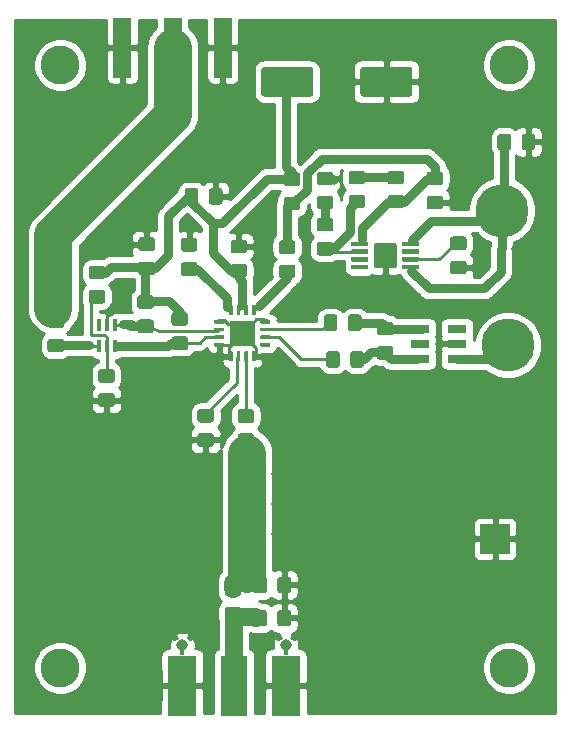
<source format=gbr>
G04 #@! TF.GenerationSoftware,KiCad,Pcbnew,5.1.5-52549c5~84~ubuntu18.04.1*
G04 #@! TF.CreationDate,2020-05-02T14:22:08+09:30*
G04 #@! TF.ProjectId,FirstMixer,46697273-744d-4697-9865-722e6b696361,rev?*
G04 #@! TF.SameCoordinates,Original*
G04 #@! TF.FileFunction,Copper,L1,Top*
G04 #@! TF.FilePolarity,Positive*
%FSLAX46Y46*%
G04 Gerber Fmt 4.6, Leading zero omitted, Abs format (unit mm)*
G04 Created by KiCad (PCBNEW 5.1.5-52549c5~84~ubuntu18.04.1) date 2020-05-02 14:22:08*
%MOMM*%
%LPD*%
G04 APERTURE LIST*
%ADD10C,0.100000*%
%ADD11R,2.290000X5.080000*%
%ADD12R,2.420000X5.080000*%
%ADD13C,0.970000*%
%ADD14R,0.460000X0.950000*%
%ADD15R,1.500000X5.080000*%
%ADD16R,1.650000X0.760000*%
%ADD17R,0.360000X1.000000*%
%ADD18C,0.600000*%
%ADD19C,0.500000*%
%ADD20C,4.500880*%
%ADD21R,2.500000X2.500000*%
%ADD22C,0.800000*%
%ADD23C,3.300000*%
%ADD24C,0.250000*%
%ADD25C,0.750000*%
%ADD26C,1.500000*%
%ADD27C,3.200000*%
%ADD28C,0.254000*%
G04 APERTURE END LIST*
G04 #@! TA.AperFunction,SMDPad,CuDef*
D10*
G36*
X125274505Y-137776204D02*
G01*
X125298773Y-137779804D01*
X125322572Y-137785765D01*
X125345671Y-137794030D01*
X125367850Y-137804520D01*
X125388893Y-137817132D01*
X125408599Y-137831747D01*
X125426777Y-137848223D01*
X125443253Y-137866401D01*
X125457868Y-137886107D01*
X125470480Y-137907150D01*
X125480970Y-137929329D01*
X125489235Y-137952428D01*
X125495196Y-137976227D01*
X125498796Y-138000495D01*
X125500000Y-138024999D01*
X125500000Y-138675001D01*
X125498796Y-138699505D01*
X125495196Y-138723773D01*
X125489235Y-138747572D01*
X125480970Y-138770671D01*
X125470480Y-138792850D01*
X125457868Y-138813893D01*
X125443253Y-138833599D01*
X125426777Y-138851777D01*
X125408599Y-138868253D01*
X125388893Y-138882868D01*
X125367850Y-138895480D01*
X125345671Y-138905970D01*
X125322572Y-138914235D01*
X125298773Y-138920196D01*
X125274505Y-138923796D01*
X125250001Y-138925000D01*
X124349999Y-138925000D01*
X124325495Y-138923796D01*
X124301227Y-138920196D01*
X124277428Y-138914235D01*
X124254329Y-138905970D01*
X124232150Y-138895480D01*
X124211107Y-138882868D01*
X124191401Y-138868253D01*
X124173223Y-138851777D01*
X124156747Y-138833599D01*
X124142132Y-138813893D01*
X124129520Y-138792850D01*
X124119030Y-138770671D01*
X124110765Y-138747572D01*
X124104804Y-138723773D01*
X124101204Y-138699505D01*
X124100000Y-138675001D01*
X124100000Y-138024999D01*
X124101204Y-138000495D01*
X124104804Y-137976227D01*
X124110765Y-137952428D01*
X124119030Y-137929329D01*
X124129520Y-137907150D01*
X124142132Y-137886107D01*
X124156747Y-137866401D01*
X124173223Y-137848223D01*
X124191401Y-137831747D01*
X124211107Y-137817132D01*
X124232150Y-137804520D01*
X124254329Y-137794030D01*
X124277428Y-137785765D01*
X124301227Y-137779804D01*
X124325495Y-137776204D01*
X124349999Y-137775000D01*
X125250001Y-137775000D01*
X125274505Y-137776204D01*
G37*
G04 #@! TD.AperFunction*
G04 #@! TA.AperFunction,SMDPad,CuDef*
G36*
X125274505Y-135726204D02*
G01*
X125298773Y-135729804D01*
X125322572Y-135735765D01*
X125345671Y-135744030D01*
X125367850Y-135754520D01*
X125388893Y-135767132D01*
X125408599Y-135781747D01*
X125426777Y-135798223D01*
X125443253Y-135816401D01*
X125457868Y-135836107D01*
X125470480Y-135857150D01*
X125480970Y-135879329D01*
X125489235Y-135902428D01*
X125495196Y-135926227D01*
X125498796Y-135950495D01*
X125500000Y-135974999D01*
X125500000Y-136625001D01*
X125498796Y-136649505D01*
X125495196Y-136673773D01*
X125489235Y-136697572D01*
X125480970Y-136720671D01*
X125470480Y-136742850D01*
X125457868Y-136763893D01*
X125443253Y-136783599D01*
X125426777Y-136801777D01*
X125408599Y-136818253D01*
X125388893Y-136832868D01*
X125367850Y-136845480D01*
X125345671Y-136855970D01*
X125322572Y-136864235D01*
X125298773Y-136870196D01*
X125274505Y-136873796D01*
X125250001Y-136875000D01*
X124349999Y-136875000D01*
X124325495Y-136873796D01*
X124301227Y-136870196D01*
X124277428Y-136864235D01*
X124254329Y-136855970D01*
X124232150Y-136845480D01*
X124211107Y-136832868D01*
X124191401Y-136818253D01*
X124173223Y-136801777D01*
X124156747Y-136783599D01*
X124142132Y-136763893D01*
X124129520Y-136742850D01*
X124119030Y-136720671D01*
X124110765Y-136697572D01*
X124104804Y-136673773D01*
X124101204Y-136649505D01*
X124100000Y-136625001D01*
X124100000Y-135974999D01*
X124101204Y-135950495D01*
X124104804Y-135926227D01*
X124110765Y-135902428D01*
X124119030Y-135879329D01*
X124129520Y-135857150D01*
X124142132Y-135836107D01*
X124156747Y-135816401D01*
X124173223Y-135798223D01*
X124191401Y-135781747D01*
X124211107Y-135767132D01*
X124232150Y-135754520D01*
X124254329Y-135744030D01*
X124277428Y-135735765D01*
X124301227Y-135729804D01*
X124325495Y-135726204D01*
X124349999Y-135725000D01*
X125250001Y-135725000D01*
X125274505Y-135726204D01*
G37*
G04 #@! TD.AperFunction*
G04 #@! TA.AperFunction,SMDPad,CuDef*
G36*
X120724505Y-138201204D02*
G01*
X120748773Y-138204804D01*
X120772572Y-138210765D01*
X120795671Y-138219030D01*
X120817850Y-138229520D01*
X120838893Y-138242132D01*
X120858599Y-138256747D01*
X120876777Y-138273223D01*
X120893253Y-138291401D01*
X120907868Y-138311107D01*
X120920480Y-138332150D01*
X120930970Y-138354329D01*
X120939235Y-138377428D01*
X120945196Y-138401227D01*
X120948796Y-138425495D01*
X120950000Y-138449999D01*
X120950000Y-139350001D01*
X120948796Y-139374505D01*
X120945196Y-139398773D01*
X120939235Y-139422572D01*
X120930970Y-139445671D01*
X120920480Y-139467850D01*
X120907868Y-139488893D01*
X120893253Y-139508599D01*
X120876777Y-139526777D01*
X120858599Y-139543253D01*
X120838893Y-139557868D01*
X120817850Y-139570480D01*
X120795671Y-139580970D01*
X120772572Y-139589235D01*
X120748773Y-139595196D01*
X120724505Y-139598796D01*
X120700001Y-139600000D01*
X120049999Y-139600000D01*
X120025495Y-139598796D01*
X120001227Y-139595196D01*
X119977428Y-139589235D01*
X119954329Y-139580970D01*
X119932150Y-139570480D01*
X119911107Y-139557868D01*
X119891401Y-139543253D01*
X119873223Y-139526777D01*
X119856747Y-139508599D01*
X119842132Y-139488893D01*
X119829520Y-139467850D01*
X119819030Y-139445671D01*
X119810765Y-139422572D01*
X119804804Y-139398773D01*
X119801204Y-139374505D01*
X119800000Y-139350001D01*
X119800000Y-138449999D01*
X119801204Y-138425495D01*
X119804804Y-138401227D01*
X119810765Y-138377428D01*
X119819030Y-138354329D01*
X119829520Y-138332150D01*
X119842132Y-138311107D01*
X119856747Y-138291401D01*
X119873223Y-138273223D01*
X119891401Y-138256747D01*
X119911107Y-138242132D01*
X119932150Y-138229520D01*
X119954329Y-138219030D01*
X119977428Y-138210765D01*
X120001227Y-138204804D01*
X120025495Y-138201204D01*
X120049999Y-138200000D01*
X120700001Y-138200000D01*
X120724505Y-138201204D01*
G37*
G04 #@! TD.AperFunction*
G04 #@! TA.AperFunction,SMDPad,CuDef*
G36*
X122774505Y-138201204D02*
G01*
X122798773Y-138204804D01*
X122822572Y-138210765D01*
X122845671Y-138219030D01*
X122867850Y-138229520D01*
X122888893Y-138242132D01*
X122908599Y-138256747D01*
X122926777Y-138273223D01*
X122943253Y-138291401D01*
X122957868Y-138311107D01*
X122970480Y-138332150D01*
X122980970Y-138354329D01*
X122989235Y-138377428D01*
X122995196Y-138401227D01*
X122998796Y-138425495D01*
X123000000Y-138449999D01*
X123000000Y-139350001D01*
X122998796Y-139374505D01*
X122995196Y-139398773D01*
X122989235Y-139422572D01*
X122980970Y-139445671D01*
X122970480Y-139467850D01*
X122957868Y-139488893D01*
X122943253Y-139508599D01*
X122926777Y-139526777D01*
X122908599Y-139543253D01*
X122888893Y-139557868D01*
X122867850Y-139570480D01*
X122845671Y-139580970D01*
X122822572Y-139589235D01*
X122798773Y-139595196D01*
X122774505Y-139598796D01*
X122750001Y-139600000D01*
X122099999Y-139600000D01*
X122075495Y-139598796D01*
X122051227Y-139595196D01*
X122027428Y-139589235D01*
X122004329Y-139580970D01*
X121982150Y-139570480D01*
X121961107Y-139557868D01*
X121941401Y-139543253D01*
X121923223Y-139526777D01*
X121906747Y-139508599D01*
X121892132Y-139488893D01*
X121879520Y-139467850D01*
X121869030Y-139445671D01*
X121860765Y-139422572D01*
X121854804Y-139398773D01*
X121851204Y-139374505D01*
X121850000Y-139350001D01*
X121850000Y-138449999D01*
X121851204Y-138425495D01*
X121854804Y-138401227D01*
X121860765Y-138377428D01*
X121869030Y-138354329D01*
X121879520Y-138332150D01*
X121892132Y-138311107D01*
X121906747Y-138291401D01*
X121923223Y-138273223D01*
X121941401Y-138256747D01*
X121961107Y-138242132D01*
X121982150Y-138229520D01*
X122004329Y-138219030D01*
X122027428Y-138210765D01*
X122051227Y-138204804D01*
X122075495Y-138201204D01*
X122099999Y-138200000D01*
X122750001Y-138200000D01*
X122774505Y-138201204D01*
G37*
G04 #@! TD.AperFunction*
G04 #@! TA.AperFunction,SMDPad,CuDef*
G36*
X122574505Y-135101204D02*
G01*
X122598773Y-135104804D01*
X122622572Y-135110765D01*
X122645671Y-135119030D01*
X122667850Y-135129520D01*
X122688893Y-135142132D01*
X122708599Y-135156747D01*
X122726777Y-135173223D01*
X122743253Y-135191401D01*
X122757868Y-135211107D01*
X122770480Y-135232150D01*
X122780970Y-135254329D01*
X122789235Y-135277428D01*
X122795196Y-135301227D01*
X122798796Y-135325495D01*
X122800000Y-135349999D01*
X122800000Y-136250001D01*
X122798796Y-136274505D01*
X122795196Y-136298773D01*
X122789235Y-136322572D01*
X122780970Y-136345671D01*
X122770480Y-136367850D01*
X122757868Y-136388893D01*
X122743253Y-136408599D01*
X122726777Y-136426777D01*
X122708599Y-136443253D01*
X122688893Y-136457868D01*
X122667850Y-136470480D01*
X122645671Y-136480970D01*
X122622572Y-136489235D01*
X122598773Y-136495196D01*
X122574505Y-136498796D01*
X122550001Y-136500000D01*
X121899999Y-136500000D01*
X121875495Y-136498796D01*
X121851227Y-136495196D01*
X121827428Y-136489235D01*
X121804329Y-136480970D01*
X121782150Y-136470480D01*
X121761107Y-136457868D01*
X121741401Y-136443253D01*
X121723223Y-136426777D01*
X121706747Y-136408599D01*
X121692132Y-136388893D01*
X121679520Y-136367850D01*
X121669030Y-136345671D01*
X121660765Y-136322572D01*
X121654804Y-136298773D01*
X121651204Y-136274505D01*
X121650000Y-136250001D01*
X121650000Y-135349999D01*
X121651204Y-135325495D01*
X121654804Y-135301227D01*
X121660765Y-135277428D01*
X121669030Y-135254329D01*
X121679520Y-135232150D01*
X121692132Y-135211107D01*
X121706747Y-135191401D01*
X121723223Y-135173223D01*
X121741401Y-135156747D01*
X121761107Y-135142132D01*
X121782150Y-135129520D01*
X121804329Y-135119030D01*
X121827428Y-135110765D01*
X121851227Y-135104804D01*
X121875495Y-135101204D01*
X121899999Y-135100000D01*
X122550001Y-135100000D01*
X122574505Y-135101204D01*
G37*
G04 #@! TD.AperFunction*
G04 #@! TA.AperFunction,SMDPad,CuDef*
G36*
X120524505Y-135101204D02*
G01*
X120548773Y-135104804D01*
X120572572Y-135110765D01*
X120595671Y-135119030D01*
X120617850Y-135129520D01*
X120638893Y-135142132D01*
X120658599Y-135156747D01*
X120676777Y-135173223D01*
X120693253Y-135191401D01*
X120707868Y-135211107D01*
X120720480Y-135232150D01*
X120730970Y-135254329D01*
X120739235Y-135277428D01*
X120745196Y-135301227D01*
X120748796Y-135325495D01*
X120750000Y-135349999D01*
X120750000Y-136250001D01*
X120748796Y-136274505D01*
X120745196Y-136298773D01*
X120739235Y-136322572D01*
X120730970Y-136345671D01*
X120720480Y-136367850D01*
X120707868Y-136388893D01*
X120693253Y-136408599D01*
X120676777Y-136426777D01*
X120658599Y-136443253D01*
X120638893Y-136457868D01*
X120617850Y-136470480D01*
X120595671Y-136480970D01*
X120572572Y-136489235D01*
X120548773Y-136495196D01*
X120524505Y-136498796D01*
X120500001Y-136500000D01*
X119849999Y-136500000D01*
X119825495Y-136498796D01*
X119801227Y-136495196D01*
X119777428Y-136489235D01*
X119754329Y-136480970D01*
X119732150Y-136470480D01*
X119711107Y-136457868D01*
X119691401Y-136443253D01*
X119673223Y-136426777D01*
X119656747Y-136408599D01*
X119642132Y-136388893D01*
X119629520Y-136367850D01*
X119619030Y-136345671D01*
X119610765Y-136322572D01*
X119604804Y-136298773D01*
X119601204Y-136274505D01*
X119600000Y-136250001D01*
X119600000Y-135349999D01*
X119601204Y-135325495D01*
X119604804Y-135301227D01*
X119610765Y-135277428D01*
X119619030Y-135254329D01*
X119629520Y-135232150D01*
X119642132Y-135211107D01*
X119656747Y-135191401D01*
X119673223Y-135173223D01*
X119691401Y-135156747D01*
X119711107Y-135142132D01*
X119732150Y-135129520D01*
X119754329Y-135119030D01*
X119777428Y-135110765D01*
X119801227Y-135104804D01*
X119825495Y-135101204D01*
X119849999Y-135100000D01*
X120500001Y-135100000D01*
X120524505Y-135101204D01*
G37*
G04 #@! TD.AperFunction*
G04 #@! TA.AperFunction,SMDPad,CuDef*
G36*
X135224505Y-119801204D02*
G01*
X135248773Y-119804804D01*
X135272572Y-119810765D01*
X135295671Y-119819030D01*
X135317850Y-119829520D01*
X135338893Y-119842132D01*
X135358599Y-119856747D01*
X135376777Y-119873223D01*
X135393253Y-119891401D01*
X135407868Y-119911107D01*
X135420480Y-119932150D01*
X135430970Y-119954329D01*
X135439235Y-119977428D01*
X135445196Y-120001227D01*
X135448796Y-120025495D01*
X135450000Y-120049999D01*
X135450000Y-120950001D01*
X135448796Y-120974505D01*
X135445196Y-120998773D01*
X135439235Y-121022572D01*
X135430970Y-121045671D01*
X135420480Y-121067850D01*
X135407868Y-121088893D01*
X135393253Y-121108599D01*
X135376777Y-121126777D01*
X135358599Y-121143253D01*
X135338893Y-121157868D01*
X135317850Y-121170480D01*
X135295671Y-121180970D01*
X135272572Y-121189235D01*
X135248773Y-121195196D01*
X135224505Y-121198796D01*
X135200001Y-121200000D01*
X134549999Y-121200000D01*
X134525495Y-121198796D01*
X134501227Y-121195196D01*
X134477428Y-121189235D01*
X134454329Y-121180970D01*
X134432150Y-121170480D01*
X134411107Y-121157868D01*
X134391401Y-121143253D01*
X134373223Y-121126777D01*
X134356747Y-121108599D01*
X134342132Y-121088893D01*
X134329520Y-121067850D01*
X134319030Y-121045671D01*
X134310765Y-121022572D01*
X134304804Y-120998773D01*
X134301204Y-120974505D01*
X134300000Y-120950001D01*
X134300000Y-120049999D01*
X134301204Y-120025495D01*
X134304804Y-120001227D01*
X134310765Y-119977428D01*
X134319030Y-119954329D01*
X134329520Y-119932150D01*
X134342132Y-119911107D01*
X134356747Y-119891401D01*
X134373223Y-119873223D01*
X134391401Y-119856747D01*
X134411107Y-119842132D01*
X134432150Y-119829520D01*
X134454329Y-119819030D01*
X134477428Y-119810765D01*
X134501227Y-119804804D01*
X134525495Y-119801204D01*
X134549999Y-119800000D01*
X135200001Y-119800000D01*
X135224505Y-119801204D01*
G37*
G04 #@! TD.AperFunction*
G04 #@! TA.AperFunction,SMDPad,CuDef*
G36*
X137274505Y-119801204D02*
G01*
X137298773Y-119804804D01*
X137322572Y-119810765D01*
X137345671Y-119819030D01*
X137367850Y-119829520D01*
X137388893Y-119842132D01*
X137408599Y-119856747D01*
X137426777Y-119873223D01*
X137443253Y-119891401D01*
X137457868Y-119911107D01*
X137470480Y-119932150D01*
X137480970Y-119954329D01*
X137489235Y-119977428D01*
X137495196Y-120001227D01*
X137498796Y-120025495D01*
X137500000Y-120049999D01*
X137500000Y-120950001D01*
X137498796Y-120974505D01*
X137495196Y-120998773D01*
X137489235Y-121022572D01*
X137480970Y-121045671D01*
X137470480Y-121067850D01*
X137457868Y-121088893D01*
X137443253Y-121108599D01*
X137426777Y-121126777D01*
X137408599Y-121143253D01*
X137388893Y-121157868D01*
X137367850Y-121170480D01*
X137345671Y-121180970D01*
X137322572Y-121189235D01*
X137298773Y-121195196D01*
X137274505Y-121198796D01*
X137250001Y-121200000D01*
X136599999Y-121200000D01*
X136575495Y-121198796D01*
X136551227Y-121195196D01*
X136527428Y-121189235D01*
X136504329Y-121180970D01*
X136482150Y-121170480D01*
X136461107Y-121157868D01*
X136441401Y-121143253D01*
X136423223Y-121126777D01*
X136406747Y-121108599D01*
X136392132Y-121088893D01*
X136379520Y-121067850D01*
X136369030Y-121045671D01*
X136360765Y-121022572D01*
X136354804Y-120998773D01*
X136351204Y-120974505D01*
X136350000Y-120950001D01*
X136350000Y-120049999D01*
X136351204Y-120025495D01*
X136354804Y-120001227D01*
X136360765Y-119977428D01*
X136369030Y-119954329D01*
X136379520Y-119932150D01*
X136392132Y-119911107D01*
X136406747Y-119891401D01*
X136423223Y-119873223D01*
X136441401Y-119856747D01*
X136461107Y-119842132D01*
X136482150Y-119829520D01*
X136504329Y-119819030D01*
X136527428Y-119810765D01*
X136551227Y-119804804D01*
X136575495Y-119801204D01*
X136599999Y-119800000D01*
X137250001Y-119800000D01*
X137274505Y-119801204D01*
G37*
G04 #@! TD.AperFunction*
G04 #@! TA.AperFunction,SMDPad,CuDef*
G36*
X113474505Y-143126204D02*
G01*
X113498773Y-143129804D01*
X113522572Y-143135765D01*
X113545671Y-143144030D01*
X113567850Y-143154520D01*
X113588893Y-143167132D01*
X113608599Y-143181747D01*
X113626777Y-143198223D01*
X113643253Y-143216401D01*
X113657868Y-143236107D01*
X113670480Y-143257150D01*
X113680970Y-143279329D01*
X113689235Y-143302428D01*
X113695196Y-143326227D01*
X113698796Y-143350495D01*
X113700000Y-143374999D01*
X113700000Y-144025001D01*
X113698796Y-144049505D01*
X113695196Y-144073773D01*
X113689235Y-144097572D01*
X113680970Y-144120671D01*
X113670480Y-144142850D01*
X113657868Y-144163893D01*
X113643253Y-144183599D01*
X113626777Y-144201777D01*
X113608599Y-144218253D01*
X113588893Y-144232868D01*
X113567850Y-144245480D01*
X113545671Y-144255970D01*
X113522572Y-144264235D01*
X113498773Y-144270196D01*
X113474505Y-144273796D01*
X113450001Y-144275000D01*
X112549999Y-144275000D01*
X112525495Y-144273796D01*
X112501227Y-144270196D01*
X112477428Y-144264235D01*
X112454329Y-144255970D01*
X112432150Y-144245480D01*
X112411107Y-144232868D01*
X112391401Y-144218253D01*
X112373223Y-144201777D01*
X112356747Y-144183599D01*
X112342132Y-144163893D01*
X112329520Y-144142850D01*
X112319030Y-144120671D01*
X112310765Y-144097572D01*
X112304804Y-144073773D01*
X112301204Y-144049505D01*
X112300000Y-144025001D01*
X112300000Y-143374999D01*
X112301204Y-143350495D01*
X112304804Y-143326227D01*
X112310765Y-143302428D01*
X112319030Y-143279329D01*
X112329520Y-143257150D01*
X112342132Y-143236107D01*
X112356747Y-143216401D01*
X112373223Y-143198223D01*
X112391401Y-143181747D01*
X112411107Y-143167132D01*
X112432150Y-143154520D01*
X112454329Y-143144030D01*
X112477428Y-143135765D01*
X112501227Y-143129804D01*
X112525495Y-143126204D01*
X112549999Y-143125000D01*
X113450001Y-143125000D01*
X113474505Y-143126204D01*
G37*
G04 #@! TD.AperFunction*
G04 #@! TA.AperFunction,SMDPad,CuDef*
G36*
X113474505Y-145176204D02*
G01*
X113498773Y-145179804D01*
X113522572Y-145185765D01*
X113545671Y-145194030D01*
X113567850Y-145204520D01*
X113588893Y-145217132D01*
X113608599Y-145231747D01*
X113626777Y-145248223D01*
X113643253Y-145266401D01*
X113657868Y-145286107D01*
X113670480Y-145307150D01*
X113680970Y-145329329D01*
X113689235Y-145352428D01*
X113695196Y-145376227D01*
X113698796Y-145400495D01*
X113700000Y-145424999D01*
X113700000Y-146075001D01*
X113698796Y-146099505D01*
X113695196Y-146123773D01*
X113689235Y-146147572D01*
X113680970Y-146170671D01*
X113670480Y-146192850D01*
X113657868Y-146213893D01*
X113643253Y-146233599D01*
X113626777Y-146251777D01*
X113608599Y-146268253D01*
X113588893Y-146282868D01*
X113567850Y-146295480D01*
X113545671Y-146305970D01*
X113522572Y-146314235D01*
X113498773Y-146320196D01*
X113474505Y-146323796D01*
X113450001Y-146325000D01*
X112549999Y-146325000D01*
X112525495Y-146323796D01*
X112501227Y-146320196D01*
X112477428Y-146314235D01*
X112454329Y-146305970D01*
X112432150Y-146295480D01*
X112411107Y-146282868D01*
X112391401Y-146268253D01*
X112373223Y-146251777D01*
X112356747Y-146233599D01*
X112342132Y-146213893D01*
X112329520Y-146192850D01*
X112319030Y-146170671D01*
X112310765Y-146147572D01*
X112304804Y-146123773D01*
X112301204Y-146099505D01*
X112300000Y-146075001D01*
X112300000Y-145424999D01*
X112301204Y-145400495D01*
X112304804Y-145376227D01*
X112310765Y-145352428D01*
X112319030Y-145329329D01*
X112329520Y-145307150D01*
X112342132Y-145286107D01*
X112356747Y-145266401D01*
X112373223Y-145248223D01*
X112391401Y-145231747D01*
X112411107Y-145217132D01*
X112432150Y-145204520D01*
X112454329Y-145194030D01*
X112477428Y-145185765D01*
X112501227Y-145179804D01*
X112525495Y-145176204D01*
X112549999Y-145175000D01*
X113450001Y-145175000D01*
X113474505Y-145176204D01*
G37*
G04 #@! TD.AperFunction*
G04 #@! TA.AperFunction,SMDPad,CuDef*
G36*
X112874505Y-128776204D02*
G01*
X112898773Y-128779804D01*
X112922572Y-128785765D01*
X112945671Y-128794030D01*
X112967850Y-128804520D01*
X112988893Y-128817132D01*
X113008599Y-128831747D01*
X113026777Y-128848223D01*
X113043253Y-128866401D01*
X113057868Y-128886107D01*
X113070480Y-128907150D01*
X113080970Y-128929329D01*
X113089235Y-128952428D01*
X113095196Y-128976227D01*
X113098796Y-129000495D01*
X113100000Y-129024999D01*
X113100000Y-129675001D01*
X113098796Y-129699505D01*
X113095196Y-129723773D01*
X113089235Y-129747572D01*
X113080970Y-129770671D01*
X113070480Y-129792850D01*
X113057868Y-129813893D01*
X113043253Y-129833599D01*
X113026777Y-129851777D01*
X113008599Y-129868253D01*
X112988893Y-129882868D01*
X112967850Y-129895480D01*
X112945671Y-129905970D01*
X112922572Y-129914235D01*
X112898773Y-129920196D01*
X112874505Y-129923796D01*
X112850001Y-129925000D01*
X111949999Y-129925000D01*
X111925495Y-129923796D01*
X111901227Y-129920196D01*
X111877428Y-129914235D01*
X111854329Y-129905970D01*
X111832150Y-129895480D01*
X111811107Y-129882868D01*
X111791401Y-129868253D01*
X111773223Y-129851777D01*
X111756747Y-129833599D01*
X111742132Y-129813893D01*
X111729520Y-129792850D01*
X111719030Y-129770671D01*
X111710765Y-129747572D01*
X111704804Y-129723773D01*
X111701204Y-129699505D01*
X111700000Y-129675001D01*
X111700000Y-129024999D01*
X111701204Y-129000495D01*
X111704804Y-128976227D01*
X111710765Y-128952428D01*
X111719030Y-128929329D01*
X111729520Y-128907150D01*
X111742132Y-128886107D01*
X111756747Y-128866401D01*
X111773223Y-128848223D01*
X111791401Y-128831747D01*
X111811107Y-128817132D01*
X111832150Y-128804520D01*
X111854329Y-128794030D01*
X111877428Y-128785765D01*
X111901227Y-128779804D01*
X111925495Y-128776204D01*
X111949999Y-128775000D01*
X112850001Y-128775000D01*
X112874505Y-128776204D01*
G37*
G04 #@! TD.AperFunction*
G04 #@! TA.AperFunction,SMDPad,CuDef*
G36*
X112874505Y-130826204D02*
G01*
X112898773Y-130829804D01*
X112922572Y-130835765D01*
X112945671Y-130844030D01*
X112967850Y-130854520D01*
X112988893Y-130867132D01*
X113008599Y-130881747D01*
X113026777Y-130898223D01*
X113043253Y-130916401D01*
X113057868Y-130936107D01*
X113070480Y-130957150D01*
X113080970Y-130979329D01*
X113089235Y-131002428D01*
X113095196Y-131026227D01*
X113098796Y-131050495D01*
X113100000Y-131074999D01*
X113100000Y-131725001D01*
X113098796Y-131749505D01*
X113095196Y-131773773D01*
X113089235Y-131797572D01*
X113080970Y-131820671D01*
X113070480Y-131842850D01*
X113057868Y-131863893D01*
X113043253Y-131883599D01*
X113026777Y-131901777D01*
X113008599Y-131918253D01*
X112988893Y-131932868D01*
X112967850Y-131945480D01*
X112945671Y-131955970D01*
X112922572Y-131964235D01*
X112898773Y-131970196D01*
X112874505Y-131973796D01*
X112850001Y-131975000D01*
X111949999Y-131975000D01*
X111925495Y-131973796D01*
X111901227Y-131970196D01*
X111877428Y-131964235D01*
X111854329Y-131955970D01*
X111832150Y-131945480D01*
X111811107Y-131932868D01*
X111791401Y-131918253D01*
X111773223Y-131901777D01*
X111756747Y-131883599D01*
X111742132Y-131863893D01*
X111729520Y-131842850D01*
X111719030Y-131820671D01*
X111710765Y-131797572D01*
X111704804Y-131773773D01*
X111701204Y-131749505D01*
X111700000Y-131725001D01*
X111700000Y-131074999D01*
X111701204Y-131050495D01*
X111704804Y-131026227D01*
X111710765Y-131002428D01*
X111719030Y-130979329D01*
X111729520Y-130957150D01*
X111742132Y-130936107D01*
X111756747Y-130916401D01*
X111773223Y-130898223D01*
X111791401Y-130881747D01*
X111811107Y-130867132D01*
X111832150Y-130854520D01*
X111854329Y-130844030D01*
X111877428Y-130835765D01*
X111901227Y-130829804D01*
X111925495Y-130826204D01*
X111949999Y-130825000D01*
X112850001Y-130825000D01*
X112874505Y-130826204D01*
G37*
G04 #@! TD.AperFunction*
G04 #@! TA.AperFunction,SMDPad,CuDef*
G36*
X110074505Y-145151204D02*
G01*
X110098773Y-145154804D01*
X110122572Y-145160765D01*
X110145671Y-145169030D01*
X110167850Y-145179520D01*
X110188893Y-145192132D01*
X110208599Y-145206747D01*
X110226777Y-145223223D01*
X110243253Y-145241401D01*
X110257868Y-145261107D01*
X110270480Y-145282150D01*
X110280970Y-145304329D01*
X110289235Y-145327428D01*
X110295196Y-145351227D01*
X110298796Y-145375495D01*
X110300000Y-145399999D01*
X110300000Y-146050001D01*
X110298796Y-146074505D01*
X110295196Y-146098773D01*
X110289235Y-146122572D01*
X110280970Y-146145671D01*
X110270480Y-146167850D01*
X110257868Y-146188893D01*
X110243253Y-146208599D01*
X110226777Y-146226777D01*
X110208599Y-146243253D01*
X110188893Y-146257868D01*
X110167850Y-146270480D01*
X110145671Y-146280970D01*
X110122572Y-146289235D01*
X110098773Y-146295196D01*
X110074505Y-146298796D01*
X110050001Y-146300000D01*
X109149999Y-146300000D01*
X109125495Y-146298796D01*
X109101227Y-146295196D01*
X109077428Y-146289235D01*
X109054329Y-146280970D01*
X109032150Y-146270480D01*
X109011107Y-146257868D01*
X108991401Y-146243253D01*
X108973223Y-146226777D01*
X108956747Y-146208599D01*
X108942132Y-146188893D01*
X108929520Y-146167850D01*
X108919030Y-146145671D01*
X108910765Y-146122572D01*
X108904804Y-146098773D01*
X108901204Y-146074505D01*
X108900000Y-146050001D01*
X108900000Y-145399999D01*
X108901204Y-145375495D01*
X108904804Y-145351227D01*
X108910765Y-145327428D01*
X108919030Y-145304329D01*
X108929520Y-145282150D01*
X108942132Y-145261107D01*
X108956747Y-145241401D01*
X108973223Y-145223223D01*
X108991401Y-145206747D01*
X109011107Y-145192132D01*
X109032150Y-145179520D01*
X109054329Y-145169030D01*
X109077428Y-145160765D01*
X109101227Y-145154804D01*
X109125495Y-145151204D01*
X109149999Y-145150000D01*
X110050001Y-145150000D01*
X110074505Y-145151204D01*
G37*
G04 #@! TD.AperFunction*
G04 #@! TA.AperFunction,SMDPad,CuDef*
G36*
X110074505Y-143101204D02*
G01*
X110098773Y-143104804D01*
X110122572Y-143110765D01*
X110145671Y-143119030D01*
X110167850Y-143129520D01*
X110188893Y-143142132D01*
X110208599Y-143156747D01*
X110226777Y-143173223D01*
X110243253Y-143191401D01*
X110257868Y-143211107D01*
X110270480Y-143232150D01*
X110280970Y-143254329D01*
X110289235Y-143277428D01*
X110295196Y-143301227D01*
X110298796Y-143325495D01*
X110300000Y-143349999D01*
X110300000Y-144000001D01*
X110298796Y-144024505D01*
X110295196Y-144048773D01*
X110289235Y-144072572D01*
X110280970Y-144095671D01*
X110270480Y-144117850D01*
X110257868Y-144138893D01*
X110243253Y-144158599D01*
X110226777Y-144176777D01*
X110208599Y-144193253D01*
X110188893Y-144207868D01*
X110167850Y-144220480D01*
X110145671Y-144230970D01*
X110122572Y-144239235D01*
X110098773Y-144245196D01*
X110074505Y-144248796D01*
X110050001Y-144250000D01*
X109149999Y-144250000D01*
X109125495Y-144248796D01*
X109101227Y-144245196D01*
X109077428Y-144239235D01*
X109054329Y-144230970D01*
X109032150Y-144220480D01*
X109011107Y-144207868D01*
X108991401Y-144193253D01*
X108973223Y-144176777D01*
X108956747Y-144158599D01*
X108942132Y-144138893D01*
X108929520Y-144117850D01*
X108919030Y-144095671D01*
X108910765Y-144072572D01*
X108904804Y-144048773D01*
X108901204Y-144024505D01*
X108900000Y-144000001D01*
X108900000Y-143349999D01*
X108901204Y-143325495D01*
X108904804Y-143301227D01*
X108910765Y-143277428D01*
X108919030Y-143254329D01*
X108929520Y-143232150D01*
X108942132Y-143211107D01*
X108956747Y-143191401D01*
X108973223Y-143173223D01*
X108991401Y-143156747D01*
X109011107Y-143142132D01*
X109032150Y-143129520D01*
X109054329Y-143119030D01*
X109077428Y-143110765D01*
X109101227Y-143104804D01*
X109125495Y-143101204D01*
X109149999Y-143100000D01*
X110050001Y-143100000D01*
X110074505Y-143101204D01*
G37*
G04 #@! TD.AperFunction*
G04 #@! TA.AperFunction,SMDPad,CuDef*
G36*
X110799505Y-124401204D02*
G01*
X110823773Y-124404804D01*
X110847572Y-124410765D01*
X110870671Y-124419030D01*
X110892850Y-124429520D01*
X110913893Y-124442132D01*
X110933599Y-124456747D01*
X110951777Y-124473223D01*
X110968253Y-124491401D01*
X110982868Y-124511107D01*
X110995480Y-124532150D01*
X111005970Y-124554329D01*
X111014235Y-124577428D01*
X111020196Y-124601227D01*
X111023796Y-124625495D01*
X111025000Y-124649999D01*
X111025000Y-125550001D01*
X111023796Y-125574505D01*
X111020196Y-125598773D01*
X111014235Y-125622572D01*
X111005970Y-125645671D01*
X110995480Y-125667850D01*
X110982868Y-125688893D01*
X110968253Y-125708599D01*
X110951777Y-125726777D01*
X110933599Y-125743253D01*
X110913893Y-125757868D01*
X110892850Y-125770480D01*
X110870671Y-125780970D01*
X110847572Y-125789235D01*
X110823773Y-125795196D01*
X110799505Y-125798796D01*
X110775001Y-125800000D01*
X110124999Y-125800000D01*
X110100495Y-125798796D01*
X110076227Y-125795196D01*
X110052428Y-125789235D01*
X110029329Y-125780970D01*
X110007150Y-125770480D01*
X109986107Y-125757868D01*
X109966401Y-125743253D01*
X109948223Y-125726777D01*
X109931747Y-125708599D01*
X109917132Y-125688893D01*
X109904520Y-125667850D01*
X109894030Y-125645671D01*
X109885765Y-125622572D01*
X109879804Y-125598773D01*
X109876204Y-125574505D01*
X109875000Y-125550001D01*
X109875000Y-124649999D01*
X109876204Y-124625495D01*
X109879804Y-124601227D01*
X109885765Y-124577428D01*
X109894030Y-124554329D01*
X109904520Y-124532150D01*
X109917132Y-124511107D01*
X109931747Y-124491401D01*
X109948223Y-124473223D01*
X109966401Y-124456747D01*
X109986107Y-124442132D01*
X110007150Y-124429520D01*
X110029329Y-124419030D01*
X110052428Y-124410765D01*
X110076227Y-124404804D01*
X110100495Y-124401204D01*
X110124999Y-124400000D01*
X110775001Y-124400000D01*
X110799505Y-124401204D01*
G37*
G04 #@! TD.AperFunction*
G04 #@! TA.AperFunction,SMDPad,CuDef*
G36*
X108749505Y-124401204D02*
G01*
X108773773Y-124404804D01*
X108797572Y-124410765D01*
X108820671Y-124419030D01*
X108842850Y-124429520D01*
X108863893Y-124442132D01*
X108883599Y-124456747D01*
X108901777Y-124473223D01*
X108918253Y-124491401D01*
X108932868Y-124511107D01*
X108945480Y-124532150D01*
X108955970Y-124554329D01*
X108964235Y-124577428D01*
X108970196Y-124601227D01*
X108973796Y-124625495D01*
X108975000Y-124649999D01*
X108975000Y-125550001D01*
X108973796Y-125574505D01*
X108970196Y-125598773D01*
X108964235Y-125622572D01*
X108955970Y-125645671D01*
X108945480Y-125667850D01*
X108932868Y-125688893D01*
X108918253Y-125708599D01*
X108901777Y-125726777D01*
X108883599Y-125743253D01*
X108863893Y-125757868D01*
X108842850Y-125770480D01*
X108820671Y-125780970D01*
X108797572Y-125789235D01*
X108773773Y-125795196D01*
X108749505Y-125798796D01*
X108725001Y-125800000D01*
X108074999Y-125800000D01*
X108050495Y-125798796D01*
X108026227Y-125795196D01*
X108002428Y-125789235D01*
X107979329Y-125780970D01*
X107957150Y-125770480D01*
X107936107Y-125757868D01*
X107916401Y-125743253D01*
X107898223Y-125726777D01*
X107881747Y-125708599D01*
X107867132Y-125688893D01*
X107854520Y-125667850D01*
X107844030Y-125645671D01*
X107835765Y-125622572D01*
X107829804Y-125598773D01*
X107826204Y-125574505D01*
X107825000Y-125550001D01*
X107825000Y-124649999D01*
X107826204Y-124625495D01*
X107829804Y-124601227D01*
X107835765Y-124577428D01*
X107844030Y-124554329D01*
X107854520Y-124532150D01*
X107867132Y-124511107D01*
X107881747Y-124491401D01*
X107898223Y-124473223D01*
X107916401Y-124456747D01*
X107936107Y-124442132D01*
X107957150Y-124429520D01*
X107979329Y-124419030D01*
X108002428Y-124410765D01*
X108026227Y-124404804D01*
X108050495Y-124401204D01*
X108074999Y-124400000D01*
X108725001Y-124400000D01*
X108749505Y-124401204D01*
G37*
G04 #@! TD.AperFunction*
G04 #@! TA.AperFunction,SMDPad,CuDef*
G36*
X126874504Y-114151204D02*
G01*
X126898773Y-114154804D01*
X126922571Y-114160765D01*
X126945671Y-114169030D01*
X126967849Y-114179520D01*
X126988893Y-114192133D01*
X127008598Y-114206747D01*
X127026777Y-114223223D01*
X127043253Y-114241402D01*
X127057867Y-114261107D01*
X127070480Y-114282151D01*
X127080970Y-114304329D01*
X127089235Y-114327429D01*
X127095196Y-114351227D01*
X127098796Y-114375496D01*
X127100000Y-114400000D01*
X127100000Y-116400000D01*
X127098796Y-116424504D01*
X127095196Y-116448773D01*
X127089235Y-116472571D01*
X127080970Y-116495671D01*
X127070480Y-116517849D01*
X127057867Y-116538893D01*
X127043253Y-116558598D01*
X127026777Y-116576777D01*
X127008598Y-116593253D01*
X126988893Y-116607867D01*
X126967849Y-116620480D01*
X126945671Y-116630970D01*
X126922571Y-116639235D01*
X126898773Y-116645196D01*
X126874504Y-116648796D01*
X126850000Y-116650000D01*
X122950000Y-116650000D01*
X122925496Y-116648796D01*
X122901227Y-116645196D01*
X122877429Y-116639235D01*
X122854329Y-116630970D01*
X122832151Y-116620480D01*
X122811107Y-116607867D01*
X122791402Y-116593253D01*
X122773223Y-116576777D01*
X122756747Y-116558598D01*
X122742133Y-116538893D01*
X122729520Y-116517849D01*
X122719030Y-116495671D01*
X122710765Y-116472571D01*
X122704804Y-116448773D01*
X122701204Y-116424504D01*
X122700000Y-116400000D01*
X122700000Y-114400000D01*
X122701204Y-114375496D01*
X122704804Y-114351227D01*
X122710765Y-114327429D01*
X122719030Y-114304329D01*
X122729520Y-114282151D01*
X122742133Y-114261107D01*
X122756747Y-114241402D01*
X122773223Y-114223223D01*
X122791402Y-114206747D01*
X122811107Y-114192133D01*
X122832151Y-114179520D01*
X122854329Y-114169030D01*
X122877429Y-114160765D01*
X122901227Y-114154804D01*
X122925496Y-114151204D01*
X122950000Y-114150000D01*
X126850000Y-114150000D01*
X126874504Y-114151204D01*
G37*
G04 #@! TD.AperFunction*
G04 #@! TA.AperFunction,SMDPad,CuDef*
G36*
X118474504Y-114151204D02*
G01*
X118498773Y-114154804D01*
X118522571Y-114160765D01*
X118545671Y-114169030D01*
X118567849Y-114179520D01*
X118588893Y-114192133D01*
X118608598Y-114206747D01*
X118626777Y-114223223D01*
X118643253Y-114241402D01*
X118657867Y-114261107D01*
X118670480Y-114282151D01*
X118680970Y-114304329D01*
X118689235Y-114327429D01*
X118695196Y-114351227D01*
X118698796Y-114375496D01*
X118700000Y-114400000D01*
X118700000Y-116400000D01*
X118698796Y-116424504D01*
X118695196Y-116448773D01*
X118689235Y-116472571D01*
X118680970Y-116495671D01*
X118670480Y-116517849D01*
X118657867Y-116538893D01*
X118643253Y-116558598D01*
X118626777Y-116576777D01*
X118608598Y-116593253D01*
X118588893Y-116607867D01*
X118567849Y-116620480D01*
X118545671Y-116630970D01*
X118522571Y-116639235D01*
X118498773Y-116645196D01*
X118474504Y-116648796D01*
X118450000Y-116650000D01*
X114550000Y-116650000D01*
X114525496Y-116648796D01*
X114501227Y-116645196D01*
X114477429Y-116639235D01*
X114454329Y-116630970D01*
X114432151Y-116620480D01*
X114411107Y-116607867D01*
X114391402Y-116593253D01*
X114373223Y-116576777D01*
X114356747Y-116558598D01*
X114342133Y-116538893D01*
X114329520Y-116517849D01*
X114319030Y-116495671D01*
X114310765Y-116472571D01*
X114304804Y-116448773D01*
X114301204Y-116424504D01*
X114300000Y-116400000D01*
X114300000Y-114400000D01*
X114301204Y-114375496D01*
X114304804Y-114351227D01*
X114310765Y-114327429D01*
X114319030Y-114304329D01*
X114329520Y-114282151D01*
X114342133Y-114261107D01*
X114356747Y-114241402D01*
X114373223Y-114223223D01*
X114391402Y-114206747D01*
X114411107Y-114192133D01*
X114432151Y-114179520D01*
X114454329Y-114169030D01*
X114477429Y-114160765D01*
X114501227Y-114154804D01*
X114525496Y-114151204D01*
X114550000Y-114150000D01*
X118450000Y-114150000D01*
X118474504Y-114151204D01*
G37*
G04 #@! TD.AperFunction*
G04 #@! TA.AperFunction,SMDPad,CuDef*
G36*
X105074505Y-130626204D02*
G01*
X105098773Y-130629804D01*
X105122572Y-130635765D01*
X105145671Y-130644030D01*
X105167850Y-130654520D01*
X105188893Y-130667132D01*
X105208599Y-130681747D01*
X105226777Y-130698223D01*
X105243253Y-130716401D01*
X105257868Y-130736107D01*
X105270480Y-130757150D01*
X105280970Y-130779329D01*
X105289235Y-130802428D01*
X105295196Y-130826227D01*
X105298796Y-130850495D01*
X105300000Y-130874999D01*
X105300000Y-131525001D01*
X105298796Y-131549505D01*
X105295196Y-131573773D01*
X105289235Y-131597572D01*
X105280970Y-131620671D01*
X105270480Y-131642850D01*
X105257868Y-131663893D01*
X105243253Y-131683599D01*
X105226777Y-131701777D01*
X105208599Y-131718253D01*
X105188893Y-131732868D01*
X105167850Y-131745480D01*
X105145671Y-131755970D01*
X105122572Y-131764235D01*
X105098773Y-131770196D01*
X105074505Y-131773796D01*
X105050001Y-131775000D01*
X104149999Y-131775000D01*
X104125495Y-131773796D01*
X104101227Y-131770196D01*
X104077428Y-131764235D01*
X104054329Y-131755970D01*
X104032150Y-131745480D01*
X104011107Y-131732868D01*
X103991401Y-131718253D01*
X103973223Y-131701777D01*
X103956747Y-131683599D01*
X103942132Y-131663893D01*
X103929520Y-131642850D01*
X103919030Y-131620671D01*
X103910765Y-131597572D01*
X103904804Y-131573773D01*
X103901204Y-131549505D01*
X103900000Y-131525001D01*
X103900000Y-130874999D01*
X103901204Y-130850495D01*
X103904804Y-130826227D01*
X103910765Y-130802428D01*
X103919030Y-130779329D01*
X103929520Y-130757150D01*
X103942132Y-130736107D01*
X103956747Y-130716401D01*
X103973223Y-130698223D01*
X103991401Y-130681747D01*
X104011107Y-130667132D01*
X104032150Y-130654520D01*
X104054329Y-130644030D01*
X104077428Y-130635765D01*
X104101227Y-130629804D01*
X104125495Y-130626204D01*
X104149999Y-130625000D01*
X105050001Y-130625000D01*
X105074505Y-130626204D01*
G37*
G04 #@! TD.AperFunction*
G04 #@! TA.AperFunction,SMDPad,CuDef*
G36*
X105074505Y-128576204D02*
G01*
X105098773Y-128579804D01*
X105122572Y-128585765D01*
X105145671Y-128594030D01*
X105167850Y-128604520D01*
X105188893Y-128617132D01*
X105208599Y-128631747D01*
X105226777Y-128648223D01*
X105243253Y-128666401D01*
X105257868Y-128686107D01*
X105270480Y-128707150D01*
X105280970Y-128729329D01*
X105289235Y-128752428D01*
X105295196Y-128776227D01*
X105298796Y-128800495D01*
X105300000Y-128824999D01*
X105300000Y-129475001D01*
X105298796Y-129499505D01*
X105295196Y-129523773D01*
X105289235Y-129547572D01*
X105280970Y-129570671D01*
X105270480Y-129592850D01*
X105257868Y-129613893D01*
X105243253Y-129633599D01*
X105226777Y-129651777D01*
X105208599Y-129668253D01*
X105188893Y-129682868D01*
X105167850Y-129695480D01*
X105145671Y-129705970D01*
X105122572Y-129714235D01*
X105098773Y-129720196D01*
X105074505Y-129723796D01*
X105050001Y-129725000D01*
X104149999Y-129725000D01*
X104125495Y-129723796D01*
X104101227Y-129720196D01*
X104077428Y-129714235D01*
X104054329Y-129705970D01*
X104032150Y-129695480D01*
X104011107Y-129682868D01*
X103991401Y-129668253D01*
X103973223Y-129651777D01*
X103956747Y-129633599D01*
X103942132Y-129613893D01*
X103929520Y-129592850D01*
X103919030Y-129570671D01*
X103910765Y-129547572D01*
X103904804Y-129523773D01*
X103901204Y-129499505D01*
X103900000Y-129475001D01*
X103900000Y-128824999D01*
X103901204Y-128800495D01*
X103904804Y-128776227D01*
X103910765Y-128752428D01*
X103919030Y-128729329D01*
X103929520Y-128707150D01*
X103942132Y-128686107D01*
X103956747Y-128666401D01*
X103973223Y-128648223D01*
X103991401Y-128631747D01*
X104011107Y-128617132D01*
X104032150Y-128604520D01*
X104054329Y-128594030D01*
X104077428Y-128585765D01*
X104101227Y-128579804D01*
X104125495Y-128576204D01*
X104149999Y-128575000D01*
X105050001Y-128575000D01*
X105074505Y-128576204D01*
G37*
G04 #@! TD.AperFunction*
G04 #@! TA.AperFunction,SMDPad,CuDef*
G36*
X97374505Y-137151204D02*
G01*
X97398773Y-137154804D01*
X97422572Y-137160765D01*
X97445671Y-137169030D01*
X97467850Y-137179520D01*
X97488893Y-137192132D01*
X97508599Y-137206747D01*
X97526777Y-137223223D01*
X97543253Y-137241401D01*
X97557868Y-137261107D01*
X97570480Y-137282150D01*
X97580970Y-137304329D01*
X97589235Y-137327428D01*
X97595196Y-137351227D01*
X97598796Y-137375495D01*
X97600000Y-137399999D01*
X97600000Y-138050001D01*
X97598796Y-138074505D01*
X97595196Y-138098773D01*
X97589235Y-138122572D01*
X97580970Y-138145671D01*
X97570480Y-138167850D01*
X97557868Y-138188893D01*
X97543253Y-138208599D01*
X97526777Y-138226777D01*
X97508599Y-138243253D01*
X97488893Y-138257868D01*
X97467850Y-138270480D01*
X97445671Y-138280970D01*
X97422572Y-138289235D01*
X97398773Y-138295196D01*
X97374505Y-138298796D01*
X97350001Y-138300000D01*
X96449999Y-138300000D01*
X96425495Y-138298796D01*
X96401227Y-138295196D01*
X96377428Y-138289235D01*
X96354329Y-138280970D01*
X96332150Y-138270480D01*
X96311107Y-138257868D01*
X96291401Y-138243253D01*
X96273223Y-138226777D01*
X96256747Y-138208599D01*
X96242132Y-138188893D01*
X96229520Y-138167850D01*
X96219030Y-138145671D01*
X96210765Y-138122572D01*
X96204804Y-138098773D01*
X96201204Y-138074505D01*
X96200000Y-138050001D01*
X96200000Y-137399999D01*
X96201204Y-137375495D01*
X96204804Y-137351227D01*
X96210765Y-137327428D01*
X96219030Y-137304329D01*
X96229520Y-137282150D01*
X96242132Y-137261107D01*
X96256747Y-137241401D01*
X96273223Y-137223223D01*
X96291401Y-137206747D01*
X96311107Y-137192132D01*
X96332150Y-137179520D01*
X96354329Y-137169030D01*
X96377428Y-137160765D01*
X96401227Y-137154804D01*
X96425495Y-137151204D01*
X96449999Y-137150000D01*
X97350001Y-137150000D01*
X97374505Y-137151204D01*
G37*
G04 #@! TD.AperFunction*
G04 #@! TA.AperFunction,SMDPad,CuDef*
G36*
X97374505Y-135101204D02*
G01*
X97398773Y-135104804D01*
X97422572Y-135110765D01*
X97445671Y-135119030D01*
X97467850Y-135129520D01*
X97488893Y-135142132D01*
X97508599Y-135156747D01*
X97526777Y-135173223D01*
X97543253Y-135191401D01*
X97557868Y-135211107D01*
X97570480Y-135232150D01*
X97580970Y-135254329D01*
X97589235Y-135277428D01*
X97595196Y-135301227D01*
X97598796Y-135325495D01*
X97600000Y-135349999D01*
X97600000Y-136000001D01*
X97598796Y-136024505D01*
X97595196Y-136048773D01*
X97589235Y-136072572D01*
X97580970Y-136095671D01*
X97570480Y-136117850D01*
X97557868Y-136138893D01*
X97543253Y-136158599D01*
X97526777Y-136176777D01*
X97508599Y-136193253D01*
X97488893Y-136207868D01*
X97467850Y-136220480D01*
X97445671Y-136230970D01*
X97422572Y-136239235D01*
X97398773Y-136245196D01*
X97374505Y-136248796D01*
X97350001Y-136250000D01*
X96449999Y-136250000D01*
X96425495Y-136248796D01*
X96401227Y-136245196D01*
X96377428Y-136239235D01*
X96354329Y-136230970D01*
X96332150Y-136220480D01*
X96311107Y-136207868D01*
X96291401Y-136193253D01*
X96273223Y-136176777D01*
X96256747Y-136158599D01*
X96242132Y-136138893D01*
X96229520Y-136117850D01*
X96219030Y-136095671D01*
X96210765Y-136072572D01*
X96204804Y-136048773D01*
X96201204Y-136024505D01*
X96200000Y-136000001D01*
X96200000Y-135349999D01*
X96201204Y-135325495D01*
X96204804Y-135301227D01*
X96210765Y-135277428D01*
X96219030Y-135254329D01*
X96229520Y-135232150D01*
X96242132Y-135211107D01*
X96256747Y-135191401D01*
X96273223Y-135173223D01*
X96291401Y-135156747D01*
X96311107Y-135142132D01*
X96332150Y-135129520D01*
X96354329Y-135119030D01*
X96377428Y-135110765D01*
X96401227Y-135104804D01*
X96425495Y-135101204D01*
X96449999Y-135100000D01*
X97350001Y-135100000D01*
X97374505Y-135101204D01*
G37*
G04 #@! TD.AperFunction*
G04 #@! TA.AperFunction,SMDPad,CuDef*
G36*
X131474505Y-130551204D02*
G01*
X131498773Y-130554804D01*
X131522572Y-130560765D01*
X131545671Y-130569030D01*
X131567850Y-130579520D01*
X131588893Y-130592132D01*
X131608599Y-130606747D01*
X131626777Y-130623223D01*
X131643253Y-130641401D01*
X131657868Y-130661107D01*
X131670480Y-130682150D01*
X131680970Y-130704329D01*
X131689235Y-130727428D01*
X131695196Y-130751227D01*
X131698796Y-130775495D01*
X131700000Y-130799999D01*
X131700000Y-131450001D01*
X131698796Y-131474505D01*
X131695196Y-131498773D01*
X131689235Y-131522572D01*
X131680970Y-131545671D01*
X131670480Y-131567850D01*
X131657868Y-131588893D01*
X131643253Y-131608599D01*
X131626777Y-131626777D01*
X131608599Y-131643253D01*
X131588893Y-131657868D01*
X131567850Y-131670480D01*
X131545671Y-131680970D01*
X131522572Y-131689235D01*
X131498773Y-131695196D01*
X131474505Y-131698796D01*
X131450001Y-131700000D01*
X130549999Y-131700000D01*
X130525495Y-131698796D01*
X130501227Y-131695196D01*
X130477428Y-131689235D01*
X130454329Y-131680970D01*
X130432150Y-131670480D01*
X130411107Y-131657868D01*
X130391401Y-131643253D01*
X130373223Y-131626777D01*
X130356747Y-131608599D01*
X130342132Y-131588893D01*
X130329520Y-131567850D01*
X130319030Y-131545671D01*
X130310765Y-131522572D01*
X130304804Y-131498773D01*
X130301204Y-131474505D01*
X130300000Y-131450001D01*
X130300000Y-130799999D01*
X130301204Y-130775495D01*
X130304804Y-130751227D01*
X130310765Y-130727428D01*
X130319030Y-130704329D01*
X130329520Y-130682150D01*
X130342132Y-130661107D01*
X130356747Y-130641401D01*
X130373223Y-130623223D01*
X130391401Y-130606747D01*
X130411107Y-130592132D01*
X130432150Y-130579520D01*
X130454329Y-130569030D01*
X130477428Y-130560765D01*
X130501227Y-130554804D01*
X130525495Y-130551204D01*
X130549999Y-130550000D01*
X131450001Y-130550000D01*
X131474505Y-130551204D01*
G37*
G04 #@! TD.AperFunction*
G04 #@! TA.AperFunction,SMDPad,CuDef*
G36*
X131474505Y-128501204D02*
G01*
X131498773Y-128504804D01*
X131522572Y-128510765D01*
X131545671Y-128519030D01*
X131567850Y-128529520D01*
X131588893Y-128542132D01*
X131608599Y-128556747D01*
X131626777Y-128573223D01*
X131643253Y-128591401D01*
X131657868Y-128611107D01*
X131670480Y-128632150D01*
X131680970Y-128654329D01*
X131689235Y-128677428D01*
X131695196Y-128701227D01*
X131698796Y-128725495D01*
X131700000Y-128749999D01*
X131700000Y-129400001D01*
X131698796Y-129424505D01*
X131695196Y-129448773D01*
X131689235Y-129472572D01*
X131680970Y-129495671D01*
X131670480Y-129517850D01*
X131657868Y-129538893D01*
X131643253Y-129558599D01*
X131626777Y-129576777D01*
X131608599Y-129593253D01*
X131588893Y-129607868D01*
X131567850Y-129620480D01*
X131545671Y-129630970D01*
X131522572Y-129639235D01*
X131498773Y-129645196D01*
X131474505Y-129648796D01*
X131450001Y-129650000D01*
X130549999Y-129650000D01*
X130525495Y-129648796D01*
X130501227Y-129645196D01*
X130477428Y-129639235D01*
X130454329Y-129630970D01*
X130432150Y-129620480D01*
X130411107Y-129607868D01*
X130391401Y-129593253D01*
X130373223Y-129576777D01*
X130356747Y-129558599D01*
X130342132Y-129538893D01*
X130329520Y-129517850D01*
X130319030Y-129495671D01*
X130310765Y-129472572D01*
X130304804Y-129448773D01*
X130301204Y-129424505D01*
X130300000Y-129400001D01*
X130300000Y-128749999D01*
X130301204Y-128725495D01*
X130304804Y-128701227D01*
X130310765Y-128677428D01*
X130319030Y-128654329D01*
X130329520Y-128632150D01*
X130342132Y-128611107D01*
X130356747Y-128591401D01*
X130373223Y-128573223D01*
X130391401Y-128556747D01*
X130411107Y-128542132D01*
X130432150Y-128529520D01*
X130454329Y-128519030D01*
X130477428Y-128510765D01*
X130501227Y-128504804D01*
X130525495Y-128501204D01*
X130549999Y-128500000D01*
X131450001Y-128500000D01*
X131474505Y-128501204D01*
G37*
G04 #@! TD.AperFunction*
G04 #@! TA.AperFunction,SMDPad,CuDef*
G36*
X129474505Y-123001204D02*
G01*
X129498773Y-123004804D01*
X129522572Y-123010765D01*
X129545671Y-123019030D01*
X129567850Y-123029520D01*
X129588893Y-123042132D01*
X129608599Y-123056747D01*
X129626777Y-123073223D01*
X129643253Y-123091401D01*
X129657868Y-123111107D01*
X129670480Y-123132150D01*
X129680970Y-123154329D01*
X129689235Y-123177428D01*
X129695196Y-123201227D01*
X129698796Y-123225495D01*
X129700000Y-123249999D01*
X129700000Y-123900001D01*
X129698796Y-123924505D01*
X129695196Y-123948773D01*
X129689235Y-123972572D01*
X129680970Y-123995671D01*
X129670480Y-124017850D01*
X129657868Y-124038893D01*
X129643253Y-124058599D01*
X129626777Y-124076777D01*
X129608599Y-124093253D01*
X129588893Y-124107868D01*
X129567850Y-124120480D01*
X129545671Y-124130970D01*
X129522572Y-124139235D01*
X129498773Y-124145196D01*
X129474505Y-124148796D01*
X129450001Y-124150000D01*
X128549999Y-124150000D01*
X128525495Y-124148796D01*
X128501227Y-124145196D01*
X128477428Y-124139235D01*
X128454329Y-124130970D01*
X128432150Y-124120480D01*
X128411107Y-124107868D01*
X128391401Y-124093253D01*
X128373223Y-124076777D01*
X128356747Y-124058599D01*
X128342132Y-124038893D01*
X128329520Y-124017850D01*
X128319030Y-123995671D01*
X128310765Y-123972572D01*
X128304804Y-123948773D01*
X128301204Y-123924505D01*
X128300000Y-123900001D01*
X128300000Y-123249999D01*
X128301204Y-123225495D01*
X128304804Y-123201227D01*
X128310765Y-123177428D01*
X128319030Y-123154329D01*
X128329520Y-123132150D01*
X128342132Y-123111107D01*
X128356747Y-123091401D01*
X128373223Y-123073223D01*
X128391401Y-123056747D01*
X128411107Y-123042132D01*
X128432150Y-123029520D01*
X128454329Y-123019030D01*
X128477428Y-123010765D01*
X128501227Y-123004804D01*
X128525495Y-123001204D01*
X128549999Y-123000000D01*
X129450001Y-123000000D01*
X129474505Y-123001204D01*
G37*
G04 #@! TD.AperFunction*
G04 #@! TA.AperFunction,SMDPad,CuDef*
G36*
X129474505Y-125051204D02*
G01*
X129498773Y-125054804D01*
X129522572Y-125060765D01*
X129545671Y-125069030D01*
X129567850Y-125079520D01*
X129588893Y-125092132D01*
X129608599Y-125106747D01*
X129626777Y-125123223D01*
X129643253Y-125141401D01*
X129657868Y-125161107D01*
X129670480Y-125182150D01*
X129680970Y-125204329D01*
X129689235Y-125227428D01*
X129695196Y-125251227D01*
X129698796Y-125275495D01*
X129700000Y-125299999D01*
X129700000Y-125950001D01*
X129698796Y-125974505D01*
X129695196Y-125998773D01*
X129689235Y-126022572D01*
X129680970Y-126045671D01*
X129670480Y-126067850D01*
X129657868Y-126088893D01*
X129643253Y-126108599D01*
X129626777Y-126126777D01*
X129608599Y-126143253D01*
X129588893Y-126157868D01*
X129567850Y-126170480D01*
X129545671Y-126180970D01*
X129522572Y-126189235D01*
X129498773Y-126195196D01*
X129474505Y-126198796D01*
X129450001Y-126200000D01*
X128549999Y-126200000D01*
X128525495Y-126198796D01*
X128501227Y-126195196D01*
X128477428Y-126189235D01*
X128454329Y-126180970D01*
X128432150Y-126170480D01*
X128411107Y-126157868D01*
X128391401Y-126143253D01*
X128373223Y-126126777D01*
X128356747Y-126108599D01*
X128342132Y-126088893D01*
X128329520Y-126067850D01*
X128319030Y-126045671D01*
X128310765Y-126022572D01*
X128304804Y-125998773D01*
X128301204Y-125974505D01*
X128300000Y-125950001D01*
X128300000Y-125299999D01*
X128301204Y-125275495D01*
X128304804Y-125251227D01*
X128310765Y-125227428D01*
X128319030Y-125204329D01*
X128329520Y-125182150D01*
X128342132Y-125161107D01*
X128356747Y-125141401D01*
X128373223Y-125123223D01*
X128391401Y-125106747D01*
X128411107Y-125092132D01*
X128432150Y-125079520D01*
X128454329Y-125069030D01*
X128477428Y-125060765D01*
X128501227Y-125054804D01*
X128525495Y-125051204D01*
X128549999Y-125050000D01*
X129450001Y-125050000D01*
X129474505Y-125051204D01*
G37*
G04 #@! TD.AperFunction*
G04 #@! TA.AperFunction,SMDPad,CuDef*
G36*
X101674505Y-141776204D02*
G01*
X101698773Y-141779804D01*
X101722572Y-141785765D01*
X101745671Y-141794030D01*
X101767850Y-141804520D01*
X101788893Y-141817132D01*
X101808599Y-141831747D01*
X101826777Y-141848223D01*
X101843253Y-141866401D01*
X101857868Y-141886107D01*
X101870480Y-141907150D01*
X101880970Y-141929329D01*
X101889235Y-141952428D01*
X101895196Y-141976227D01*
X101898796Y-142000495D01*
X101900000Y-142024999D01*
X101900000Y-142675001D01*
X101898796Y-142699505D01*
X101895196Y-142723773D01*
X101889235Y-142747572D01*
X101880970Y-142770671D01*
X101870480Y-142792850D01*
X101857868Y-142813893D01*
X101843253Y-142833599D01*
X101826777Y-142851777D01*
X101808599Y-142868253D01*
X101788893Y-142882868D01*
X101767850Y-142895480D01*
X101745671Y-142905970D01*
X101722572Y-142914235D01*
X101698773Y-142920196D01*
X101674505Y-142923796D01*
X101650001Y-142925000D01*
X100749999Y-142925000D01*
X100725495Y-142923796D01*
X100701227Y-142920196D01*
X100677428Y-142914235D01*
X100654329Y-142905970D01*
X100632150Y-142895480D01*
X100611107Y-142882868D01*
X100591401Y-142868253D01*
X100573223Y-142851777D01*
X100556747Y-142833599D01*
X100542132Y-142813893D01*
X100529520Y-142792850D01*
X100519030Y-142770671D01*
X100510765Y-142747572D01*
X100504804Y-142723773D01*
X100501204Y-142699505D01*
X100500000Y-142675001D01*
X100500000Y-142024999D01*
X100501204Y-142000495D01*
X100504804Y-141976227D01*
X100510765Y-141952428D01*
X100519030Y-141929329D01*
X100529520Y-141907150D01*
X100542132Y-141886107D01*
X100556747Y-141866401D01*
X100573223Y-141848223D01*
X100591401Y-141831747D01*
X100611107Y-141817132D01*
X100632150Y-141804520D01*
X100654329Y-141794030D01*
X100677428Y-141785765D01*
X100701227Y-141779804D01*
X100725495Y-141776204D01*
X100749999Y-141775000D01*
X101650001Y-141775000D01*
X101674505Y-141776204D01*
G37*
G04 #@! TD.AperFunction*
G04 #@! TA.AperFunction,SMDPad,CuDef*
G36*
X101674505Y-139726204D02*
G01*
X101698773Y-139729804D01*
X101722572Y-139735765D01*
X101745671Y-139744030D01*
X101767850Y-139754520D01*
X101788893Y-139767132D01*
X101808599Y-139781747D01*
X101826777Y-139798223D01*
X101843253Y-139816401D01*
X101857868Y-139836107D01*
X101870480Y-139857150D01*
X101880970Y-139879329D01*
X101889235Y-139902428D01*
X101895196Y-139926227D01*
X101898796Y-139950495D01*
X101900000Y-139974999D01*
X101900000Y-140625001D01*
X101898796Y-140649505D01*
X101895196Y-140673773D01*
X101889235Y-140697572D01*
X101880970Y-140720671D01*
X101870480Y-140742850D01*
X101857868Y-140763893D01*
X101843253Y-140783599D01*
X101826777Y-140801777D01*
X101808599Y-140818253D01*
X101788893Y-140832868D01*
X101767850Y-140845480D01*
X101745671Y-140855970D01*
X101722572Y-140864235D01*
X101698773Y-140870196D01*
X101674505Y-140873796D01*
X101650001Y-140875000D01*
X100749999Y-140875000D01*
X100725495Y-140873796D01*
X100701227Y-140870196D01*
X100677428Y-140864235D01*
X100654329Y-140855970D01*
X100632150Y-140845480D01*
X100611107Y-140832868D01*
X100591401Y-140818253D01*
X100573223Y-140801777D01*
X100556747Y-140783599D01*
X100542132Y-140763893D01*
X100529520Y-140742850D01*
X100519030Y-140720671D01*
X100510765Y-140697572D01*
X100504804Y-140673773D01*
X100501204Y-140649505D01*
X100500000Y-140625001D01*
X100500000Y-139974999D01*
X100501204Y-139950495D01*
X100504804Y-139926227D01*
X100510765Y-139902428D01*
X100519030Y-139879329D01*
X100529520Y-139857150D01*
X100542132Y-139836107D01*
X100556747Y-139816401D01*
X100573223Y-139798223D01*
X100591401Y-139781747D01*
X100611107Y-139767132D01*
X100632150Y-139754520D01*
X100654329Y-139744030D01*
X100677428Y-139735765D01*
X100701227Y-139729804D01*
X100725495Y-139726204D01*
X100749999Y-139725000D01*
X101650001Y-139725000D01*
X101674505Y-139726204D01*
G37*
G04 #@! TD.AperFunction*
D11*
X112000000Y-166520000D03*
D12*
X107620000Y-166520000D03*
X116380000Y-166520000D03*
D13*
X107620000Y-163080000D03*
X116380000Y-163080000D03*
D14*
X107620000Y-163530000D03*
X116380000Y-163530000D03*
D15*
X111050000Y-112500000D03*
X102550000Y-112500000D03*
X106800000Y-112500000D03*
G04 #@! TA.AperFunction,SMDPad,CuDef*
D10*
G36*
X107874505Y-136951204D02*
G01*
X107898773Y-136954804D01*
X107922572Y-136960765D01*
X107945671Y-136969030D01*
X107967850Y-136979520D01*
X107988893Y-136992132D01*
X108008599Y-137006747D01*
X108026777Y-137023223D01*
X108043253Y-137041401D01*
X108057868Y-137061107D01*
X108070480Y-137082150D01*
X108080970Y-137104329D01*
X108089235Y-137127428D01*
X108095196Y-137151227D01*
X108098796Y-137175495D01*
X108100000Y-137199999D01*
X108100000Y-137850001D01*
X108098796Y-137874505D01*
X108095196Y-137898773D01*
X108089235Y-137922572D01*
X108080970Y-137945671D01*
X108070480Y-137967850D01*
X108057868Y-137988893D01*
X108043253Y-138008599D01*
X108026777Y-138026777D01*
X108008599Y-138043253D01*
X107988893Y-138057868D01*
X107967850Y-138070480D01*
X107945671Y-138080970D01*
X107922572Y-138089235D01*
X107898773Y-138095196D01*
X107874505Y-138098796D01*
X107850001Y-138100000D01*
X106949999Y-138100000D01*
X106925495Y-138098796D01*
X106901227Y-138095196D01*
X106877428Y-138089235D01*
X106854329Y-138080970D01*
X106832150Y-138070480D01*
X106811107Y-138057868D01*
X106791401Y-138043253D01*
X106773223Y-138026777D01*
X106756747Y-138008599D01*
X106742132Y-137988893D01*
X106729520Y-137967850D01*
X106719030Y-137945671D01*
X106710765Y-137922572D01*
X106704804Y-137898773D01*
X106701204Y-137874505D01*
X106700000Y-137850001D01*
X106700000Y-137199999D01*
X106701204Y-137175495D01*
X106704804Y-137151227D01*
X106710765Y-137127428D01*
X106719030Y-137104329D01*
X106729520Y-137082150D01*
X106742132Y-137061107D01*
X106756747Y-137041401D01*
X106773223Y-137023223D01*
X106791401Y-137006747D01*
X106811107Y-136992132D01*
X106832150Y-136979520D01*
X106854329Y-136969030D01*
X106877428Y-136960765D01*
X106901227Y-136954804D01*
X106925495Y-136951204D01*
X106949999Y-136950000D01*
X107850001Y-136950000D01*
X107874505Y-136951204D01*
G37*
G04 #@! TD.AperFunction*
G04 #@! TA.AperFunction,SMDPad,CuDef*
G36*
X107874505Y-134901204D02*
G01*
X107898773Y-134904804D01*
X107922572Y-134910765D01*
X107945671Y-134919030D01*
X107967850Y-134929520D01*
X107988893Y-134942132D01*
X108008599Y-134956747D01*
X108026777Y-134973223D01*
X108043253Y-134991401D01*
X108057868Y-135011107D01*
X108070480Y-135032150D01*
X108080970Y-135054329D01*
X108089235Y-135077428D01*
X108095196Y-135101227D01*
X108098796Y-135125495D01*
X108100000Y-135149999D01*
X108100000Y-135800001D01*
X108098796Y-135824505D01*
X108095196Y-135848773D01*
X108089235Y-135872572D01*
X108080970Y-135895671D01*
X108070480Y-135917850D01*
X108057868Y-135938893D01*
X108043253Y-135958599D01*
X108026777Y-135976777D01*
X108008599Y-135993253D01*
X107988893Y-136007868D01*
X107967850Y-136020480D01*
X107945671Y-136030970D01*
X107922572Y-136039235D01*
X107898773Y-136045196D01*
X107874505Y-136048796D01*
X107850001Y-136050000D01*
X106949999Y-136050000D01*
X106925495Y-136048796D01*
X106901227Y-136045196D01*
X106877428Y-136039235D01*
X106854329Y-136030970D01*
X106832150Y-136020480D01*
X106811107Y-136007868D01*
X106791401Y-135993253D01*
X106773223Y-135976777D01*
X106756747Y-135958599D01*
X106742132Y-135938893D01*
X106729520Y-135917850D01*
X106719030Y-135895671D01*
X106710765Y-135872572D01*
X106704804Y-135848773D01*
X106701204Y-135824505D01*
X106700000Y-135800001D01*
X106700000Y-135149999D01*
X106701204Y-135125495D01*
X106704804Y-135101227D01*
X106710765Y-135077428D01*
X106719030Y-135054329D01*
X106729520Y-135032150D01*
X106742132Y-135011107D01*
X106756747Y-134991401D01*
X106773223Y-134973223D01*
X106791401Y-134956747D01*
X106811107Y-134942132D01*
X106832150Y-134929520D01*
X106854329Y-134919030D01*
X106877428Y-134910765D01*
X106901227Y-134904804D01*
X106925495Y-134901204D01*
X106949999Y-134900000D01*
X107850001Y-134900000D01*
X107874505Y-134901204D01*
G37*
G04 #@! TD.AperFunction*
G04 #@! TA.AperFunction,SMDPad,CuDef*
G36*
X104974505Y-133476204D02*
G01*
X104998773Y-133479804D01*
X105022572Y-133485765D01*
X105045671Y-133494030D01*
X105067850Y-133504520D01*
X105088893Y-133517132D01*
X105108599Y-133531747D01*
X105126777Y-133548223D01*
X105143253Y-133566401D01*
X105157868Y-133586107D01*
X105170480Y-133607150D01*
X105180970Y-133629329D01*
X105189235Y-133652428D01*
X105195196Y-133676227D01*
X105198796Y-133700495D01*
X105200000Y-133724999D01*
X105200000Y-134375001D01*
X105198796Y-134399505D01*
X105195196Y-134423773D01*
X105189235Y-134447572D01*
X105180970Y-134470671D01*
X105170480Y-134492850D01*
X105157868Y-134513893D01*
X105143253Y-134533599D01*
X105126777Y-134551777D01*
X105108599Y-134568253D01*
X105088893Y-134582868D01*
X105067850Y-134595480D01*
X105045671Y-134605970D01*
X105022572Y-134614235D01*
X104998773Y-134620196D01*
X104974505Y-134623796D01*
X104950001Y-134625000D01*
X104049999Y-134625000D01*
X104025495Y-134623796D01*
X104001227Y-134620196D01*
X103977428Y-134614235D01*
X103954329Y-134605970D01*
X103932150Y-134595480D01*
X103911107Y-134582868D01*
X103891401Y-134568253D01*
X103873223Y-134551777D01*
X103856747Y-134533599D01*
X103842132Y-134513893D01*
X103829520Y-134492850D01*
X103819030Y-134470671D01*
X103810765Y-134447572D01*
X103804804Y-134423773D01*
X103801204Y-134399505D01*
X103800000Y-134375001D01*
X103800000Y-133724999D01*
X103801204Y-133700495D01*
X103804804Y-133676227D01*
X103810765Y-133652428D01*
X103819030Y-133629329D01*
X103829520Y-133607150D01*
X103842132Y-133586107D01*
X103856747Y-133566401D01*
X103873223Y-133548223D01*
X103891401Y-133531747D01*
X103911107Y-133517132D01*
X103932150Y-133504520D01*
X103954329Y-133494030D01*
X103977428Y-133485765D01*
X104001227Y-133479804D01*
X104025495Y-133476204D01*
X104049999Y-133475000D01*
X104950001Y-133475000D01*
X104974505Y-133476204D01*
G37*
G04 #@! TD.AperFunction*
G04 #@! TA.AperFunction,SMDPad,CuDef*
G36*
X104974505Y-135526204D02*
G01*
X104998773Y-135529804D01*
X105022572Y-135535765D01*
X105045671Y-135544030D01*
X105067850Y-135554520D01*
X105088893Y-135567132D01*
X105108599Y-135581747D01*
X105126777Y-135598223D01*
X105143253Y-135616401D01*
X105157868Y-135636107D01*
X105170480Y-135657150D01*
X105180970Y-135679329D01*
X105189235Y-135702428D01*
X105195196Y-135726227D01*
X105198796Y-135750495D01*
X105200000Y-135774999D01*
X105200000Y-136425001D01*
X105198796Y-136449505D01*
X105195196Y-136473773D01*
X105189235Y-136497572D01*
X105180970Y-136520671D01*
X105170480Y-136542850D01*
X105157868Y-136563893D01*
X105143253Y-136583599D01*
X105126777Y-136601777D01*
X105108599Y-136618253D01*
X105088893Y-136632868D01*
X105067850Y-136645480D01*
X105045671Y-136655970D01*
X105022572Y-136664235D01*
X104998773Y-136670196D01*
X104974505Y-136673796D01*
X104950001Y-136675000D01*
X104049999Y-136675000D01*
X104025495Y-136673796D01*
X104001227Y-136670196D01*
X103977428Y-136664235D01*
X103954329Y-136655970D01*
X103932150Y-136645480D01*
X103911107Y-136632868D01*
X103891401Y-136618253D01*
X103873223Y-136601777D01*
X103856747Y-136583599D01*
X103842132Y-136563893D01*
X103829520Y-136542850D01*
X103819030Y-136520671D01*
X103810765Y-136497572D01*
X103804804Y-136473773D01*
X103801204Y-136449505D01*
X103800000Y-136425001D01*
X103800000Y-135774999D01*
X103801204Y-135750495D01*
X103804804Y-135726227D01*
X103810765Y-135702428D01*
X103819030Y-135679329D01*
X103829520Y-135657150D01*
X103842132Y-135636107D01*
X103856747Y-135616401D01*
X103873223Y-135598223D01*
X103891401Y-135581747D01*
X103911107Y-135567132D01*
X103932150Y-135554520D01*
X103954329Y-135544030D01*
X103977428Y-135535765D01*
X104001227Y-135529804D01*
X104025495Y-135526204D01*
X104049999Y-135525000D01*
X104950001Y-135525000D01*
X104974505Y-135526204D01*
G37*
G04 #@! TD.AperFunction*
G04 #@! TA.AperFunction,SMDPad,CuDef*
G36*
X116599505Y-160101204D02*
G01*
X116623773Y-160104804D01*
X116647572Y-160110765D01*
X116670671Y-160119030D01*
X116692850Y-160129520D01*
X116713893Y-160142132D01*
X116733599Y-160156747D01*
X116751777Y-160173223D01*
X116768253Y-160191401D01*
X116782868Y-160211107D01*
X116795480Y-160232150D01*
X116805970Y-160254329D01*
X116814235Y-160277428D01*
X116820196Y-160301227D01*
X116823796Y-160325495D01*
X116825000Y-160349999D01*
X116825000Y-161250001D01*
X116823796Y-161274505D01*
X116820196Y-161298773D01*
X116814235Y-161322572D01*
X116805970Y-161345671D01*
X116795480Y-161367850D01*
X116782868Y-161388893D01*
X116768253Y-161408599D01*
X116751777Y-161426777D01*
X116733599Y-161443253D01*
X116713893Y-161457868D01*
X116692850Y-161470480D01*
X116670671Y-161480970D01*
X116647572Y-161489235D01*
X116623773Y-161495196D01*
X116599505Y-161498796D01*
X116575001Y-161500000D01*
X115924999Y-161500000D01*
X115900495Y-161498796D01*
X115876227Y-161495196D01*
X115852428Y-161489235D01*
X115829329Y-161480970D01*
X115807150Y-161470480D01*
X115786107Y-161457868D01*
X115766401Y-161443253D01*
X115748223Y-161426777D01*
X115731747Y-161408599D01*
X115717132Y-161388893D01*
X115704520Y-161367850D01*
X115694030Y-161345671D01*
X115685765Y-161322572D01*
X115679804Y-161298773D01*
X115676204Y-161274505D01*
X115675000Y-161250001D01*
X115675000Y-160349999D01*
X115676204Y-160325495D01*
X115679804Y-160301227D01*
X115685765Y-160277428D01*
X115694030Y-160254329D01*
X115704520Y-160232150D01*
X115717132Y-160211107D01*
X115731747Y-160191401D01*
X115748223Y-160173223D01*
X115766401Y-160156747D01*
X115786107Y-160142132D01*
X115807150Y-160129520D01*
X115829329Y-160119030D01*
X115852428Y-160110765D01*
X115876227Y-160104804D01*
X115900495Y-160101204D01*
X115924999Y-160100000D01*
X116575001Y-160100000D01*
X116599505Y-160101204D01*
G37*
G04 #@! TD.AperFunction*
G04 #@! TA.AperFunction,SMDPad,CuDef*
G36*
X114549505Y-160101204D02*
G01*
X114573773Y-160104804D01*
X114597572Y-160110765D01*
X114620671Y-160119030D01*
X114642850Y-160129520D01*
X114663893Y-160142132D01*
X114683599Y-160156747D01*
X114701777Y-160173223D01*
X114718253Y-160191401D01*
X114732868Y-160211107D01*
X114745480Y-160232150D01*
X114755970Y-160254329D01*
X114764235Y-160277428D01*
X114770196Y-160301227D01*
X114773796Y-160325495D01*
X114775000Y-160349999D01*
X114775000Y-161250001D01*
X114773796Y-161274505D01*
X114770196Y-161298773D01*
X114764235Y-161322572D01*
X114755970Y-161345671D01*
X114745480Y-161367850D01*
X114732868Y-161388893D01*
X114718253Y-161408599D01*
X114701777Y-161426777D01*
X114683599Y-161443253D01*
X114663893Y-161457868D01*
X114642850Y-161470480D01*
X114620671Y-161480970D01*
X114597572Y-161489235D01*
X114573773Y-161495196D01*
X114549505Y-161498796D01*
X114525001Y-161500000D01*
X113874999Y-161500000D01*
X113850495Y-161498796D01*
X113826227Y-161495196D01*
X113802428Y-161489235D01*
X113779329Y-161480970D01*
X113757150Y-161470480D01*
X113736107Y-161457868D01*
X113716401Y-161443253D01*
X113698223Y-161426777D01*
X113681747Y-161408599D01*
X113667132Y-161388893D01*
X113654520Y-161367850D01*
X113644030Y-161345671D01*
X113635765Y-161322572D01*
X113629804Y-161298773D01*
X113626204Y-161274505D01*
X113625000Y-161250001D01*
X113625000Y-160349999D01*
X113626204Y-160325495D01*
X113629804Y-160301227D01*
X113635765Y-160277428D01*
X113644030Y-160254329D01*
X113654520Y-160232150D01*
X113667132Y-160211107D01*
X113681747Y-160191401D01*
X113698223Y-160173223D01*
X113716401Y-160156747D01*
X113736107Y-160142132D01*
X113757150Y-160129520D01*
X113779329Y-160119030D01*
X113802428Y-160110765D01*
X113826227Y-160104804D01*
X113850495Y-160101204D01*
X113874999Y-160100000D01*
X114525001Y-160100000D01*
X114549505Y-160101204D01*
G37*
G04 #@! TD.AperFunction*
G04 #@! TA.AperFunction,SMDPad,CuDef*
G36*
X112374505Y-157801204D02*
G01*
X112398773Y-157804804D01*
X112422572Y-157810765D01*
X112445671Y-157819030D01*
X112467850Y-157829520D01*
X112488893Y-157842132D01*
X112508599Y-157856747D01*
X112526777Y-157873223D01*
X112543253Y-157891401D01*
X112557868Y-157911107D01*
X112570480Y-157932150D01*
X112580970Y-157954329D01*
X112589235Y-157977428D01*
X112595196Y-158001227D01*
X112598796Y-158025495D01*
X112600000Y-158049999D01*
X112600000Y-158700001D01*
X112598796Y-158724505D01*
X112595196Y-158748773D01*
X112589235Y-158772572D01*
X112580970Y-158795671D01*
X112570480Y-158817850D01*
X112557868Y-158838893D01*
X112543253Y-158858599D01*
X112526777Y-158876777D01*
X112508599Y-158893253D01*
X112488893Y-158907868D01*
X112467850Y-158920480D01*
X112445671Y-158930970D01*
X112422572Y-158939235D01*
X112398773Y-158945196D01*
X112374505Y-158948796D01*
X112350001Y-158950000D01*
X111449999Y-158950000D01*
X111425495Y-158948796D01*
X111401227Y-158945196D01*
X111377428Y-158939235D01*
X111354329Y-158930970D01*
X111332150Y-158920480D01*
X111311107Y-158907868D01*
X111291401Y-158893253D01*
X111273223Y-158876777D01*
X111256747Y-158858599D01*
X111242132Y-158838893D01*
X111229520Y-158817850D01*
X111219030Y-158795671D01*
X111210765Y-158772572D01*
X111204804Y-158748773D01*
X111201204Y-158724505D01*
X111200000Y-158700001D01*
X111200000Y-158049999D01*
X111201204Y-158025495D01*
X111204804Y-158001227D01*
X111210765Y-157977428D01*
X111219030Y-157954329D01*
X111229520Y-157932150D01*
X111242132Y-157911107D01*
X111256747Y-157891401D01*
X111273223Y-157873223D01*
X111291401Y-157856747D01*
X111311107Y-157842132D01*
X111332150Y-157829520D01*
X111354329Y-157819030D01*
X111377428Y-157810765D01*
X111401227Y-157804804D01*
X111425495Y-157801204D01*
X111449999Y-157800000D01*
X112350001Y-157800000D01*
X112374505Y-157801204D01*
G37*
G04 #@! TD.AperFunction*
G04 #@! TA.AperFunction,SMDPad,CuDef*
G36*
X112374505Y-159851204D02*
G01*
X112398773Y-159854804D01*
X112422572Y-159860765D01*
X112445671Y-159869030D01*
X112467850Y-159879520D01*
X112488893Y-159892132D01*
X112508599Y-159906747D01*
X112526777Y-159923223D01*
X112543253Y-159941401D01*
X112557868Y-159961107D01*
X112570480Y-159982150D01*
X112580970Y-160004329D01*
X112589235Y-160027428D01*
X112595196Y-160051227D01*
X112598796Y-160075495D01*
X112600000Y-160099999D01*
X112600000Y-160750001D01*
X112598796Y-160774505D01*
X112595196Y-160798773D01*
X112589235Y-160822572D01*
X112580970Y-160845671D01*
X112570480Y-160867850D01*
X112557868Y-160888893D01*
X112543253Y-160908599D01*
X112526777Y-160926777D01*
X112508599Y-160943253D01*
X112488893Y-160957868D01*
X112467850Y-160970480D01*
X112445671Y-160980970D01*
X112422572Y-160989235D01*
X112398773Y-160995196D01*
X112374505Y-160998796D01*
X112350001Y-161000000D01*
X111449999Y-161000000D01*
X111425495Y-160998796D01*
X111401227Y-160995196D01*
X111377428Y-160989235D01*
X111354329Y-160980970D01*
X111332150Y-160970480D01*
X111311107Y-160957868D01*
X111291401Y-160943253D01*
X111273223Y-160926777D01*
X111256747Y-160908599D01*
X111242132Y-160888893D01*
X111229520Y-160867850D01*
X111219030Y-160845671D01*
X111210765Y-160822572D01*
X111204804Y-160798773D01*
X111201204Y-160774505D01*
X111200000Y-160750001D01*
X111200000Y-160099999D01*
X111201204Y-160075495D01*
X111204804Y-160051227D01*
X111210765Y-160027428D01*
X111219030Y-160004329D01*
X111229520Y-159982150D01*
X111242132Y-159961107D01*
X111256747Y-159941401D01*
X111273223Y-159923223D01*
X111291401Y-159906747D01*
X111311107Y-159892132D01*
X111332150Y-159879520D01*
X111354329Y-159869030D01*
X111377428Y-159860765D01*
X111401227Y-159854804D01*
X111425495Y-159851204D01*
X111449999Y-159850000D01*
X112350001Y-159850000D01*
X112374505Y-159851204D01*
G37*
G04 #@! TD.AperFunction*
G04 #@! TA.AperFunction,SMDPad,CuDef*
G36*
X116599505Y-157301204D02*
G01*
X116623773Y-157304804D01*
X116647572Y-157310765D01*
X116670671Y-157319030D01*
X116692850Y-157329520D01*
X116713893Y-157342132D01*
X116733599Y-157356747D01*
X116751777Y-157373223D01*
X116768253Y-157391401D01*
X116782868Y-157411107D01*
X116795480Y-157432150D01*
X116805970Y-157454329D01*
X116814235Y-157477428D01*
X116820196Y-157501227D01*
X116823796Y-157525495D01*
X116825000Y-157549999D01*
X116825000Y-158450001D01*
X116823796Y-158474505D01*
X116820196Y-158498773D01*
X116814235Y-158522572D01*
X116805970Y-158545671D01*
X116795480Y-158567850D01*
X116782868Y-158588893D01*
X116768253Y-158608599D01*
X116751777Y-158626777D01*
X116733599Y-158643253D01*
X116713893Y-158657868D01*
X116692850Y-158670480D01*
X116670671Y-158680970D01*
X116647572Y-158689235D01*
X116623773Y-158695196D01*
X116599505Y-158698796D01*
X116575001Y-158700000D01*
X115924999Y-158700000D01*
X115900495Y-158698796D01*
X115876227Y-158695196D01*
X115852428Y-158689235D01*
X115829329Y-158680970D01*
X115807150Y-158670480D01*
X115786107Y-158657868D01*
X115766401Y-158643253D01*
X115748223Y-158626777D01*
X115731747Y-158608599D01*
X115717132Y-158588893D01*
X115704520Y-158567850D01*
X115694030Y-158545671D01*
X115685765Y-158522572D01*
X115679804Y-158498773D01*
X115676204Y-158474505D01*
X115675000Y-158450001D01*
X115675000Y-157549999D01*
X115676204Y-157525495D01*
X115679804Y-157501227D01*
X115685765Y-157477428D01*
X115694030Y-157454329D01*
X115704520Y-157432150D01*
X115717132Y-157411107D01*
X115731747Y-157391401D01*
X115748223Y-157373223D01*
X115766401Y-157356747D01*
X115786107Y-157342132D01*
X115807150Y-157329520D01*
X115829329Y-157319030D01*
X115852428Y-157310765D01*
X115876227Y-157304804D01*
X115900495Y-157301204D01*
X115924999Y-157300000D01*
X116575001Y-157300000D01*
X116599505Y-157301204D01*
G37*
G04 #@! TD.AperFunction*
G04 #@! TA.AperFunction,SMDPad,CuDef*
G36*
X114549505Y-157301204D02*
G01*
X114573773Y-157304804D01*
X114597572Y-157310765D01*
X114620671Y-157319030D01*
X114642850Y-157329520D01*
X114663893Y-157342132D01*
X114683599Y-157356747D01*
X114701777Y-157373223D01*
X114718253Y-157391401D01*
X114732868Y-157411107D01*
X114745480Y-157432150D01*
X114755970Y-157454329D01*
X114764235Y-157477428D01*
X114770196Y-157501227D01*
X114773796Y-157525495D01*
X114775000Y-157549999D01*
X114775000Y-158450001D01*
X114773796Y-158474505D01*
X114770196Y-158498773D01*
X114764235Y-158522572D01*
X114755970Y-158545671D01*
X114745480Y-158567850D01*
X114732868Y-158588893D01*
X114718253Y-158608599D01*
X114701777Y-158626777D01*
X114683599Y-158643253D01*
X114663893Y-158657868D01*
X114642850Y-158670480D01*
X114620671Y-158680970D01*
X114597572Y-158689235D01*
X114573773Y-158695196D01*
X114549505Y-158698796D01*
X114525001Y-158700000D01*
X113874999Y-158700000D01*
X113850495Y-158698796D01*
X113826227Y-158695196D01*
X113802428Y-158689235D01*
X113779329Y-158680970D01*
X113757150Y-158670480D01*
X113736107Y-158657868D01*
X113716401Y-158643253D01*
X113698223Y-158626777D01*
X113681747Y-158608599D01*
X113667132Y-158588893D01*
X113654520Y-158567850D01*
X113644030Y-158545671D01*
X113635765Y-158522572D01*
X113629804Y-158498773D01*
X113626204Y-158474505D01*
X113625000Y-158450001D01*
X113625000Y-157549999D01*
X113626204Y-157525495D01*
X113629804Y-157501227D01*
X113635765Y-157477428D01*
X113644030Y-157454329D01*
X113654520Y-157432150D01*
X113667132Y-157411107D01*
X113681747Y-157391401D01*
X113698223Y-157373223D01*
X113716401Y-157356747D01*
X113736107Y-157342132D01*
X113757150Y-157329520D01*
X113779329Y-157319030D01*
X113802428Y-157310765D01*
X113826227Y-157304804D01*
X113850495Y-157301204D01*
X113874999Y-157300000D01*
X114525001Y-157300000D01*
X114549505Y-157301204D01*
G37*
G04 #@! TD.AperFunction*
G04 #@! TA.AperFunction,SMDPad,CuDef*
G36*
X116974505Y-128826204D02*
G01*
X116998773Y-128829804D01*
X117022572Y-128835765D01*
X117045671Y-128844030D01*
X117067850Y-128854520D01*
X117088893Y-128867132D01*
X117108599Y-128881747D01*
X117126777Y-128898223D01*
X117143253Y-128916401D01*
X117157868Y-128936107D01*
X117170480Y-128957150D01*
X117180970Y-128979329D01*
X117189235Y-129002428D01*
X117195196Y-129026227D01*
X117198796Y-129050495D01*
X117200000Y-129074999D01*
X117200000Y-129725001D01*
X117198796Y-129749505D01*
X117195196Y-129773773D01*
X117189235Y-129797572D01*
X117180970Y-129820671D01*
X117170480Y-129842850D01*
X117157868Y-129863893D01*
X117143253Y-129883599D01*
X117126777Y-129901777D01*
X117108599Y-129918253D01*
X117088893Y-129932868D01*
X117067850Y-129945480D01*
X117045671Y-129955970D01*
X117022572Y-129964235D01*
X116998773Y-129970196D01*
X116974505Y-129973796D01*
X116950001Y-129975000D01*
X116049999Y-129975000D01*
X116025495Y-129973796D01*
X116001227Y-129970196D01*
X115977428Y-129964235D01*
X115954329Y-129955970D01*
X115932150Y-129945480D01*
X115911107Y-129932868D01*
X115891401Y-129918253D01*
X115873223Y-129901777D01*
X115856747Y-129883599D01*
X115842132Y-129863893D01*
X115829520Y-129842850D01*
X115819030Y-129820671D01*
X115810765Y-129797572D01*
X115804804Y-129773773D01*
X115801204Y-129749505D01*
X115800000Y-129725001D01*
X115800000Y-129074999D01*
X115801204Y-129050495D01*
X115804804Y-129026227D01*
X115810765Y-129002428D01*
X115819030Y-128979329D01*
X115829520Y-128957150D01*
X115842132Y-128936107D01*
X115856747Y-128916401D01*
X115873223Y-128898223D01*
X115891401Y-128881747D01*
X115911107Y-128867132D01*
X115932150Y-128854520D01*
X115954329Y-128844030D01*
X115977428Y-128835765D01*
X116001227Y-128829804D01*
X116025495Y-128826204D01*
X116049999Y-128825000D01*
X116950001Y-128825000D01*
X116974505Y-128826204D01*
G37*
G04 #@! TD.AperFunction*
G04 #@! TA.AperFunction,SMDPad,CuDef*
G36*
X116974505Y-130876204D02*
G01*
X116998773Y-130879804D01*
X117022572Y-130885765D01*
X117045671Y-130894030D01*
X117067850Y-130904520D01*
X117088893Y-130917132D01*
X117108599Y-130931747D01*
X117126777Y-130948223D01*
X117143253Y-130966401D01*
X117157868Y-130986107D01*
X117170480Y-131007150D01*
X117180970Y-131029329D01*
X117189235Y-131052428D01*
X117195196Y-131076227D01*
X117198796Y-131100495D01*
X117200000Y-131124999D01*
X117200000Y-131775001D01*
X117198796Y-131799505D01*
X117195196Y-131823773D01*
X117189235Y-131847572D01*
X117180970Y-131870671D01*
X117170480Y-131892850D01*
X117157868Y-131913893D01*
X117143253Y-131933599D01*
X117126777Y-131951777D01*
X117108599Y-131968253D01*
X117088893Y-131982868D01*
X117067850Y-131995480D01*
X117045671Y-132005970D01*
X117022572Y-132014235D01*
X116998773Y-132020196D01*
X116974505Y-132023796D01*
X116950001Y-132025000D01*
X116049999Y-132025000D01*
X116025495Y-132023796D01*
X116001227Y-132020196D01*
X115977428Y-132014235D01*
X115954329Y-132005970D01*
X115932150Y-131995480D01*
X115911107Y-131982868D01*
X115891401Y-131968253D01*
X115873223Y-131951777D01*
X115856747Y-131933599D01*
X115842132Y-131913893D01*
X115829520Y-131892850D01*
X115819030Y-131870671D01*
X115810765Y-131847572D01*
X115804804Y-131823773D01*
X115801204Y-131799505D01*
X115800000Y-131775001D01*
X115800000Y-131124999D01*
X115801204Y-131100495D01*
X115804804Y-131076227D01*
X115810765Y-131052428D01*
X115819030Y-131029329D01*
X115829520Y-131007150D01*
X115842132Y-130986107D01*
X115856747Y-130966401D01*
X115873223Y-130948223D01*
X115891401Y-130931747D01*
X115911107Y-130917132D01*
X115932150Y-130904520D01*
X115954329Y-130894030D01*
X115977428Y-130885765D01*
X116001227Y-130879804D01*
X116025495Y-130876204D01*
X116049999Y-130875000D01*
X116950001Y-130875000D01*
X116974505Y-130876204D01*
G37*
G04 #@! TD.AperFunction*
G04 #@! TA.AperFunction,SMDPad,CuDef*
G36*
X117374505Y-123076204D02*
G01*
X117398773Y-123079804D01*
X117422572Y-123085765D01*
X117445671Y-123094030D01*
X117467850Y-123104520D01*
X117488893Y-123117132D01*
X117508599Y-123131747D01*
X117526777Y-123148223D01*
X117543253Y-123166401D01*
X117557868Y-123186107D01*
X117570480Y-123207150D01*
X117580970Y-123229329D01*
X117589235Y-123252428D01*
X117595196Y-123276227D01*
X117598796Y-123300495D01*
X117600000Y-123324999D01*
X117600000Y-123975001D01*
X117598796Y-123999505D01*
X117595196Y-124023773D01*
X117589235Y-124047572D01*
X117580970Y-124070671D01*
X117570480Y-124092850D01*
X117557868Y-124113893D01*
X117543253Y-124133599D01*
X117526777Y-124151777D01*
X117508599Y-124168253D01*
X117488893Y-124182868D01*
X117467850Y-124195480D01*
X117445671Y-124205970D01*
X117422572Y-124214235D01*
X117398773Y-124220196D01*
X117374505Y-124223796D01*
X117350001Y-124225000D01*
X116449999Y-124225000D01*
X116425495Y-124223796D01*
X116401227Y-124220196D01*
X116377428Y-124214235D01*
X116354329Y-124205970D01*
X116332150Y-124195480D01*
X116311107Y-124182868D01*
X116291401Y-124168253D01*
X116273223Y-124151777D01*
X116256747Y-124133599D01*
X116242132Y-124113893D01*
X116229520Y-124092850D01*
X116219030Y-124070671D01*
X116210765Y-124047572D01*
X116204804Y-124023773D01*
X116201204Y-123999505D01*
X116200000Y-123975001D01*
X116200000Y-123324999D01*
X116201204Y-123300495D01*
X116204804Y-123276227D01*
X116210765Y-123252428D01*
X116219030Y-123229329D01*
X116229520Y-123207150D01*
X116242132Y-123186107D01*
X116256747Y-123166401D01*
X116273223Y-123148223D01*
X116291401Y-123131747D01*
X116311107Y-123117132D01*
X116332150Y-123104520D01*
X116354329Y-123094030D01*
X116377428Y-123085765D01*
X116401227Y-123079804D01*
X116425495Y-123076204D01*
X116449999Y-123075000D01*
X117350001Y-123075000D01*
X117374505Y-123076204D01*
G37*
G04 #@! TD.AperFunction*
G04 #@! TA.AperFunction,SMDPad,CuDef*
G36*
X117374505Y-125126204D02*
G01*
X117398773Y-125129804D01*
X117422572Y-125135765D01*
X117445671Y-125144030D01*
X117467850Y-125154520D01*
X117488893Y-125167132D01*
X117508599Y-125181747D01*
X117526777Y-125198223D01*
X117543253Y-125216401D01*
X117557868Y-125236107D01*
X117570480Y-125257150D01*
X117580970Y-125279329D01*
X117589235Y-125302428D01*
X117595196Y-125326227D01*
X117598796Y-125350495D01*
X117600000Y-125374999D01*
X117600000Y-126025001D01*
X117598796Y-126049505D01*
X117595196Y-126073773D01*
X117589235Y-126097572D01*
X117580970Y-126120671D01*
X117570480Y-126142850D01*
X117557868Y-126163893D01*
X117543253Y-126183599D01*
X117526777Y-126201777D01*
X117508599Y-126218253D01*
X117488893Y-126232868D01*
X117467850Y-126245480D01*
X117445671Y-126255970D01*
X117422572Y-126264235D01*
X117398773Y-126270196D01*
X117374505Y-126273796D01*
X117350001Y-126275000D01*
X116449999Y-126275000D01*
X116425495Y-126273796D01*
X116401227Y-126270196D01*
X116377428Y-126264235D01*
X116354329Y-126255970D01*
X116332150Y-126245480D01*
X116311107Y-126232868D01*
X116291401Y-126218253D01*
X116273223Y-126201777D01*
X116256747Y-126183599D01*
X116242132Y-126163893D01*
X116229520Y-126142850D01*
X116219030Y-126120671D01*
X116210765Y-126097572D01*
X116204804Y-126073773D01*
X116201204Y-126049505D01*
X116200000Y-126025001D01*
X116200000Y-125374999D01*
X116201204Y-125350495D01*
X116204804Y-125326227D01*
X116210765Y-125302428D01*
X116219030Y-125279329D01*
X116229520Y-125257150D01*
X116242132Y-125236107D01*
X116256747Y-125216401D01*
X116273223Y-125198223D01*
X116291401Y-125181747D01*
X116311107Y-125167132D01*
X116332150Y-125154520D01*
X116354329Y-125144030D01*
X116377428Y-125135765D01*
X116401227Y-125129804D01*
X116425495Y-125126204D01*
X116449999Y-125125000D01*
X117350001Y-125125000D01*
X117374505Y-125126204D01*
G37*
G04 #@! TD.AperFunction*
G04 #@! TA.AperFunction,SMDPad,CuDef*
G36*
X108674505Y-130676204D02*
G01*
X108698773Y-130679804D01*
X108722572Y-130685765D01*
X108745671Y-130694030D01*
X108767850Y-130704520D01*
X108788893Y-130717132D01*
X108808599Y-130731747D01*
X108826777Y-130748223D01*
X108843253Y-130766401D01*
X108857868Y-130786107D01*
X108870480Y-130807150D01*
X108880970Y-130829329D01*
X108889235Y-130852428D01*
X108895196Y-130876227D01*
X108898796Y-130900495D01*
X108900000Y-130924999D01*
X108900000Y-131575001D01*
X108898796Y-131599505D01*
X108895196Y-131623773D01*
X108889235Y-131647572D01*
X108880970Y-131670671D01*
X108870480Y-131692850D01*
X108857868Y-131713893D01*
X108843253Y-131733599D01*
X108826777Y-131751777D01*
X108808599Y-131768253D01*
X108788893Y-131782868D01*
X108767850Y-131795480D01*
X108745671Y-131805970D01*
X108722572Y-131814235D01*
X108698773Y-131820196D01*
X108674505Y-131823796D01*
X108650001Y-131825000D01*
X107749999Y-131825000D01*
X107725495Y-131823796D01*
X107701227Y-131820196D01*
X107677428Y-131814235D01*
X107654329Y-131805970D01*
X107632150Y-131795480D01*
X107611107Y-131782868D01*
X107591401Y-131768253D01*
X107573223Y-131751777D01*
X107556747Y-131733599D01*
X107542132Y-131713893D01*
X107529520Y-131692850D01*
X107519030Y-131670671D01*
X107510765Y-131647572D01*
X107504804Y-131623773D01*
X107501204Y-131599505D01*
X107500000Y-131575001D01*
X107500000Y-130924999D01*
X107501204Y-130900495D01*
X107504804Y-130876227D01*
X107510765Y-130852428D01*
X107519030Y-130829329D01*
X107529520Y-130807150D01*
X107542132Y-130786107D01*
X107556747Y-130766401D01*
X107573223Y-130748223D01*
X107591401Y-130731747D01*
X107611107Y-130717132D01*
X107632150Y-130704520D01*
X107654329Y-130694030D01*
X107677428Y-130685765D01*
X107701227Y-130679804D01*
X107725495Y-130676204D01*
X107749999Y-130675000D01*
X108650001Y-130675000D01*
X108674505Y-130676204D01*
G37*
G04 #@! TD.AperFunction*
G04 #@! TA.AperFunction,SMDPad,CuDef*
G36*
X108674505Y-128626204D02*
G01*
X108698773Y-128629804D01*
X108722572Y-128635765D01*
X108745671Y-128644030D01*
X108767850Y-128654520D01*
X108788893Y-128667132D01*
X108808599Y-128681747D01*
X108826777Y-128698223D01*
X108843253Y-128716401D01*
X108857868Y-128736107D01*
X108870480Y-128757150D01*
X108880970Y-128779329D01*
X108889235Y-128802428D01*
X108895196Y-128826227D01*
X108898796Y-128850495D01*
X108900000Y-128874999D01*
X108900000Y-129525001D01*
X108898796Y-129549505D01*
X108895196Y-129573773D01*
X108889235Y-129597572D01*
X108880970Y-129620671D01*
X108870480Y-129642850D01*
X108857868Y-129663893D01*
X108843253Y-129683599D01*
X108826777Y-129701777D01*
X108808599Y-129718253D01*
X108788893Y-129732868D01*
X108767850Y-129745480D01*
X108745671Y-129755970D01*
X108722572Y-129764235D01*
X108698773Y-129770196D01*
X108674505Y-129773796D01*
X108650001Y-129775000D01*
X107749999Y-129775000D01*
X107725495Y-129773796D01*
X107701227Y-129770196D01*
X107677428Y-129764235D01*
X107654329Y-129755970D01*
X107632150Y-129745480D01*
X107611107Y-129732868D01*
X107591401Y-129718253D01*
X107573223Y-129701777D01*
X107556747Y-129683599D01*
X107542132Y-129663893D01*
X107529520Y-129642850D01*
X107519030Y-129620671D01*
X107510765Y-129597572D01*
X107504804Y-129573773D01*
X107501204Y-129549505D01*
X107500000Y-129525001D01*
X107500000Y-128874999D01*
X107501204Y-128850495D01*
X107504804Y-128826227D01*
X107510765Y-128802428D01*
X107519030Y-128779329D01*
X107529520Y-128757150D01*
X107542132Y-128736107D01*
X107556747Y-128716401D01*
X107573223Y-128698223D01*
X107591401Y-128681747D01*
X107611107Y-128667132D01*
X107632150Y-128654520D01*
X107654329Y-128644030D01*
X107677428Y-128635765D01*
X107701227Y-128629804D01*
X107725495Y-128626204D01*
X107749999Y-128625000D01*
X108650001Y-128625000D01*
X108674505Y-128626204D01*
G37*
G04 #@! TD.AperFunction*
G04 #@! TA.AperFunction,SMDPad,CuDef*
G36*
X120174505Y-128976204D02*
G01*
X120198773Y-128979804D01*
X120222572Y-128985765D01*
X120245671Y-128994030D01*
X120267850Y-129004520D01*
X120288893Y-129017132D01*
X120308599Y-129031747D01*
X120326777Y-129048223D01*
X120343253Y-129066401D01*
X120357868Y-129086107D01*
X120370480Y-129107150D01*
X120380970Y-129129329D01*
X120389235Y-129152428D01*
X120395196Y-129176227D01*
X120398796Y-129200495D01*
X120400000Y-129224999D01*
X120400000Y-129875001D01*
X120398796Y-129899505D01*
X120395196Y-129923773D01*
X120389235Y-129947572D01*
X120380970Y-129970671D01*
X120370480Y-129992850D01*
X120357868Y-130013893D01*
X120343253Y-130033599D01*
X120326777Y-130051777D01*
X120308599Y-130068253D01*
X120288893Y-130082868D01*
X120267850Y-130095480D01*
X120245671Y-130105970D01*
X120222572Y-130114235D01*
X120198773Y-130120196D01*
X120174505Y-130123796D01*
X120150001Y-130125000D01*
X119249999Y-130125000D01*
X119225495Y-130123796D01*
X119201227Y-130120196D01*
X119177428Y-130114235D01*
X119154329Y-130105970D01*
X119132150Y-130095480D01*
X119111107Y-130082868D01*
X119091401Y-130068253D01*
X119073223Y-130051777D01*
X119056747Y-130033599D01*
X119042132Y-130013893D01*
X119029520Y-129992850D01*
X119019030Y-129970671D01*
X119010765Y-129947572D01*
X119004804Y-129923773D01*
X119001204Y-129899505D01*
X119000000Y-129875001D01*
X119000000Y-129224999D01*
X119001204Y-129200495D01*
X119004804Y-129176227D01*
X119010765Y-129152428D01*
X119019030Y-129129329D01*
X119029520Y-129107150D01*
X119042132Y-129086107D01*
X119056747Y-129066401D01*
X119073223Y-129048223D01*
X119091401Y-129031747D01*
X119111107Y-129017132D01*
X119132150Y-129004520D01*
X119154329Y-128994030D01*
X119177428Y-128985765D01*
X119201227Y-128979804D01*
X119225495Y-128976204D01*
X119249999Y-128975000D01*
X120150001Y-128975000D01*
X120174505Y-128976204D01*
G37*
G04 #@! TD.AperFunction*
G04 #@! TA.AperFunction,SMDPad,CuDef*
G36*
X120174505Y-126926204D02*
G01*
X120198773Y-126929804D01*
X120222572Y-126935765D01*
X120245671Y-126944030D01*
X120267850Y-126954520D01*
X120288893Y-126967132D01*
X120308599Y-126981747D01*
X120326777Y-126998223D01*
X120343253Y-127016401D01*
X120357868Y-127036107D01*
X120370480Y-127057150D01*
X120380970Y-127079329D01*
X120389235Y-127102428D01*
X120395196Y-127126227D01*
X120398796Y-127150495D01*
X120400000Y-127174999D01*
X120400000Y-127825001D01*
X120398796Y-127849505D01*
X120395196Y-127873773D01*
X120389235Y-127897572D01*
X120380970Y-127920671D01*
X120370480Y-127942850D01*
X120357868Y-127963893D01*
X120343253Y-127983599D01*
X120326777Y-128001777D01*
X120308599Y-128018253D01*
X120288893Y-128032868D01*
X120267850Y-128045480D01*
X120245671Y-128055970D01*
X120222572Y-128064235D01*
X120198773Y-128070196D01*
X120174505Y-128073796D01*
X120150001Y-128075000D01*
X119249999Y-128075000D01*
X119225495Y-128073796D01*
X119201227Y-128070196D01*
X119177428Y-128064235D01*
X119154329Y-128055970D01*
X119132150Y-128045480D01*
X119111107Y-128032868D01*
X119091401Y-128018253D01*
X119073223Y-128001777D01*
X119056747Y-127983599D01*
X119042132Y-127963893D01*
X119029520Y-127942850D01*
X119019030Y-127920671D01*
X119010765Y-127897572D01*
X119004804Y-127873773D01*
X119001204Y-127849505D01*
X119000000Y-127825001D01*
X119000000Y-127174999D01*
X119001204Y-127150495D01*
X119004804Y-127126227D01*
X119010765Y-127102428D01*
X119019030Y-127079329D01*
X119029520Y-127057150D01*
X119042132Y-127036107D01*
X119056747Y-127016401D01*
X119073223Y-126998223D01*
X119091401Y-126981747D01*
X119111107Y-126967132D01*
X119132150Y-126954520D01*
X119154329Y-126944030D01*
X119177428Y-126935765D01*
X119201227Y-126929804D01*
X119225495Y-126926204D01*
X119249999Y-126925000D01*
X120150001Y-126925000D01*
X120174505Y-126926204D01*
G37*
G04 #@! TD.AperFunction*
G04 #@! TA.AperFunction,SMDPad,CuDef*
G36*
X126174505Y-124976204D02*
G01*
X126198773Y-124979804D01*
X126222572Y-124985765D01*
X126245671Y-124994030D01*
X126267850Y-125004520D01*
X126288893Y-125017132D01*
X126308599Y-125031747D01*
X126326777Y-125048223D01*
X126343253Y-125066401D01*
X126357868Y-125086107D01*
X126370480Y-125107150D01*
X126380970Y-125129329D01*
X126389235Y-125152428D01*
X126395196Y-125176227D01*
X126398796Y-125200495D01*
X126400000Y-125224999D01*
X126400000Y-125875001D01*
X126398796Y-125899505D01*
X126395196Y-125923773D01*
X126389235Y-125947572D01*
X126380970Y-125970671D01*
X126370480Y-125992850D01*
X126357868Y-126013893D01*
X126343253Y-126033599D01*
X126326777Y-126051777D01*
X126308599Y-126068253D01*
X126288893Y-126082868D01*
X126267850Y-126095480D01*
X126245671Y-126105970D01*
X126222572Y-126114235D01*
X126198773Y-126120196D01*
X126174505Y-126123796D01*
X126150001Y-126125000D01*
X125249999Y-126125000D01*
X125225495Y-126123796D01*
X125201227Y-126120196D01*
X125177428Y-126114235D01*
X125154329Y-126105970D01*
X125132150Y-126095480D01*
X125111107Y-126082868D01*
X125091401Y-126068253D01*
X125073223Y-126051777D01*
X125056747Y-126033599D01*
X125042132Y-126013893D01*
X125029520Y-125992850D01*
X125019030Y-125970671D01*
X125010765Y-125947572D01*
X125004804Y-125923773D01*
X125001204Y-125899505D01*
X125000000Y-125875001D01*
X125000000Y-125224999D01*
X125001204Y-125200495D01*
X125004804Y-125176227D01*
X125010765Y-125152428D01*
X125019030Y-125129329D01*
X125029520Y-125107150D01*
X125042132Y-125086107D01*
X125056747Y-125066401D01*
X125073223Y-125048223D01*
X125091401Y-125031747D01*
X125111107Y-125017132D01*
X125132150Y-125004520D01*
X125154329Y-124994030D01*
X125177428Y-124985765D01*
X125201227Y-124979804D01*
X125225495Y-124976204D01*
X125249999Y-124975000D01*
X126150001Y-124975000D01*
X126174505Y-124976204D01*
G37*
G04 #@! TD.AperFunction*
G04 #@! TA.AperFunction,SMDPad,CuDef*
G36*
X126174505Y-122926204D02*
G01*
X126198773Y-122929804D01*
X126222572Y-122935765D01*
X126245671Y-122944030D01*
X126267850Y-122954520D01*
X126288893Y-122967132D01*
X126308599Y-122981747D01*
X126326777Y-122998223D01*
X126343253Y-123016401D01*
X126357868Y-123036107D01*
X126370480Y-123057150D01*
X126380970Y-123079329D01*
X126389235Y-123102428D01*
X126395196Y-123126227D01*
X126398796Y-123150495D01*
X126400000Y-123174999D01*
X126400000Y-123825001D01*
X126398796Y-123849505D01*
X126395196Y-123873773D01*
X126389235Y-123897572D01*
X126380970Y-123920671D01*
X126370480Y-123942850D01*
X126357868Y-123963893D01*
X126343253Y-123983599D01*
X126326777Y-124001777D01*
X126308599Y-124018253D01*
X126288893Y-124032868D01*
X126267850Y-124045480D01*
X126245671Y-124055970D01*
X126222572Y-124064235D01*
X126198773Y-124070196D01*
X126174505Y-124073796D01*
X126150001Y-124075000D01*
X125249999Y-124075000D01*
X125225495Y-124073796D01*
X125201227Y-124070196D01*
X125177428Y-124064235D01*
X125154329Y-124055970D01*
X125132150Y-124045480D01*
X125111107Y-124032868D01*
X125091401Y-124018253D01*
X125073223Y-124001777D01*
X125056747Y-123983599D01*
X125042132Y-123963893D01*
X125029520Y-123942850D01*
X125019030Y-123920671D01*
X125010765Y-123897572D01*
X125004804Y-123873773D01*
X125001204Y-123849505D01*
X125000000Y-123825001D01*
X125000000Y-123174999D01*
X125001204Y-123150495D01*
X125004804Y-123126227D01*
X125010765Y-123102428D01*
X125019030Y-123079329D01*
X125029520Y-123057150D01*
X125042132Y-123036107D01*
X125056747Y-123016401D01*
X125073223Y-122998223D01*
X125091401Y-122981747D01*
X125111107Y-122967132D01*
X125132150Y-122954520D01*
X125154329Y-122944030D01*
X125177428Y-122935765D01*
X125201227Y-122929804D01*
X125225495Y-122926204D01*
X125249999Y-122925000D01*
X126150001Y-122925000D01*
X126174505Y-122926204D01*
G37*
G04 #@! TD.AperFunction*
G04 #@! TA.AperFunction,SMDPad,CuDef*
G36*
X122874505Y-124976204D02*
G01*
X122898773Y-124979804D01*
X122922572Y-124985765D01*
X122945671Y-124994030D01*
X122967850Y-125004520D01*
X122988893Y-125017132D01*
X123008599Y-125031747D01*
X123026777Y-125048223D01*
X123043253Y-125066401D01*
X123057868Y-125086107D01*
X123070480Y-125107150D01*
X123080970Y-125129329D01*
X123089235Y-125152428D01*
X123095196Y-125176227D01*
X123098796Y-125200495D01*
X123100000Y-125224999D01*
X123100000Y-125875001D01*
X123098796Y-125899505D01*
X123095196Y-125923773D01*
X123089235Y-125947572D01*
X123080970Y-125970671D01*
X123070480Y-125992850D01*
X123057868Y-126013893D01*
X123043253Y-126033599D01*
X123026777Y-126051777D01*
X123008599Y-126068253D01*
X122988893Y-126082868D01*
X122967850Y-126095480D01*
X122945671Y-126105970D01*
X122922572Y-126114235D01*
X122898773Y-126120196D01*
X122874505Y-126123796D01*
X122850001Y-126125000D01*
X121949999Y-126125000D01*
X121925495Y-126123796D01*
X121901227Y-126120196D01*
X121877428Y-126114235D01*
X121854329Y-126105970D01*
X121832150Y-126095480D01*
X121811107Y-126082868D01*
X121791401Y-126068253D01*
X121773223Y-126051777D01*
X121756747Y-126033599D01*
X121742132Y-126013893D01*
X121729520Y-125992850D01*
X121719030Y-125970671D01*
X121710765Y-125947572D01*
X121704804Y-125923773D01*
X121701204Y-125899505D01*
X121700000Y-125875001D01*
X121700000Y-125224999D01*
X121701204Y-125200495D01*
X121704804Y-125176227D01*
X121710765Y-125152428D01*
X121719030Y-125129329D01*
X121729520Y-125107150D01*
X121742132Y-125086107D01*
X121756747Y-125066401D01*
X121773223Y-125048223D01*
X121791401Y-125031747D01*
X121811107Y-125017132D01*
X121832150Y-125004520D01*
X121854329Y-124994030D01*
X121877428Y-124985765D01*
X121901227Y-124979804D01*
X121925495Y-124976204D01*
X121949999Y-124975000D01*
X122850001Y-124975000D01*
X122874505Y-124976204D01*
G37*
G04 #@! TD.AperFunction*
G04 #@! TA.AperFunction,SMDPad,CuDef*
G36*
X122874505Y-122926204D02*
G01*
X122898773Y-122929804D01*
X122922572Y-122935765D01*
X122945671Y-122944030D01*
X122967850Y-122954520D01*
X122988893Y-122967132D01*
X123008599Y-122981747D01*
X123026777Y-122998223D01*
X123043253Y-123016401D01*
X123057868Y-123036107D01*
X123070480Y-123057150D01*
X123080970Y-123079329D01*
X123089235Y-123102428D01*
X123095196Y-123126227D01*
X123098796Y-123150495D01*
X123100000Y-123174999D01*
X123100000Y-123825001D01*
X123098796Y-123849505D01*
X123095196Y-123873773D01*
X123089235Y-123897572D01*
X123080970Y-123920671D01*
X123070480Y-123942850D01*
X123057868Y-123963893D01*
X123043253Y-123983599D01*
X123026777Y-124001777D01*
X123008599Y-124018253D01*
X122988893Y-124032868D01*
X122967850Y-124045480D01*
X122945671Y-124055970D01*
X122922572Y-124064235D01*
X122898773Y-124070196D01*
X122874505Y-124073796D01*
X122850001Y-124075000D01*
X121949999Y-124075000D01*
X121925495Y-124073796D01*
X121901227Y-124070196D01*
X121877428Y-124064235D01*
X121854329Y-124055970D01*
X121832150Y-124045480D01*
X121811107Y-124032868D01*
X121791401Y-124018253D01*
X121773223Y-124001777D01*
X121756747Y-123983599D01*
X121742132Y-123963893D01*
X121729520Y-123942850D01*
X121719030Y-123920671D01*
X121710765Y-123897572D01*
X121704804Y-123873773D01*
X121701204Y-123849505D01*
X121700000Y-123825001D01*
X121700000Y-123174999D01*
X121701204Y-123150495D01*
X121704804Y-123126227D01*
X121710765Y-123102428D01*
X121719030Y-123079329D01*
X121729520Y-123057150D01*
X121742132Y-123036107D01*
X121756747Y-123016401D01*
X121773223Y-122998223D01*
X121791401Y-122981747D01*
X121811107Y-122967132D01*
X121832150Y-122954520D01*
X121854329Y-122944030D01*
X121877428Y-122935765D01*
X121901227Y-122929804D01*
X121925495Y-122926204D01*
X121949999Y-122925000D01*
X122850001Y-122925000D01*
X122874505Y-122926204D01*
G37*
G04 #@! TD.AperFunction*
G04 #@! TA.AperFunction,SMDPad,CuDef*
G36*
X120174505Y-123001204D02*
G01*
X120198773Y-123004804D01*
X120222572Y-123010765D01*
X120245671Y-123019030D01*
X120267850Y-123029520D01*
X120288893Y-123042132D01*
X120308599Y-123056747D01*
X120326777Y-123073223D01*
X120343253Y-123091401D01*
X120357868Y-123111107D01*
X120370480Y-123132150D01*
X120380970Y-123154329D01*
X120389235Y-123177428D01*
X120395196Y-123201227D01*
X120398796Y-123225495D01*
X120400000Y-123249999D01*
X120400000Y-123900001D01*
X120398796Y-123924505D01*
X120395196Y-123948773D01*
X120389235Y-123972572D01*
X120380970Y-123995671D01*
X120370480Y-124017850D01*
X120357868Y-124038893D01*
X120343253Y-124058599D01*
X120326777Y-124076777D01*
X120308599Y-124093253D01*
X120288893Y-124107868D01*
X120267850Y-124120480D01*
X120245671Y-124130970D01*
X120222572Y-124139235D01*
X120198773Y-124145196D01*
X120174505Y-124148796D01*
X120150001Y-124150000D01*
X119249999Y-124150000D01*
X119225495Y-124148796D01*
X119201227Y-124145196D01*
X119177428Y-124139235D01*
X119154329Y-124130970D01*
X119132150Y-124120480D01*
X119111107Y-124107868D01*
X119091401Y-124093253D01*
X119073223Y-124076777D01*
X119056747Y-124058599D01*
X119042132Y-124038893D01*
X119029520Y-124017850D01*
X119019030Y-123995671D01*
X119010765Y-123972572D01*
X119004804Y-123948773D01*
X119001204Y-123924505D01*
X119000000Y-123900001D01*
X119000000Y-123249999D01*
X119001204Y-123225495D01*
X119004804Y-123201227D01*
X119010765Y-123177428D01*
X119019030Y-123154329D01*
X119029520Y-123132150D01*
X119042132Y-123111107D01*
X119056747Y-123091401D01*
X119073223Y-123073223D01*
X119091401Y-123056747D01*
X119111107Y-123042132D01*
X119132150Y-123029520D01*
X119154329Y-123019030D01*
X119177428Y-123010765D01*
X119201227Y-123004804D01*
X119225495Y-123001204D01*
X119249999Y-123000000D01*
X120150001Y-123000000D01*
X120174505Y-123001204D01*
G37*
G04 #@! TD.AperFunction*
G04 #@! TA.AperFunction,SMDPad,CuDef*
G36*
X120174505Y-125051204D02*
G01*
X120198773Y-125054804D01*
X120222572Y-125060765D01*
X120245671Y-125069030D01*
X120267850Y-125079520D01*
X120288893Y-125092132D01*
X120308599Y-125106747D01*
X120326777Y-125123223D01*
X120343253Y-125141401D01*
X120357868Y-125161107D01*
X120370480Y-125182150D01*
X120380970Y-125204329D01*
X120389235Y-125227428D01*
X120395196Y-125251227D01*
X120398796Y-125275495D01*
X120400000Y-125299999D01*
X120400000Y-125950001D01*
X120398796Y-125974505D01*
X120395196Y-125998773D01*
X120389235Y-126022572D01*
X120380970Y-126045671D01*
X120370480Y-126067850D01*
X120357868Y-126088893D01*
X120343253Y-126108599D01*
X120326777Y-126126777D01*
X120308599Y-126143253D01*
X120288893Y-126157868D01*
X120267850Y-126170480D01*
X120245671Y-126180970D01*
X120222572Y-126189235D01*
X120198773Y-126195196D01*
X120174505Y-126198796D01*
X120150001Y-126200000D01*
X119249999Y-126200000D01*
X119225495Y-126198796D01*
X119201227Y-126195196D01*
X119177428Y-126189235D01*
X119154329Y-126180970D01*
X119132150Y-126170480D01*
X119111107Y-126157868D01*
X119091401Y-126143253D01*
X119073223Y-126126777D01*
X119056747Y-126108599D01*
X119042132Y-126088893D01*
X119029520Y-126067850D01*
X119019030Y-126045671D01*
X119010765Y-126022572D01*
X119004804Y-125998773D01*
X119001204Y-125974505D01*
X119000000Y-125950001D01*
X119000000Y-125299999D01*
X119001204Y-125275495D01*
X119004804Y-125251227D01*
X119010765Y-125227428D01*
X119019030Y-125204329D01*
X119029520Y-125182150D01*
X119042132Y-125161107D01*
X119056747Y-125141401D01*
X119073223Y-125123223D01*
X119091401Y-125106747D01*
X119111107Y-125092132D01*
X119132150Y-125079520D01*
X119154329Y-125069030D01*
X119177428Y-125060765D01*
X119201227Y-125054804D01*
X119225495Y-125051204D01*
X119249999Y-125050000D01*
X120150001Y-125050000D01*
X120174505Y-125051204D01*
G37*
G04 #@! TD.AperFunction*
G04 #@! TA.AperFunction,SMDPad,CuDef*
G36*
X100874505Y-130976204D02*
G01*
X100898773Y-130979804D01*
X100922572Y-130985765D01*
X100945671Y-130994030D01*
X100967850Y-131004520D01*
X100988893Y-131017132D01*
X101008599Y-131031747D01*
X101026777Y-131048223D01*
X101043253Y-131066401D01*
X101057868Y-131086107D01*
X101070480Y-131107150D01*
X101080970Y-131129329D01*
X101089235Y-131152428D01*
X101095196Y-131176227D01*
X101098796Y-131200495D01*
X101100000Y-131224999D01*
X101100000Y-131875001D01*
X101098796Y-131899505D01*
X101095196Y-131923773D01*
X101089235Y-131947572D01*
X101080970Y-131970671D01*
X101070480Y-131992850D01*
X101057868Y-132013893D01*
X101043253Y-132033599D01*
X101026777Y-132051777D01*
X101008599Y-132068253D01*
X100988893Y-132082868D01*
X100967850Y-132095480D01*
X100945671Y-132105970D01*
X100922572Y-132114235D01*
X100898773Y-132120196D01*
X100874505Y-132123796D01*
X100850001Y-132125000D01*
X99949999Y-132125000D01*
X99925495Y-132123796D01*
X99901227Y-132120196D01*
X99877428Y-132114235D01*
X99854329Y-132105970D01*
X99832150Y-132095480D01*
X99811107Y-132082868D01*
X99791401Y-132068253D01*
X99773223Y-132051777D01*
X99756747Y-132033599D01*
X99742132Y-132013893D01*
X99729520Y-131992850D01*
X99719030Y-131970671D01*
X99710765Y-131947572D01*
X99704804Y-131923773D01*
X99701204Y-131899505D01*
X99700000Y-131875001D01*
X99700000Y-131224999D01*
X99701204Y-131200495D01*
X99704804Y-131176227D01*
X99710765Y-131152428D01*
X99719030Y-131129329D01*
X99729520Y-131107150D01*
X99742132Y-131086107D01*
X99756747Y-131066401D01*
X99773223Y-131048223D01*
X99791401Y-131031747D01*
X99811107Y-131017132D01*
X99832150Y-131004520D01*
X99854329Y-130994030D01*
X99877428Y-130985765D01*
X99901227Y-130979804D01*
X99925495Y-130976204D01*
X99949999Y-130975000D01*
X100850001Y-130975000D01*
X100874505Y-130976204D01*
G37*
G04 #@! TD.AperFunction*
G04 #@! TA.AperFunction,SMDPad,CuDef*
G36*
X100874505Y-133026204D02*
G01*
X100898773Y-133029804D01*
X100922572Y-133035765D01*
X100945671Y-133044030D01*
X100967850Y-133054520D01*
X100988893Y-133067132D01*
X101008599Y-133081747D01*
X101026777Y-133098223D01*
X101043253Y-133116401D01*
X101057868Y-133136107D01*
X101070480Y-133157150D01*
X101080970Y-133179329D01*
X101089235Y-133202428D01*
X101095196Y-133226227D01*
X101098796Y-133250495D01*
X101100000Y-133274999D01*
X101100000Y-133925001D01*
X101098796Y-133949505D01*
X101095196Y-133973773D01*
X101089235Y-133997572D01*
X101080970Y-134020671D01*
X101070480Y-134042850D01*
X101057868Y-134063893D01*
X101043253Y-134083599D01*
X101026777Y-134101777D01*
X101008599Y-134118253D01*
X100988893Y-134132868D01*
X100967850Y-134145480D01*
X100945671Y-134155970D01*
X100922572Y-134164235D01*
X100898773Y-134170196D01*
X100874505Y-134173796D01*
X100850001Y-134175000D01*
X99949999Y-134175000D01*
X99925495Y-134173796D01*
X99901227Y-134170196D01*
X99877428Y-134164235D01*
X99854329Y-134155970D01*
X99832150Y-134145480D01*
X99811107Y-134132868D01*
X99791401Y-134118253D01*
X99773223Y-134101777D01*
X99756747Y-134083599D01*
X99742132Y-134063893D01*
X99729520Y-134042850D01*
X99719030Y-134020671D01*
X99710765Y-133997572D01*
X99704804Y-133973773D01*
X99701204Y-133949505D01*
X99700000Y-133925001D01*
X99700000Y-133274999D01*
X99701204Y-133250495D01*
X99704804Y-133226227D01*
X99710765Y-133202428D01*
X99719030Y-133179329D01*
X99729520Y-133157150D01*
X99742132Y-133136107D01*
X99756747Y-133116401D01*
X99773223Y-133098223D01*
X99791401Y-133081747D01*
X99811107Y-133067132D01*
X99832150Y-133054520D01*
X99854329Y-133044030D01*
X99877428Y-133035765D01*
X99901227Y-133029804D01*
X99925495Y-133026204D01*
X99949999Y-133025000D01*
X100850001Y-133025000D01*
X100874505Y-133026204D01*
G37*
G04 #@! TD.AperFunction*
D16*
X130890000Y-136330000D03*
X130890000Y-137600000D03*
X130890000Y-138870000D03*
X127710000Y-138870000D03*
X127710000Y-137600000D03*
X127710000Y-136330000D03*
D17*
X100600000Y-136000000D03*
X101250000Y-136000000D03*
X101900000Y-136000000D03*
X101900000Y-137800000D03*
X101250000Y-137800000D03*
X100600000Y-137800000D03*
G04 #@! TA.AperFunction,SMDPad,CuDef*
D10*
G36*
X113524504Y-135651204D02*
G01*
X113548773Y-135654804D01*
X113572571Y-135660765D01*
X113595671Y-135669030D01*
X113617849Y-135679520D01*
X113638893Y-135692133D01*
X113658598Y-135706747D01*
X113676777Y-135723223D01*
X113693253Y-135741402D01*
X113707867Y-135761107D01*
X113720480Y-135782151D01*
X113730970Y-135804329D01*
X113739235Y-135827429D01*
X113745196Y-135851227D01*
X113748796Y-135875496D01*
X113750000Y-135900000D01*
X113750000Y-137500000D01*
X113748796Y-137524504D01*
X113745196Y-137548773D01*
X113739235Y-137572571D01*
X113730970Y-137595671D01*
X113720480Y-137617849D01*
X113707867Y-137638893D01*
X113693253Y-137658598D01*
X113676777Y-137676777D01*
X113658598Y-137693253D01*
X113638893Y-137707867D01*
X113617849Y-137720480D01*
X113595671Y-137730970D01*
X113572571Y-137739235D01*
X113548773Y-137745196D01*
X113524504Y-137748796D01*
X113500000Y-137750000D01*
X111900000Y-137750000D01*
X111875496Y-137748796D01*
X111851227Y-137745196D01*
X111827429Y-137739235D01*
X111804329Y-137730970D01*
X111782151Y-137720480D01*
X111761107Y-137707867D01*
X111741402Y-137693253D01*
X111723223Y-137676777D01*
X111706747Y-137658598D01*
X111692133Y-137638893D01*
X111679520Y-137617849D01*
X111669030Y-137595671D01*
X111660765Y-137572571D01*
X111654804Y-137548773D01*
X111651204Y-137524504D01*
X111650000Y-137500000D01*
X111650000Y-135900000D01*
X111651204Y-135875496D01*
X111654804Y-135851227D01*
X111660765Y-135827429D01*
X111669030Y-135804329D01*
X111679520Y-135782151D01*
X111692133Y-135761107D01*
X111706747Y-135741402D01*
X111723223Y-135723223D01*
X111741402Y-135706747D01*
X111761107Y-135692133D01*
X111782151Y-135679520D01*
X111804329Y-135669030D01*
X111827429Y-135660765D01*
X111851227Y-135654804D01*
X111875496Y-135651204D01*
X111900000Y-135650000D01*
X113500000Y-135650000D01*
X113524504Y-135651204D01*
G37*
G04 #@! TD.AperFunction*
D18*
X113450000Y-137450000D03*
X112700000Y-137450000D03*
X111950000Y-137450000D03*
X113450000Y-136700000D03*
X112700000Y-136700000D03*
X111950000Y-136700000D03*
X113450000Y-135950000D03*
X112700000Y-135950000D03*
X111950000Y-135950000D03*
G04 #@! TA.AperFunction,SMDPad,CuDef*
D10*
G36*
X115007351Y-137525361D02*
G01*
X115014632Y-137526441D01*
X115021771Y-137528229D01*
X115028701Y-137530709D01*
X115035355Y-137533856D01*
X115041668Y-137537640D01*
X115047579Y-137542024D01*
X115053033Y-137546967D01*
X115057976Y-137552421D01*
X115062360Y-137558332D01*
X115066144Y-137564645D01*
X115069291Y-137571299D01*
X115071771Y-137578229D01*
X115073559Y-137585368D01*
X115074639Y-137592649D01*
X115075000Y-137600000D01*
X115075000Y-137750000D01*
X115074639Y-137757351D01*
X115073559Y-137764632D01*
X115071771Y-137771771D01*
X115069291Y-137778701D01*
X115066144Y-137785355D01*
X115062360Y-137791668D01*
X115057976Y-137797579D01*
X115053033Y-137803033D01*
X115047579Y-137807976D01*
X115041668Y-137812360D01*
X115035355Y-137816144D01*
X115028701Y-137819291D01*
X115021771Y-137821771D01*
X115014632Y-137823559D01*
X115007351Y-137824639D01*
X115000000Y-137825000D01*
X114300000Y-137825000D01*
X114292649Y-137824639D01*
X114285368Y-137823559D01*
X114278229Y-137821771D01*
X114271299Y-137819291D01*
X114264645Y-137816144D01*
X114258332Y-137812360D01*
X114252421Y-137807976D01*
X114246967Y-137803033D01*
X114242024Y-137797579D01*
X114237640Y-137791668D01*
X114233856Y-137785355D01*
X114230709Y-137778701D01*
X114228229Y-137771771D01*
X114226441Y-137764632D01*
X114225361Y-137757351D01*
X114225000Y-137750000D01*
X114225000Y-137600000D01*
X114225361Y-137592649D01*
X114226441Y-137585368D01*
X114228229Y-137578229D01*
X114230709Y-137571299D01*
X114233856Y-137564645D01*
X114237640Y-137558332D01*
X114242024Y-137552421D01*
X114246967Y-137546967D01*
X114252421Y-137542024D01*
X114258332Y-137537640D01*
X114264645Y-137533856D01*
X114271299Y-137530709D01*
X114278229Y-137528229D01*
X114285368Y-137526441D01*
X114292649Y-137525361D01*
X114300000Y-137525000D01*
X115000000Y-137525000D01*
X115007351Y-137525361D01*
G37*
G04 #@! TD.AperFunction*
G04 #@! TA.AperFunction,SMDPad,CuDef*
G36*
X115007351Y-136875361D02*
G01*
X115014632Y-136876441D01*
X115021771Y-136878229D01*
X115028701Y-136880709D01*
X115035355Y-136883856D01*
X115041668Y-136887640D01*
X115047579Y-136892024D01*
X115053033Y-136896967D01*
X115057976Y-136902421D01*
X115062360Y-136908332D01*
X115066144Y-136914645D01*
X115069291Y-136921299D01*
X115071771Y-136928229D01*
X115073559Y-136935368D01*
X115074639Y-136942649D01*
X115075000Y-136950000D01*
X115075000Y-137100000D01*
X115074639Y-137107351D01*
X115073559Y-137114632D01*
X115071771Y-137121771D01*
X115069291Y-137128701D01*
X115066144Y-137135355D01*
X115062360Y-137141668D01*
X115057976Y-137147579D01*
X115053033Y-137153033D01*
X115047579Y-137157976D01*
X115041668Y-137162360D01*
X115035355Y-137166144D01*
X115028701Y-137169291D01*
X115021771Y-137171771D01*
X115014632Y-137173559D01*
X115007351Y-137174639D01*
X115000000Y-137175000D01*
X114300000Y-137175000D01*
X114292649Y-137174639D01*
X114285368Y-137173559D01*
X114278229Y-137171771D01*
X114271299Y-137169291D01*
X114264645Y-137166144D01*
X114258332Y-137162360D01*
X114252421Y-137157976D01*
X114246967Y-137153033D01*
X114242024Y-137147579D01*
X114237640Y-137141668D01*
X114233856Y-137135355D01*
X114230709Y-137128701D01*
X114228229Y-137121771D01*
X114226441Y-137114632D01*
X114225361Y-137107351D01*
X114225000Y-137100000D01*
X114225000Y-136950000D01*
X114225361Y-136942649D01*
X114226441Y-136935368D01*
X114228229Y-136928229D01*
X114230709Y-136921299D01*
X114233856Y-136914645D01*
X114237640Y-136908332D01*
X114242024Y-136902421D01*
X114246967Y-136896967D01*
X114252421Y-136892024D01*
X114258332Y-136887640D01*
X114264645Y-136883856D01*
X114271299Y-136880709D01*
X114278229Y-136878229D01*
X114285368Y-136876441D01*
X114292649Y-136875361D01*
X114300000Y-136875000D01*
X115000000Y-136875000D01*
X115007351Y-136875361D01*
G37*
G04 #@! TD.AperFunction*
G04 #@! TA.AperFunction,SMDPad,CuDef*
G36*
X115007351Y-136225361D02*
G01*
X115014632Y-136226441D01*
X115021771Y-136228229D01*
X115028701Y-136230709D01*
X115035355Y-136233856D01*
X115041668Y-136237640D01*
X115047579Y-136242024D01*
X115053033Y-136246967D01*
X115057976Y-136252421D01*
X115062360Y-136258332D01*
X115066144Y-136264645D01*
X115069291Y-136271299D01*
X115071771Y-136278229D01*
X115073559Y-136285368D01*
X115074639Y-136292649D01*
X115075000Y-136300000D01*
X115075000Y-136450000D01*
X115074639Y-136457351D01*
X115073559Y-136464632D01*
X115071771Y-136471771D01*
X115069291Y-136478701D01*
X115066144Y-136485355D01*
X115062360Y-136491668D01*
X115057976Y-136497579D01*
X115053033Y-136503033D01*
X115047579Y-136507976D01*
X115041668Y-136512360D01*
X115035355Y-136516144D01*
X115028701Y-136519291D01*
X115021771Y-136521771D01*
X115014632Y-136523559D01*
X115007351Y-136524639D01*
X115000000Y-136525000D01*
X114300000Y-136525000D01*
X114292649Y-136524639D01*
X114285368Y-136523559D01*
X114278229Y-136521771D01*
X114271299Y-136519291D01*
X114264645Y-136516144D01*
X114258332Y-136512360D01*
X114252421Y-136507976D01*
X114246967Y-136503033D01*
X114242024Y-136497579D01*
X114237640Y-136491668D01*
X114233856Y-136485355D01*
X114230709Y-136478701D01*
X114228229Y-136471771D01*
X114226441Y-136464632D01*
X114225361Y-136457351D01*
X114225000Y-136450000D01*
X114225000Y-136300000D01*
X114225361Y-136292649D01*
X114226441Y-136285368D01*
X114228229Y-136278229D01*
X114230709Y-136271299D01*
X114233856Y-136264645D01*
X114237640Y-136258332D01*
X114242024Y-136252421D01*
X114246967Y-136246967D01*
X114252421Y-136242024D01*
X114258332Y-136237640D01*
X114264645Y-136233856D01*
X114271299Y-136230709D01*
X114278229Y-136228229D01*
X114285368Y-136226441D01*
X114292649Y-136225361D01*
X114300000Y-136225000D01*
X115000000Y-136225000D01*
X115007351Y-136225361D01*
G37*
G04 #@! TD.AperFunction*
G04 #@! TA.AperFunction,SMDPad,CuDef*
G36*
X115007351Y-135575361D02*
G01*
X115014632Y-135576441D01*
X115021771Y-135578229D01*
X115028701Y-135580709D01*
X115035355Y-135583856D01*
X115041668Y-135587640D01*
X115047579Y-135592024D01*
X115053033Y-135596967D01*
X115057976Y-135602421D01*
X115062360Y-135608332D01*
X115066144Y-135614645D01*
X115069291Y-135621299D01*
X115071771Y-135628229D01*
X115073559Y-135635368D01*
X115074639Y-135642649D01*
X115075000Y-135650000D01*
X115075000Y-135800000D01*
X115074639Y-135807351D01*
X115073559Y-135814632D01*
X115071771Y-135821771D01*
X115069291Y-135828701D01*
X115066144Y-135835355D01*
X115062360Y-135841668D01*
X115057976Y-135847579D01*
X115053033Y-135853033D01*
X115047579Y-135857976D01*
X115041668Y-135862360D01*
X115035355Y-135866144D01*
X115028701Y-135869291D01*
X115021771Y-135871771D01*
X115014632Y-135873559D01*
X115007351Y-135874639D01*
X115000000Y-135875000D01*
X114300000Y-135875000D01*
X114292649Y-135874639D01*
X114285368Y-135873559D01*
X114278229Y-135871771D01*
X114271299Y-135869291D01*
X114264645Y-135866144D01*
X114258332Y-135862360D01*
X114252421Y-135857976D01*
X114246967Y-135853033D01*
X114242024Y-135847579D01*
X114237640Y-135841668D01*
X114233856Y-135835355D01*
X114230709Y-135828701D01*
X114228229Y-135821771D01*
X114226441Y-135814632D01*
X114225361Y-135807351D01*
X114225000Y-135800000D01*
X114225000Y-135650000D01*
X114225361Y-135642649D01*
X114226441Y-135635368D01*
X114228229Y-135628229D01*
X114230709Y-135621299D01*
X114233856Y-135614645D01*
X114237640Y-135608332D01*
X114242024Y-135602421D01*
X114246967Y-135596967D01*
X114252421Y-135592024D01*
X114258332Y-135587640D01*
X114264645Y-135583856D01*
X114271299Y-135580709D01*
X114278229Y-135578229D01*
X114285368Y-135576441D01*
X114292649Y-135575361D01*
X114300000Y-135575000D01*
X115000000Y-135575000D01*
X115007351Y-135575361D01*
G37*
G04 #@! TD.AperFunction*
G04 #@! TA.AperFunction,SMDPad,CuDef*
G36*
X113757351Y-134325361D02*
G01*
X113764632Y-134326441D01*
X113771771Y-134328229D01*
X113778701Y-134330709D01*
X113785355Y-134333856D01*
X113791668Y-134337640D01*
X113797579Y-134342024D01*
X113803033Y-134346967D01*
X113807976Y-134352421D01*
X113812360Y-134358332D01*
X113816144Y-134364645D01*
X113819291Y-134371299D01*
X113821771Y-134378229D01*
X113823559Y-134385368D01*
X113824639Y-134392649D01*
X113825000Y-134400000D01*
X113825000Y-135100000D01*
X113824639Y-135107351D01*
X113823559Y-135114632D01*
X113821771Y-135121771D01*
X113819291Y-135128701D01*
X113816144Y-135135355D01*
X113812360Y-135141668D01*
X113807976Y-135147579D01*
X113803033Y-135153033D01*
X113797579Y-135157976D01*
X113791668Y-135162360D01*
X113785355Y-135166144D01*
X113778701Y-135169291D01*
X113771771Y-135171771D01*
X113764632Y-135173559D01*
X113757351Y-135174639D01*
X113750000Y-135175000D01*
X113600000Y-135175000D01*
X113592649Y-135174639D01*
X113585368Y-135173559D01*
X113578229Y-135171771D01*
X113571299Y-135169291D01*
X113564645Y-135166144D01*
X113558332Y-135162360D01*
X113552421Y-135157976D01*
X113546967Y-135153033D01*
X113542024Y-135147579D01*
X113537640Y-135141668D01*
X113533856Y-135135355D01*
X113530709Y-135128701D01*
X113528229Y-135121771D01*
X113526441Y-135114632D01*
X113525361Y-135107351D01*
X113525000Y-135100000D01*
X113525000Y-134400000D01*
X113525361Y-134392649D01*
X113526441Y-134385368D01*
X113528229Y-134378229D01*
X113530709Y-134371299D01*
X113533856Y-134364645D01*
X113537640Y-134358332D01*
X113542024Y-134352421D01*
X113546967Y-134346967D01*
X113552421Y-134342024D01*
X113558332Y-134337640D01*
X113564645Y-134333856D01*
X113571299Y-134330709D01*
X113578229Y-134328229D01*
X113585368Y-134326441D01*
X113592649Y-134325361D01*
X113600000Y-134325000D01*
X113750000Y-134325000D01*
X113757351Y-134325361D01*
G37*
G04 #@! TD.AperFunction*
G04 #@! TA.AperFunction,SMDPad,CuDef*
G36*
X113107351Y-134325361D02*
G01*
X113114632Y-134326441D01*
X113121771Y-134328229D01*
X113128701Y-134330709D01*
X113135355Y-134333856D01*
X113141668Y-134337640D01*
X113147579Y-134342024D01*
X113153033Y-134346967D01*
X113157976Y-134352421D01*
X113162360Y-134358332D01*
X113166144Y-134364645D01*
X113169291Y-134371299D01*
X113171771Y-134378229D01*
X113173559Y-134385368D01*
X113174639Y-134392649D01*
X113175000Y-134400000D01*
X113175000Y-135100000D01*
X113174639Y-135107351D01*
X113173559Y-135114632D01*
X113171771Y-135121771D01*
X113169291Y-135128701D01*
X113166144Y-135135355D01*
X113162360Y-135141668D01*
X113157976Y-135147579D01*
X113153033Y-135153033D01*
X113147579Y-135157976D01*
X113141668Y-135162360D01*
X113135355Y-135166144D01*
X113128701Y-135169291D01*
X113121771Y-135171771D01*
X113114632Y-135173559D01*
X113107351Y-135174639D01*
X113100000Y-135175000D01*
X112950000Y-135175000D01*
X112942649Y-135174639D01*
X112935368Y-135173559D01*
X112928229Y-135171771D01*
X112921299Y-135169291D01*
X112914645Y-135166144D01*
X112908332Y-135162360D01*
X112902421Y-135157976D01*
X112896967Y-135153033D01*
X112892024Y-135147579D01*
X112887640Y-135141668D01*
X112883856Y-135135355D01*
X112880709Y-135128701D01*
X112878229Y-135121771D01*
X112876441Y-135114632D01*
X112875361Y-135107351D01*
X112875000Y-135100000D01*
X112875000Y-134400000D01*
X112875361Y-134392649D01*
X112876441Y-134385368D01*
X112878229Y-134378229D01*
X112880709Y-134371299D01*
X112883856Y-134364645D01*
X112887640Y-134358332D01*
X112892024Y-134352421D01*
X112896967Y-134346967D01*
X112902421Y-134342024D01*
X112908332Y-134337640D01*
X112914645Y-134333856D01*
X112921299Y-134330709D01*
X112928229Y-134328229D01*
X112935368Y-134326441D01*
X112942649Y-134325361D01*
X112950000Y-134325000D01*
X113100000Y-134325000D01*
X113107351Y-134325361D01*
G37*
G04 #@! TD.AperFunction*
G04 #@! TA.AperFunction,SMDPad,CuDef*
G36*
X112457351Y-134325361D02*
G01*
X112464632Y-134326441D01*
X112471771Y-134328229D01*
X112478701Y-134330709D01*
X112485355Y-134333856D01*
X112491668Y-134337640D01*
X112497579Y-134342024D01*
X112503033Y-134346967D01*
X112507976Y-134352421D01*
X112512360Y-134358332D01*
X112516144Y-134364645D01*
X112519291Y-134371299D01*
X112521771Y-134378229D01*
X112523559Y-134385368D01*
X112524639Y-134392649D01*
X112525000Y-134400000D01*
X112525000Y-135100000D01*
X112524639Y-135107351D01*
X112523559Y-135114632D01*
X112521771Y-135121771D01*
X112519291Y-135128701D01*
X112516144Y-135135355D01*
X112512360Y-135141668D01*
X112507976Y-135147579D01*
X112503033Y-135153033D01*
X112497579Y-135157976D01*
X112491668Y-135162360D01*
X112485355Y-135166144D01*
X112478701Y-135169291D01*
X112471771Y-135171771D01*
X112464632Y-135173559D01*
X112457351Y-135174639D01*
X112450000Y-135175000D01*
X112300000Y-135175000D01*
X112292649Y-135174639D01*
X112285368Y-135173559D01*
X112278229Y-135171771D01*
X112271299Y-135169291D01*
X112264645Y-135166144D01*
X112258332Y-135162360D01*
X112252421Y-135157976D01*
X112246967Y-135153033D01*
X112242024Y-135147579D01*
X112237640Y-135141668D01*
X112233856Y-135135355D01*
X112230709Y-135128701D01*
X112228229Y-135121771D01*
X112226441Y-135114632D01*
X112225361Y-135107351D01*
X112225000Y-135100000D01*
X112225000Y-134400000D01*
X112225361Y-134392649D01*
X112226441Y-134385368D01*
X112228229Y-134378229D01*
X112230709Y-134371299D01*
X112233856Y-134364645D01*
X112237640Y-134358332D01*
X112242024Y-134352421D01*
X112246967Y-134346967D01*
X112252421Y-134342024D01*
X112258332Y-134337640D01*
X112264645Y-134333856D01*
X112271299Y-134330709D01*
X112278229Y-134328229D01*
X112285368Y-134326441D01*
X112292649Y-134325361D01*
X112300000Y-134325000D01*
X112450000Y-134325000D01*
X112457351Y-134325361D01*
G37*
G04 #@! TD.AperFunction*
G04 #@! TA.AperFunction,SMDPad,CuDef*
G36*
X111807351Y-134325361D02*
G01*
X111814632Y-134326441D01*
X111821771Y-134328229D01*
X111828701Y-134330709D01*
X111835355Y-134333856D01*
X111841668Y-134337640D01*
X111847579Y-134342024D01*
X111853033Y-134346967D01*
X111857976Y-134352421D01*
X111862360Y-134358332D01*
X111866144Y-134364645D01*
X111869291Y-134371299D01*
X111871771Y-134378229D01*
X111873559Y-134385368D01*
X111874639Y-134392649D01*
X111875000Y-134400000D01*
X111875000Y-135100000D01*
X111874639Y-135107351D01*
X111873559Y-135114632D01*
X111871771Y-135121771D01*
X111869291Y-135128701D01*
X111866144Y-135135355D01*
X111862360Y-135141668D01*
X111857976Y-135147579D01*
X111853033Y-135153033D01*
X111847579Y-135157976D01*
X111841668Y-135162360D01*
X111835355Y-135166144D01*
X111828701Y-135169291D01*
X111821771Y-135171771D01*
X111814632Y-135173559D01*
X111807351Y-135174639D01*
X111800000Y-135175000D01*
X111650000Y-135175000D01*
X111642649Y-135174639D01*
X111635368Y-135173559D01*
X111628229Y-135171771D01*
X111621299Y-135169291D01*
X111614645Y-135166144D01*
X111608332Y-135162360D01*
X111602421Y-135157976D01*
X111596967Y-135153033D01*
X111592024Y-135147579D01*
X111587640Y-135141668D01*
X111583856Y-135135355D01*
X111580709Y-135128701D01*
X111578229Y-135121771D01*
X111576441Y-135114632D01*
X111575361Y-135107351D01*
X111575000Y-135100000D01*
X111575000Y-134400000D01*
X111575361Y-134392649D01*
X111576441Y-134385368D01*
X111578229Y-134378229D01*
X111580709Y-134371299D01*
X111583856Y-134364645D01*
X111587640Y-134358332D01*
X111592024Y-134352421D01*
X111596967Y-134346967D01*
X111602421Y-134342024D01*
X111608332Y-134337640D01*
X111614645Y-134333856D01*
X111621299Y-134330709D01*
X111628229Y-134328229D01*
X111635368Y-134326441D01*
X111642649Y-134325361D01*
X111650000Y-134325000D01*
X111800000Y-134325000D01*
X111807351Y-134325361D01*
G37*
G04 #@! TD.AperFunction*
G04 #@! TA.AperFunction,SMDPad,CuDef*
G36*
X111107351Y-135575361D02*
G01*
X111114632Y-135576441D01*
X111121771Y-135578229D01*
X111128701Y-135580709D01*
X111135355Y-135583856D01*
X111141668Y-135587640D01*
X111147579Y-135592024D01*
X111153033Y-135596967D01*
X111157976Y-135602421D01*
X111162360Y-135608332D01*
X111166144Y-135614645D01*
X111169291Y-135621299D01*
X111171771Y-135628229D01*
X111173559Y-135635368D01*
X111174639Y-135642649D01*
X111175000Y-135650000D01*
X111175000Y-135800000D01*
X111174639Y-135807351D01*
X111173559Y-135814632D01*
X111171771Y-135821771D01*
X111169291Y-135828701D01*
X111166144Y-135835355D01*
X111162360Y-135841668D01*
X111157976Y-135847579D01*
X111153033Y-135853033D01*
X111147579Y-135857976D01*
X111141668Y-135862360D01*
X111135355Y-135866144D01*
X111128701Y-135869291D01*
X111121771Y-135871771D01*
X111114632Y-135873559D01*
X111107351Y-135874639D01*
X111100000Y-135875000D01*
X110400000Y-135875000D01*
X110392649Y-135874639D01*
X110385368Y-135873559D01*
X110378229Y-135871771D01*
X110371299Y-135869291D01*
X110364645Y-135866144D01*
X110358332Y-135862360D01*
X110352421Y-135857976D01*
X110346967Y-135853033D01*
X110342024Y-135847579D01*
X110337640Y-135841668D01*
X110333856Y-135835355D01*
X110330709Y-135828701D01*
X110328229Y-135821771D01*
X110326441Y-135814632D01*
X110325361Y-135807351D01*
X110325000Y-135800000D01*
X110325000Y-135650000D01*
X110325361Y-135642649D01*
X110326441Y-135635368D01*
X110328229Y-135628229D01*
X110330709Y-135621299D01*
X110333856Y-135614645D01*
X110337640Y-135608332D01*
X110342024Y-135602421D01*
X110346967Y-135596967D01*
X110352421Y-135592024D01*
X110358332Y-135587640D01*
X110364645Y-135583856D01*
X110371299Y-135580709D01*
X110378229Y-135578229D01*
X110385368Y-135576441D01*
X110392649Y-135575361D01*
X110400000Y-135575000D01*
X111100000Y-135575000D01*
X111107351Y-135575361D01*
G37*
G04 #@! TD.AperFunction*
G04 #@! TA.AperFunction,SMDPad,CuDef*
G36*
X111107351Y-136225361D02*
G01*
X111114632Y-136226441D01*
X111121771Y-136228229D01*
X111128701Y-136230709D01*
X111135355Y-136233856D01*
X111141668Y-136237640D01*
X111147579Y-136242024D01*
X111153033Y-136246967D01*
X111157976Y-136252421D01*
X111162360Y-136258332D01*
X111166144Y-136264645D01*
X111169291Y-136271299D01*
X111171771Y-136278229D01*
X111173559Y-136285368D01*
X111174639Y-136292649D01*
X111175000Y-136300000D01*
X111175000Y-136450000D01*
X111174639Y-136457351D01*
X111173559Y-136464632D01*
X111171771Y-136471771D01*
X111169291Y-136478701D01*
X111166144Y-136485355D01*
X111162360Y-136491668D01*
X111157976Y-136497579D01*
X111153033Y-136503033D01*
X111147579Y-136507976D01*
X111141668Y-136512360D01*
X111135355Y-136516144D01*
X111128701Y-136519291D01*
X111121771Y-136521771D01*
X111114632Y-136523559D01*
X111107351Y-136524639D01*
X111100000Y-136525000D01*
X110400000Y-136525000D01*
X110392649Y-136524639D01*
X110385368Y-136523559D01*
X110378229Y-136521771D01*
X110371299Y-136519291D01*
X110364645Y-136516144D01*
X110358332Y-136512360D01*
X110352421Y-136507976D01*
X110346967Y-136503033D01*
X110342024Y-136497579D01*
X110337640Y-136491668D01*
X110333856Y-136485355D01*
X110330709Y-136478701D01*
X110328229Y-136471771D01*
X110326441Y-136464632D01*
X110325361Y-136457351D01*
X110325000Y-136450000D01*
X110325000Y-136300000D01*
X110325361Y-136292649D01*
X110326441Y-136285368D01*
X110328229Y-136278229D01*
X110330709Y-136271299D01*
X110333856Y-136264645D01*
X110337640Y-136258332D01*
X110342024Y-136252421D01*
X110346967Y-136246967D01*
X110352421Y-136242024D01*
X110358332Y-136237640D01*
X110364645Y-136233856D01*
X110371299Y-136230709D01*
X110378229Y-136228229D01*
X110385368Y-136226441D01*
X110392649Y-136225361D01*
X110400000Y-136225000D01*
X111100000Y-136225000D01*
X111107351Y-136225361D01*
G37*
G04 #@! TD.AperFunction*
G04 #@! TA.AperFunction,SMDPad,CuDef*
G36*
X111107351Y-136875361D02*
G01*
X111114632Y-136876441D01*
X111121771Y-136878229D01*
X111128701Y-136880709D01*
X111135355Y-136883856D01*
X111141668Y-136887640D01*
X111147579Y-136892024D01*
X111153033Y-136896967D01*
X111157976Y-136902421D01*
X111162360Y-136908332D01*
X111166144Y-136914645D01*
X111169291Y-136921299D01*
X111171771Y-136928229D01*
X111173559Y-136935368D01*
X111174639Y-136942649D01*
X111175000Y-136950000D01*
X111175000Y-137100000D01*
X111174639Y-137107351D01*
X111173559Y-137114632D01*
X111171771Y-137121771D01*
X111169291Y-137128701D01*
X111166144Y-137135355D01*
X111162360Y-137141668D01*
X111157976Y-137147579D01*
X111153033Y-137153033D01*
X111147579Y-137157976D01*
X111141668Y-137162360D01*
X111135355Y-137166144D01*
X111128701Y-137169291D01*
X111121771Y-137171771D01*
X111114632Y-137173559D01*
X111107351Y-137174639D01*
X111100000Y-137175000D01*
X110400000Y-137175000D01*
X110392649Y-137174639D01*
X110385368Y-137173559D01*
X110378229Y-137171771D01*
X110371299Y-137169291D01*
X110364645Y-137166144D01*
X110358332Y-137162360D01*
X110352421Y-137157976D01*
X110346967Y-137153033D01*
X110342024Y-137147579D01*
X110337640Y-137141668D01*
X110333856Y-137135355D01*
X110330709Y-137128701D01*
X110328229Y-137121771D01*
X110326441Y-137114632D01*
X110325361Y-137107351D01*
X110325000Y-137100000D01*
X110325000Y-136950000D01*
X110325361Y-136942649D01*
X110326441Y-136935368D01*
X110328229Y-136928229D01*
X110330709Y-136921299D01*
X110333856Y-136914645D01*
X110337640Y-136908332D01*
X110342024Y-136902421D01*
X110346967Y-136896967D01*
X110352421Y-136892024D01*
X110358332Y-136887640D01*
X110364645Y-136883856D01*
X110371299Y-136880709D01*
X110378229Y-136878229D01*
X110385368Y-136876441D01*
X110392649Y-136875361D01*
X110400000Y-136875000D01*
X111100000Y-136875000D01*
X111107351Y-136875361D01*
G37*
G04 #@! TD.AperFunction*
G04 #@! TA.AperFunction,SMDPad,CuDef*
G36*
X111107351Y-137525361D02*
G01*
X111114632Y-137526441D01*
X111121771Y-137528229D01*
X111128701Y-137530709D01*
X111135355Y-137533856D01*
X111141668Y-137537640D01*
X111147579Y-137542024D01*
X111153033Y-137546967D01*
X111157976Y-137552421D01*
X111162360Y-137558332D01*
X111166144Y-137564645D01*
X111169291Y-137571299D01*
X111171771Y-137578229D01*
X111173559Y-137585368D01*
X111174639Y-137592649D01*
X111175000Y-137600000D01*
X111175000Y-137750000D01*
X111174639Y-137757351D01*
X111173559Y-137764632D01*
X111171771Y-137771771D01*
X111169291Y-137778701D01*
X111166144Y-137785355D01*
X111162360Y-137791668D01*
X111157976Y-137797579D01*
X111153033Y-137803033D01*
X111147579Y-137807976D01*
X111141668Y-137812360D01*
X111135355Y-137816144D01*
X111128701Y-137819291D01*
X111121771Y-137821771D01*
X111114632Y-137823559D01*
X111107351Y-137824639D01*
X111100000Y-137825000D01*
X110400000Y-137825000D01*
X110392649Y-137824639D01*
X110385368Y-137823559D01*
X110378229Y-137821771D01*
X110371299Y-137819291D01*
X110364645Y-137816144D01*
X110358332Y-137812360D01*
X110352421Y-137807976D01*
X110346967Y-137803033D01*
X110342024Y-137797579D01*
X110337640Y-137791668D01*
X110333856Y-137785355D01*
X110330709Y-137778701D01*
X110328229Y-137771771D01*
X110326441Y-137764632D01*
X110325361Y-137757351D01*
X110325000Y-137750000D01*
X110325000Y-137600000D01*
X110325361Y-137592649D01*
X110326441Y-137585368D01*
X110328229Y-137578229D01*
X110330709Y-137571299D01*
X110333856Y-137564645D01*
X110337640Y-137558332D01*
X110342024Y-137552421D01*
X110346967Y-137546967D01*
X110352421Y-137542024D01*
X110358332Y-137537640D01*
X110364645Y-137533856D01*
X110371299Y-137530709D01*
X110378229Y-137528229D01*
X110385368Y-137526441D01*
X110392649Y-137525361D01*
X110400000Y-137525000D01*
X111100000Y-137525000D01*
X111107351Y-137525361D01*
G37*
G04 #@! TD.AperFunction*
G04 #@! TA.AperFunction,SMDPad,CuDef*
G36*
X111807351Y-138225361D02*
G01*
X111814632Y-138226441D01*
X111821771Y-138228229D01*
X111828701Y-138230709D01*
X111835355Y-138233856D01*
X111841668Y-138237640D01*
X111847579Y-138242024D01*
X111853033Y-138246967D01*
X111857976Y-138252421D01*
X111862360Y-138258332D01*
X111866144Y-138264645D01*
X111869291Y-138271299D01*
X111871771Y-138278229D01*
X111873559Y-138285368D01*
X111874639Y-138292649D01*
X111875000Y-138300000D01*
X111875000Y-139000000D01*
X111874639Y-139007351D01*
X111873559Y-139014632D01*
X111871771Y-139021771D01*
X111869291Y-139028701D01*
X111866144Y-139035355D01*
X111862360Y-139041668D01*
X111857976Y-139047579D01*
X111853033Y-139053033D01*
X111847579Y-139057976D01*
X111841668Y-139062360D01*
X111835355Y-139066144D01*
X111828701Y-139069291D01*
X111821771Y-139071771D01*
X111814632Y-139073559D01*
X111807351Y-139074639D01*
X111800000Y-139075000D01*
X111650000Y-139075000D01*
X111642649Y-139074639D01*
X111635368Y-139073559D01*
X111628229Y-139071771D01*
X111621299Y-139069291D01*
X111614645Y-139066144D01*
X111608332Y-139062360D01*
X111602421Y-139057976D01*
X111596967Y-139053033D01*
X111592024Y-139047579D01*
X111587640Y-139041668D01*
X111583856Y-139035355D01*
X111580709Y-139028701D01*
X111578229Y-139021771D01*
X111576441Y-139014632D01*
X111575361Y-139007351D01*
X111575000Y-139000000D01*
X111575000Y-138300000D01*
X111575361Y-138292649D01*
X111576441Y-138285368D01*
X111578229Y-138278229D01*
X111580709Y-138271299D01*
X111583856Y-138264645D01*
X111587640Y-138258332D01*
X111592024Y-138252421D01*
X111596967Y-138246967D01*
X111602421Y-138242024D01*
X111608332Y-138237640D01*
X111614645Y-138233856D01*
X111621299Y-138230709D01*
X111628229Y-138228229D01*
X111635368Y-138226441D01*
X111642649Y-138225361D01*
X111650000Y-138225000D01*
X111800000Y-138225000D01*
X111807351Y-138225361D01*
G37*
G04 #@! TD.AperFunction*
G04 #@! TA.AperFunction,SMDPad,CuDef*
G36*
X112457351Y-138225361D02*
G01*
X112464632Y-138226441D01*
X112471771Y-138228229D01*
X112478701Y-138230709D01*
X112485355Y-138233856D01*
X112491668Y-138237640D01*
X112497579Y-138242024D01*
X112503033Y-138246967D01*
X112507976Y-138252421D01*
X112512360Y-138258332D01*
X112516144Y-138264645D01*
X112519291Y-138271299D01*
X112521771Y-138278229D01*
X112523559Y-138285368D01*
X112524639Y-138292649D01*
X112525000Y-138300000D01*
X112525000Y-139000000D01*
X112524639Y-139007351D01*
X112523559Y-139014632D01*
X112521771Y-139021771D01*
X112519291Y-139028701D01*
X112516144Y-139035355D01*
X112512360Y-139041668D01*
X112507976Y-139047579D01*
X112503033Y-139053033D01*
X112497579Y-139057976D01*
X112491668Y-139062360D01*
X112485355Y-139066144D01*
X112478701Y-139069291D01*
X112471771Y-139071771D01*
X112464632Y-139073559D01*
X112457351Y-139074639D01*
X112450000Y-139075000D01*
X112300000Y-139075000D01*
X112292649Y-139074639D01*
X112285368Y-139073559D01*
X112278229Y-139071771D01*
X112271299Y-139069291D01*
X112264645Y-139066144D01*
X112258332Y-139062360D01*
X112252421Y-139057976D01*
X112246967Y-139053033D01*
X112242024Y-139047579D01*
X112237640Y-139041668D01*
X112233856Y-139035355D01*
X112230709Y-139028701D01*
X112228229Y-139021771D01*
X112226441Y-139014632D01*
X112225361Y-139007351D01*
X112225000Y-139000000D01*
X112225000Y-138300000D01*
X112225361Y-138292649D01*
X112226441Y-138285368D01*
X112228229Y-138278229D01*
X112230709Y-138271299D01*
X112233856Y-138264645D01*
X112237640Y-138258332D01*
X112242024Y-138252421D01*
X112246967Y-138246967D01*
X112252421Y-138242024D01*
X112258332Y-138237640D01*
X112264645Y-138233856D01*
X112271299Y-138230709D01*
X112278229Y-138228229D01*
X112285368Y-138226441D01*
X112292649Y-138225361D01*
X112300000Y-138225000D01*
X112450000Y-138225000D01*
X112457351Y-138225361D01*
G37*
G04 #@! TD.AperFunction*
G04 #@! TA.AperFunction,SMDPad,CuDef*
G36*
X113107351Y-138225361D02*
G01*
X113114632Y-138226441D01*
X113121771Y-138228229D01*
X113128701Y-138230709D01*
X113135355Y-138233856D01*
X113141668Y-138237640D01*
X113147579Y-138242024D01*
X113153033Y-138246967D01*
X113157976Y-138252421D01*
X113162360Y-138258332D01*
X113166144Y-138264645D01*
X113169291Y-138271299D01*
X113171771Y-138278229D01*
X113173559Y-138285368D01*
X113174639Y-138292649D01*
X113175000Y-138300000D01*
X113175000Y-139000000D01*
X113174639Y-139007351D01*
X113173559Y-139014632D01*
X113171771Y-139021771D01*
X113169291Y-139028701D01*
X113166144Y-139035355D01*
X113162360Y-139041668D01*
X113157976Y-139047579D01*
X113153033Y-139053033D01*
X113147579Y-139057976D01*
X113141668Y-139062360D01*
X113135355Y-139066144D01*
X113128701Y-139069291D01*
X113121771Y-139071771D01*
X113114632Y-139073559D01*
X113107351Y-139074639D01*
X113100000Y-139075000D01*
X112950000Y-139075000D01*
X112942649Y-139074639D01*
X112935368Y-139073559D01*
X112928229Y-139071771D01*
X112921299Y-139069291D01*
X112914645Y-139066144D01*
X112908332Y-139062360D01*
X112902421Y-139057976D01*
X112896967Y-139053033D01*
X112892024Y-139047579D01*
X112887640Y-139041668D01*
X112883856Y-139035355D01*
X112880709Y-139028701D01*
X112878229Y-139021771D01*
X112876441Y-139014632D01*
X112875361Y-139007351D01*
X112875000Y-139000000D01*
X112875000Y-138300000D01*
X112875361Y-138292649D01*
X112876441Y-138285368D01*
X112878229Y-138278229D01*
X112880709Y-138271299D01*
X112883856Y-138264645D01*
X112887640Y-138258332D01*
X112892024Y-138252421D01*
X112896967Y-138246967D01*
X112902421Y-138242024D01*
X112908332Y-138237640D01*
X112914645Y-138233856D01*
X112921299Y-138230709D01*
X112928229Y-138228229D01*
X112935368Y-138226441D01*
X112942649Y-138225361D01*
X112950000Y-138225000D01*
X113100000Y-138225000D01*
X113107351Y-138225361D01*
G37*
G04 #@! TD.AperFunction*
G04 #@! TA.AperFunction,SMDPad,CuDef*
G36*
X113757351Y-138225361D02*
G01*
X113764632Y-138226441D01*
X113771771Y-138228229D01*
X113778701Y-138230709D01*
X113785355Y-138233856D01*
X113791668Y-138237640D01*
X113797579Y-138242024D01*
X113803033Y-138246967D01*
X113807976Y-138252421D01*
X113812360Y-138258332D01*
X113816144Y-138264645D01*
X113819291Y-138271299D01*
X113821771Y-138278229D01*
X113823559Y-138285368D01*
X113824639Y-138292649D01*
X113825000Y-138300000D01*
X113825000Y-139000000D01*
X113824639Y-139007351D01*
X113823559Y-139014632D01*
X113821771Y-139021771D01*
X113819291Y-139028701D01*
X113816144Y-139035355D01*
X113812360Y-139041668D01*
X113807976Y-139047579D01*
X113803033Y-139053033D01*
X113797579Y-139057976D01*
X113791668Y-139062360D01*
X113785355Y-139066144D01*
X113778701Y-139069291D01*
X113771771Y-139071771D01*
X113764632Y-139073559D01*
X113757351Y-139074639D01*
X113750000Y-139075000D01*
X113600000Y-139075000D01*
X113592649Y-139074639D01*
X113585368Y-139073559D01*
X113578229Y-139071771D01*
X113571299Y-139069291D01*
X113564645Y-139066144D01*
X113558332Y-139062360D01*
X113552421Y-139057976D01*
X113546967Y-139053033D01*
X113542024Y-139047579D01*
X113537640Y-139041668D01*
X113533856Y-139035355D01*
X113530709Y-139028701D01*
X113528229Y-139021771D01*
X113526441Y-139014632D01*
X113525361Y-139007351D01*
X113525000Y-139000000D01*
X113525000Y-138300000D01*
X113525361Y-138292649D01*
X113526441Y-138285368D01*
X113528229Y-138278229D01*
X113530709Y-138271299D01*
X113533856Y-138264645D01*
X113537640Y-138258332D01*
X113542024Y-138252421D01*
X113546967Y-138246967D01*
X113552421Y-138242024D01*
X113558332Y-138237640D01*
X113564645Y-138233856D01*
X113571299Y-138230709D01*
X113578229Y-138228229D01*
X113585368Y-138226441D01*
X113592649Y-138225361D01*
X113600000Y-138225000D01*
X113750000Y-138225000D01*
X113757351Y-138225361D01*
G37*
G04 #@! TD.AperFunction*
G04 #@! TA.AperFunction,SMDPad,CuDef*
G36*
X125549505Y-129026204D02*
G01*
X125573773Y-129029804D01*
X125597572Y-129035765D01*
X125620671Y-129044030D01*
X125642850Y-129054520D01*
X125663893Y-129067132D01*
X125683599Y-129081747D01*
X125701777Y-129098223D01*
X125718253Y-129116401D01*
X125732868Y-129136107D01*
X125745480Y-129157150D01*
X125755970Y-129179329D01*
X125764235Y-129202428D01*
X125770196Y-129226227D01*
X125773796Y-129250495D01*
X125775000Y-129274999D01*
X125775000Y-130925001D01*
X125773796Y-130949505D01*
X125770196Y-130973773D01*
X125764235Y-130997572D01*
X125755970Y-131020671D01*
X125745480Y-131042850D01*
X125732868Y-131063893D01*
X125718253Y-131083599D01*
X125701777Y-131101777D01*
X125683599Y-131118253D01*
X125663893Y-131132868D01*
X125642850Y-131145480D01*
X125620671Y-131155970D01*
X125597572Y-131164235D01*
X125573773Y-131170196D01*
X125549505Y-131173796D01*
X125525001Y-131175000D01*
X124074999Y-131175000D01*
X124050495Y-131173796D01*
X124026227Y-131170196D01*
X124002428Y-131164235D01*
X123979329Y-131155970D01*
X123957150Y-131145480D01*
X123936107Y-131132868D01*
X123916401Y-131118253D01*
X123898223Y-131101777D01*
X123881747Y-131083599D01*
X123867132Y-131063893D01*
X123854520Y-131042850D01*
X123844030Y-131020671D01*
X123835765Y-130997572D01*
X123829804Y-130973773D01*
X123826204Y-130949505D01*
X123825000Y-130925001D01*
X123825000Y-129274999D01*
X123826204Y-129250495D01*
X123829804Y-129226227D01*
X123835765Y-129202428D01*
X123844030Y-129179329D01*
X123854520Y-129157150D01*
X123867132Y-129136107D01*
X123881747Y-129116401D01*
X123898223Y-129098223D01*
X123916401Y-129081747D01*
X123936107Y-129067132D01*
X123957150Y-129054520D01*
X123979329Y-129044030D01*
X124002428Y-129035765D01*
X124026227Y-129029804D01*
X124050495Y-129026204D01*
X124074999Y-129025000D01*
X125525001Y-129025000D01*
X125549505Y-129026204D01*
G37*
G04 #@! TD.AperFunction*
D19*
X124250000Y-129450000D03*
X125350000Y-129450000D03*
X124250000Y-130750000D03*
X125350000Y-130750000D03*
G04 #@! TA.AperFunction,SMDPad,CuDef*
D10*
G36*
X123284802Y-128925482D02*
G01*
X123294509Y-128926921D01*
X123304028Y-128929306D01*
X123313268Y-128932612D01*
X123322140Y-128936808D01*
X123330557Y-128941853D01*
X123338439Y-128947699D01*
X123345711Y-128954289D01*
X123352301Y-128961561D01*
X123358147Y-128969443D01*
X123363192Y-128977860D01*
X123367388Y-128986732D01*
X123370694Y-128995972D01*
X123373079Y-129005491D01*
X123374518Y-129015198D01*
X123375000Y-129025000D01*
X123375000Y-129225000D01*
X123374518Y-129234802D01*
X123373079Y-129244509D01*
X123370694Y-129254028D01*
X123367388Y-129263268D01*
X123363192Y-129272140D01*
X123358147Y-129280557D01*
X123352301Y-129288439D01*
X123345711Y-129295711D01*
X123338439Y-129302301D01*
X123330557Y-129308147D01*
X123322140Y-129313192D01*
X123313268Y-129317388D01*
X123304028Y-129320694D01*
X123294509Y-129323079D01*
X123284802Y-129324518D01*
X123275000Y-129325000D01*
X122025000Y-129325000D01*
X122015198Y-129324518D01*
X122005491Y-129323079D01*
X121995972Y-129320694D01*
X121986732Y-129317388D01*
X121977860Y-129313192D01*
X121969443Y-129308147D01*
X121961561Y-129302301D01*
X121954289Y-129295711D01*
X121947699Y-129288439D01*
X121941853Y-129280557D01*
X121936808Y-129272140D01*
X121932612Y-129263268D01*
X121929306Y-129254028D01*
X121926921Y-129244509D01*
X121925482Y-129234802D01*
X121925000Y-129225000D01*
X121925000Y-129025000D01*
X121925482Y-129015198D01*
X121926921Y-129005491D01*
X121929306Y-128995972D01*
X121932612Y-128986732D01*
X121936808Y-128977860D01*
X121941853Y-128969443D01*
X121947699Y-128961561D01*
X121954289Y-128954289D01*
X121961561Y-128947699D01*
X121969443Y-128941853D01*
X121977860Y-128936808D01*
X121986732Y-128932612D01*
X121995972Y-128929306D01*
X122005491Y-128926921D01*
X122015198Y-128925482D01*
X122025000Y-128925000D01*
X123275000Y-128925000D01*
X123284802Y-128925482D01*
G37*
G04 #@! TD.AperFunction*
G04 #@! TA.AperFunction,SMDPad,CuDef*
G36*
X123284802Y-129575482D02*
G01*
X123294509Y-129576921D01*
X123304028Y-129579306D01*
X123313268Y-129582612D01*
X123322140Y-129586808D01*
X123330557Y-129591853D01*
X123338439Y-129597699D01*
X123345711Y-129604289D01*
X123352301Y-129611561D01*
X123358147Y-129619443D01*
X123363192Y-129627860D01*
X123367388Y-129636732D01*
X123370694Y-129645972D01*
X123373079Y-129655491D01*
X123374518Y-129665198D01*
X123375000Y-129675000D01*
X123375000Y-129875000D01*
X123374518Y-129884802D01*
X123373079Y-129894509D01*
X123370694Y-129904028D01*
X123367388Y-129913268D01*
X123363192Y-129922140D01*
X123358147Y-129930557D01*
X123352301Y-129938439D01*
X123345711Y-129945711D01*
X123338439Y-129952301D01*
X123330557Y-129958147D01*
X123322140Y-129963192D01*
X123313268Y-129967388D01*
X123304028Y-129970694D01*
X123294509Y-129973079D01*
X123284802Y-129974518D01*
X123275000Y-129975000D01*
X122025000Y-129975000D01*
X122015198Y-129974518D01*
X122005491Y-129973079D01*
X121995972Y-129970694D01*
X121986732Y-129967388D01*
X121977860Y-129963192D01*
X121969443Y-129958147D01*
X121961561Y-129952301D01*
X121954289Y-129945711D01*
X121947699Y-129938439D01*
X121941853Y-129930557D01*
X121936808Y-129922140D01*
X121932612Y-129913268D01*
X121929306Y-129904028D01*
X121926921Y-129894509D01*
X121925482Y-129884802D01*
X121925000Y-129875000D01*
X121925000Y-129675000D01*
X121925482Y-129665198D01*
X121926921Y-129655491D01*
X121929306Y-129645972D01*
X121932612Y-129636732D01*
X121936808Y-129627860D01*
X121941853Y-129619443D01*
X121947699Y-129611561D01*
X121954289Y-129604289D01*
X121961561Y-129597699D01*
X121969443Y-129591853D01*
X121977860Y-129586808D01*
X121986732Y-129582612D01*
X121995972Y-129579306D01*
X122005491Y-129576921D01*
X122015198Y-129575482D01*
X122025000Y-129575000D01*
X123275000Y-129575000D01*
X123284802Y-129575482D01*
G37*
G04 #@! TD.AperFunction*
G04 #@! TA.AperFunction,SMDPad,CuDef*
G36*
X123284802Y-130225482D02*
G01*
X123294509Y-130226921D01*
X123304028Y-130229306D01*
X123313268Y-130232612D01*
X123322140Y-130236808D01*
X123330557Y-130241853D01*
X123338439Y-130247699D01*
X123345711Y-130254289D01*
X123352301Y-130261561D01*
X123358147Y-130269443D01*
X123363192Y-130277860D01*
X123367388Y-130286732D01*
X123370694Y-130295972D01*
X123373079Y-130305491D01*
X123374518Y-130315198D01*
X123375000Y-130325000D01*
X123375000Y-130525000D01*
X123374518Y-130534802D01*
X123373079Y-130544509D01*
X123370694Y-130554028D01*
X123367388Y-130563268D01*
X123363192Y-130572140D01*
X123358147Y-130580557D01*
X123352301Y-130588439D01*
X123345711Y-130595711D01*
X123338439Y-130602301D01*
X123330557Y-130608147D01*
X123322140Y-130613192D01*
X123313268Y-130617388D01*
X123304028Y-130620694D01*
X123294509Y-130623079D01*
X123284802Y-130624518D01*
X123275000Y-130625000D01*
X122025000Y-130625000D01*
X122015198Y-130624518D01*
X122005491Y-130623079D01*
X121995972Y-130620694D01*
X121986732Y-130617388D01*
X121977860Y-130613192D01*
X121969443Y-130608147D01*
X121961561Y-130602301D01*
X121954289Y-130595711D01*
X121947699Y-130588439D01*
X121941853Y-130580557D01*
X121936808Y-130572140D01*
X121932612Y-130563268D01*
X121929306Y-130554028D01*
X121926921Y-130544509D01*
X121925482Y-130534802D01*
X121925000Y-130525000D01*
X121925000Y-130325000D01*
X121925482Y-130315198D01*
X121926921Y-130305491D01*
X121929306Y-130295972D01*
X121932612Y-130286732D01*
X121936808Y-130277860D01*
X121941853Y-130269443D01*
X121947699Y-130261561D01*
X121954289Y-130254289D01*
X121961561Y-130247699D01*
X121969443Y-130241853D01*
X121977860Y-130236808D01*
X121986732Y-130232612D01*
X121995972Y-130229306D01*
X122005491Y-130226921D01*
X122015198Y-130225482D01*
X122025000Y-130225000D01*
X123275000Y-130225000D01*
X123284802Y-130225482D01*
G37*
G04 #@! TD.AperFunction*
G04 #@! TA.AperFunction,SMDPad,CuDef*
G36*
X123284802Y-130875482D02*
G01*
X123294509Y-130876921D01*
X123304028Y-130879306D01*
X123313268Y-130882612D01*
X123322140Y-130886808D01*
X123330557Y-130891853D01*
X123338439Y-130897699D01*
X123345711Y-130904289D01*
X123352301Y-130911561D01*
X123358147Y-130919443D01*
X123363192Y-130927860D01*
X123367388Y-130936732D01*
X123370694Y-130945972D01*
X123373079Y-130955491D01*
X123374518Y-130965198D01*
X123375000Y-130975000D01*
X123375000Y-131175000D01*
X123374518Y-131184802D01*
X123373079Y-131194509D01*
X123370694Y-131204028D01*
X123367388Y-131213268D01*
X123363192Y-131222140D01*
X123358147Y-131230557D01*
X123352301Y-131238439D01*
X123345711Y-131245711D01*
X123338439Y-131252301D01*
X123330557Y-131258147D01*
X123322140Y-131263192D01*
X123313268Y-131267388D01*
X123304028Y-131270694D01*
X123294509Y-131273079D01*
X123284802Y-131274518D01*
X123275000Y-131275000D01*
X122025000Y-131275000D01*
X122015198Y-131274518D01*
X122005491Y-131273079D01*
X121995972Y-131270694D01*
X121986732Y-131267388D01*
X121977860Y-131263192D01*
X121969443Y-131258147D01*
X121961561Y-131252301D01*
X121954289Y-131245711D01*
X121947699Y-131238439D01*
X121941853Y-131230557D01*
X121936808Y-131222140D01*
X121932612Y-131213268D01*
X121929306Y-131204028D01*
X121926921Y-131194509D01*
X121925482Y-131184802D01*
X121925000Y-131175000D01*
X121925000Y-130975000D01*
X121925482Y-130965198D01*
X121926921Y-130955491D01*
X121929306Y-130945972D01*
X121932612Y-130936732D01*
X121936808Y-130927860D01*
X121941853Y-130919443D01*
X121947699Y-130911561D01*
X121954289Y-130904289D01*
X121961561Y-130897699D01*
X121969443Y-130891853D01*
X121977860Y-130886808D01*
X121986732Y-130882612D01*
X121995972Y-130879306D01*
X122005491Y-130876921D01*
X122015198Y-130875482D01*
X122025000Y-130875000D01*
X123275000Y-130875000D01*
X123284802Y-130875482D01*
G37*
G04 #@! TD.AperFunction*
G04 #@! TA.AperFunction,SMDPad,CuDef*
G36*
X127584802Y-130875482D02*
G01*
X127594509Y-130876921D01*
X127604028Y-130879306D01*
X127613268Y-130882612D01*
X127622140Y-130886808D01*
X127630557Y-130891853D01*
X127638439Y-130897699D01*
X127645711Y-130904289D01*
X127652301Y-130911561D01*
X127658147Y-130919443D01*
X127663192Y-130927860D01*
X127667388Y-130936732D01*
X127670694Y-130945972D01*
X127673079Y-130955491D01*
X127674518Y-130965198D01*
X127675000Y-130975000D01*
X127675000Y-131175000D01*
X127674518Y-131184802D01*
X127673079Y-131194509D01*
X127670694Y-131204028D01*
X127667388Y-131213268D01*
X127663192Y-131222140D01*
X127658147Y-131230557D01*
X127652301Y-131238439D01*
X127645711Y-131245711D01*
X127638439Y-131252301D01*
X127630557Y-131258147D01*
X127622140Y-131263192D01*
X127613268Y-131267388D01*
X127604028Y-131270694D01*
X127594509Y-131273079D01*
X127584802Y-131274518D01*
X127575000Y-131275000D01*
X126325000Y-131275000D01*
X126315198Y-131274518D01*
X126305491Y-131273079D01*
X126295972Y-131270694D01*
X126286732Y-131267388D01*
X126277860Y-131263192D01*
X126269443Y-131258147D01*
X126261561Y-131252301D01*
X126254289Y-131245711D01*
X126247699Y-131238439D01*
X126241853Y-131230557D01*
X126236808Y-131222140D01*
X126232612Y-131213268D01*
X126229306Y-131204028D01*
X126226921Y-131194509D01*
X126225482Y-131184802D01*
X126225000Y-131175000D01*
X126225000Y-130975000D01*
X126225482Y-130965198D01*
X126226921Y-130955491D01*
X126229306Y-130945972D01*
X126232612Y-130936732D01*
X126236808Y-130927860D01*
X126241853Y-130919443D01*
X126247699Y-130911561D01*
X126254289Y-130904289D01*
X126261561Y-130897699D01*
X126269443Y-130891853D01*
X126277860Y-130886808D01*
X126286732Y-130882612D01*
X126295972Y-130879306D01*
X126305491Y-130876921D01*
X126315198Y-130875482D01*
X126325000Y-130875000D01*
X127575000Y-130875000D01*
X127584802Y-130875482D01*
G37*
G04 #@! TD.AperFunction*
G04 #@! TA.AperFunction,SMDPad,CuDef*
G36*
X127584802Y-130225482D02*
G01*
X127594509Y-130226921D01*
X127604028Y-130229306D01*
X127613268Y-130232612D01*
X127622140Y-130236808D01*
X127630557Y-130241853D01*
X127638439Y-130247699D01*
X127645711Y-130254289D01*
X127652301Y-130261561D01*
X127658147Y-130269443D01*
X127663192Y-130277860D01*
X127667388Y-130286732D01*
X127670694Y-130295972D01*
X127673079Y-130305491D01*
X127674518Y-130315198D01*
X127675000Y-130325000D01*
X127675000Y-130525000D01*
X127674518Y-130534802D01*
X127673079Y-130544509D01*
X127670694Y-130554028D01*
X127667388Y-130563268D01*
X127663192Y-130572140D01*
X127658147Y-130580557D01*
X127652301Y-130588439D01*
X127645711Y-130595711D01*
X127638439Y-130602301D01*
X127630557Y-130608147D01*
X127622140Y-130613192D01*
X127613268Y-130617388D01*
X127604028Y-130620694D01*
X127594509Y-130623079D01*
X127584802Y-130624518D01*
X127575000Y-130625000D01*
X126325000Y-130625000D01*
X126315198Y-130624518D01*
X126305491Y-130623079D01*
X126295972Y-130620694D01*
X126286732Y-130617388D01*
X126277860Y-130613192D01*
X126269443Y-130608147D01*
X126261561Y-130602301D01*
X126254289Y-130595711D01*
X126247699Y-130588439D01*
X126241853Y-130580557D01*
X126236808Y-130572140D01*
X126232612Y-130563268D01*
X126229306Y-130554028D01*
X126226921Y-130544509D01*
X126225482Y-130534802D01*
X126225000Y-130525000D01*
X126225000Y-130325000D01*
X126225482Y-130315198D01*
X126226921Y-130305491D01*
X126229306Y-130295972D01*
X126232612Y-130286732D01*
X126236808Y-130277860D01*
X126241853Y-130269443D01*
X126247699Y-130261561D01*
X126254289Y-130254289D01*
X126261561Y-130247699D01*
X126269443Y-130241853D01*
X126277860Y-130236808D01*
X126286732Y-130232612D01*
X126295972Y-130229306D01*
X126305491Y-130226921D01*
X126315198Y-130225482D01*
X126325000Y-130225000D01*
X127575000Y-130225000D01*
X127584802Y-130225482D01*
G37*
G04 #@! TD.AperFunction*
G04 #@! TA.AperFunction,SMDPad,CuDef*
G36*
X127584802Y-129575482D02*
G01*
X127594509Y-129576921D01*
X127604028Y-129579306D01*
X127613268Y-129582612D01*
X127622140Y-129586808D01*
X127630557Y-129591853D01*
X127638439Y-129597699D01*
X127645711Y-129604289D01*
X127652301Y-129611561D01*
X127658147Y-129619443D01*
X127663192Y-129627860D01*
X127667388Y-129636732D01*
X127670694Y-129645972D01*
X127673079Y-129655491D01*
X127674518Y-129665198D01*
X127675000Y-129675000D01*
X127675000Y-129875000D01*
X127674518Y-129884802D01*
X127673079Y-129894509D01*
X127670694Y-129904028D01*
X127667388Y-129913268D01*
X127663192Y-129922140D01*
X127658147Y-129930557D01*
X127652301Y-129938439D01*
X127645711Y-129945711D01*
X127638439Y-129952301D01*
X127630557Y-129958147D01*
X127622140Y-129963192D01*
X127613268Y-129967388D01*
X127604028Y-129970694D01*
X127594509Y-129973079D01*
X127584802Y-129974518D01*
X127575000Y-129975000D01*
X126325000Y-129975000D01*
X126315198Y-129974518D01*
X126305491Y-129973079D01*
X126295972Y-129970694D01*
X126286732Y-129967388D01*
X126277860Y-129963192D01*
X126269443Y-129958147D01*
X126261561Y-129952301D01*
X126254289Y-129945711D01*
X126247699Y-129938439D01*
X126241853Y-129930557D01*
X126236808Y-129922140D01*
X126232612Y-129913268D01*
X126229306Y-129904028D01*
X126226921Y-129894509D01*
X126225482Y-129884802D01*
X126225000Y-129875000D01*
X126225000Y-129675000D01*
X126225482Y-129665198D01*
X126226921Y-129655491D01*
X126229306Y-129645972D01*
X126232612Y-129636732D01*
X126236808Y-129627860D01*
X126241853Y-129619443D01*
X126247699Y-129611561D01*
X126254289Y-129604289D01*
X126261561Y-129597699D01*
X126269443Y-129591853D01*
X126277860Y-129586808D01*
X126286732Y-129582612D01*
X126295972Y-129579306D01*
X126305491Y-129576921D01*
X126315198Y-129575482D01*
X126325000Y-129575000D01*
X127575000Y-129575000D01*
X127584802Y-129575482D01*
G37*
G04 #@! TD.AperFunction*
G04 #@! TA.AperFunction,SMDPad,CuDef*
G36*
X127584802Y-128925482D02*
G01*
X127594509Y-128926921D01*
X127604028Y-128929306D01*
X127613268Y-128932612D01*
X127622140Y-128936808D01*
X127630557Y-128941853D01*
X127638439Y-128947699D01*
X127645711Y-128954289D01*
X127652301Y-128961561D01*
X127658147Y-128969443D01*
X127663192Y-128977860D01*
X127667388Y-128986732D01*
X127670694Y-128995972D01*
X127673079Y-129005491D01*
X127674518Y-129015198D01*
X127675000Y-129025000D01*
X127675000Y-129225000D01*
X127674518Y-129234802D01*
X127673079Y-129244509D01*
X127670694Y-129254028D01*
X127667388Y-129263268D01*
X127663192Y-129272140D01*
X127658147Y-129280557D01*
X127652301Y-129288439D01*
X127645711Y-129295711D01*
X127638439Y-129302301D01*
X127630557Y-129308147D01*
X127622140Y-129313192D01*
X127613268Y-129317388D01*
X127604028Y-129320694D01*
X127594509Y-129323079D01*
X127584802Y-129324518D01*
X127575000Y-129325000D01*
X126325000Y-129325000D01*
X126315198Y-129324518D01*
X126305491Y-129323079D01*
X126295972Y-129320694D01*
X126286732Y-129317388D01*
X126277860Y-129313192D01*
X126269443Y-129308147D01*
X126261561Y-129302301D01*
X126254289Y-129295711D01*
X126247699Y-129288439D01*
X126241853Y-129280557D01*
X126236808Y-129272140D01*
X126232612Y-129263268D01*
X126229306Y-129254028D01*
X126226921Y-129244509D01*
X126225482Y-129234802D01*
X126225000Y-129225000D01*
X126225000Y-129025000D01*
X126225482Y-129015198D01*
X126226921Y-129005491D01*
X126229306Y-128995972D01*
X126232612Y-128986732D01*
X126236808Y-128977860D01*
X126241853Y-128969443D01*
X126247699Y-128961561D01*
X126254289Y-128954289D01*
X126261561Y-128947699D01*
X126269443Y-128941853D01*
X126277860Y-128936808D01*
X126286732Y-128932612D01*
X126295972Y-128929306D01*
X126305491Y-128926921D01*
X126315198Y-128925482D01*
X126325000Y-128925000D01*
X127575000Y-128925000D01*
X127584802Y-128925482D01*
G37*
G04 #@! TD.AperFunction*
D20*
X135200000Y-137700000D03*
X134700000Y-126300000D03*
D21*
X134100000Y-154100000D03*
D22*
X109700000Y-145800000D03*
X101100000Y-142300000D03*
X110500000Y-124900000D03*
X137100000Y-120400000D03*
X111200000Y-114200000D03*
X102700000Y-114200000D03*
X104600000Y-110800000D03*
X104200000Y-112800000D03*
X104300000Y-114600000D03*
X104000000Y-116600000D03*
X102800000Y-118100000D03*
X101400000Y-119600000D03*
X100100000Y-120800000D03*
X98700000Y-122100000D03*
X97300000Y-123500000D03*
X96100000Y-124900000D03*
X94900000Y-125900000D03*
X94100000Y-127200000D03*
X101300000Y-116400000D03*
X96500000Y-117400000D03*
X95800000Y-120800000D03*
X93900000Y-121000000D03*
X93900000Y-117100000D03*
X93900000Y-113400000D03*
X93800000Y-110700000D03*
X96600000Y-110600000D03*
X99400000Y-110600000D03*
X100500000Y-112700000D03*
X120500000Y-123700000D03*
X114500000Y-127300000D03*
X114700000Y-131000000D03*
X108200000Y-127600000D03*
X129400000Y-137600000D03*
X110300000Y-147600000D03*
X108700000Y-147600000D03*
X107700000Y-144300000D03*
X107700000Y-142300000D03*
X109300000Y-141400000D03*
X110900000Y-139900000D03*
X109300000Y-138900000D03*
X107500000Y-139400000D03*
X106000000Y-139500000D03*
X104200000Y-139400000D03*
X103000000Y-139500000D03*
X103000000Y-141100000D03*
X103200000Y-143000000D03*
X101400000Y-144300000D03*
X99300000Y-143800000D03*
X99200000Y-142200000D03*
X99200000Y-140400000D03*
X97400000Y-139500000D03*
X95100000Y-139200000D03*
X94400000Y-136500000D03*
X94000000Y-133800000D03*
X93900000Y-131300000D03*
X93900000Y-129300000D03*
X132900000Y-131100000D03*
X132900000Y-129600000D03*
X137200000Y-118600000D03*
X138600000Y-120400000D03*
X137200000Y-122600000D03*
X138500000Y-123700000D03*
X138500000Y-117400000D03*
X138800000Y-114400000D03*
X138600000Y-111500000D03*
X136100000Y-111100000D03*
X132000000Y-110900000D03*
X128900000Y-111000000D03*
X125300000Y-110900000D03*
X122100000Y-110900000D03*
X119100000Y-110900000D03*
X116200000Y-110800000D03*
X113400000Y-111000000D03*
X113100000Y-113100000D03*
X113200000Y-115600000D03*
X111600000Y-116500000D03*
X109800000Y-116500000D03*
X109400000Y-114400000D03*
X109200000Y-111200000D03*
X113900000Y-118000000D03*
X114600000Y-120000000D03*
X114700000Y-121900000D03*
X113100000Y-122900000D03*
X111100000Y-123100000D03*
X108800000Y-123100000D03*
X107100000Y-123800000D03*
X105900000Y-124900000D03*
X104600000Y-126600000D03*
X102500000Y-127600000D03*
X102400000Y-129500000D03*
X100300000Y-129500000D03*
X109900000Y-118400000D03*
X109200000Y-120600000D03*
X107400000Y-121700000D03*
X105600000Y-123400000D03*
X103900000Y-125400000D03*
X102800000Y-126400000D03*
X101300000Y-127700000D03*
X98800000Y-136200000D03*
X99300000Y-129600000D03*
X110200000Y-149800000D03*
X110300000Y-152000000D03*
X110200000Y-154200000D03*
X110200000Y-156400000D03*
X109800000Y-158700000D03*
X110100000Y-160900000D03*
X109800000Y-162800000D03*
X109800000Y-166600000D03*
X105100000Y-166400000D03*
X105300000Y-164000000D03*
X106000000Y-162200000D03*
X107600000Y-161400000D03*
X105100000Y-168000000D03*
X101900000Y-168200000D03*
X99000000Y-168100000D03*
X96800000Y-168100000D03*
X94800000Y-168100000D03*
X93800000Y-165100000D03*
X94100000Y-161700000D03*
X94200000Y-158200000D03*
X94100000Y-155000000D03*
X94100000Y-152600000D03*
X94100000Y-149300000D03*
X94100000Y-146100000D03*
X94200000Y-143300000D03*
X94100000Y-140600000D03*
X116200000Y-155900000D03*
X118000000Y-158100000D03*
X117800000Y-161100000D03*
X118000000Y-162700000D03*
X114400000Y-163000000D03*
X114200000Y-166200000D03*
X118500000Y-166500000D03*
X118700000Y-164600000D03*
X118700000Y-168100000D03*
X121300000Y-168100000D03*
X124460000Y-167640000D03*
X127000000Y-167640000D03*
X129540000Y-167640000D03*
X132080000Y-167640000D03*
X135890000Y-167640000D03*
X138430000Y-166370000D03*
X138430000Y-163830000D03*
X138430000Y-161290000D03*
X138430000Y-158750000D03*
X138430000Y-156210000D03*
X138430000Y-153670000D03*
X138430000Y-149860000D03*
X138430000Y-151130000D03*
X138430000Y-147320000D03*
X138430000Y-144780000D03*
X138430000Y-143510000D03*
X138430000Y-140970000D03*
X138430000Y-138430000D03*
X138430000Y-135890000D03*
X137160000Y-133350000D03*
X138430000Y-132080000D03*
X138430000Y-129540000D03*
X138430000Y-127000000D03*
X135890000Y-129540000D03*
X134620000Y-133350000D03*
X133350000Y-134620000D03*
X130810000Y-134620000D03*
X127000000Y-134620000D03*
X125730000Y-133350000D03*
X124800000Y-132200000D03*
X120650000Y-132080000D03*
X119380000Y-133350000D03*
X116840000Y-134620000D03*
X121920000Y-133350000D03*
X130810000Y-125730000D03*
X132080000Y-123190000D03*
X132080000Y-120650000D03*
X132080000Y-118110000D03*
X132080000Y-115570000D03*
X130810000Y-114300000D03*
X128270000Y-115570000D03*
X125730000Y-113030000D03*
X125730000Y-118110000D03*
X120650000Y-115570000D03*
X119380000Y-120650000D03*
X123190000Y-120650000D03*
X128270000Y-120650000D03*
X115570000Y-153670000D03*
X115570000Y-151130000D03*
X115570000Y-148590000D03*
X115570000Y-146050000D03*
X115570000Y-143510000D03*
X114300000Y-140970000D03*
X115570000Y-139700000D03*
X118110000Y-140970000D03*
X120650000Y-140970000D03*
X123190000Y-140970000D03*
X125730000Y-140970000D03*
X128270000Y-140970000D03*
X130810000Y-140970000D03*
X133350000Y-140970000D03*
X135890000Y-142240000D03*
X97790000Y-147320000D03*
X97790000Y-154940000D03*
X104140000Y-156210000D03*
X102870000Y-149860000D03*
X100330000Y-160020000D03*
X119380000Y-146050000D03*
X127000000Y-146050000D03*
X133350000Y-146050000D03*
X121920000Y-152400000D03*
X121920000Y-158750000D03*
X123190000Y-163830000D03*
X129540000Y-160020000D03*
X127000000Y-153670000D03*
X130810000Y-149860000D03*
X135890000Y-149860000D03*
X134620000Y-158750000D03*
X102100000Y-133800000D03*
X101800000Y-134500000D03*
X122900000Y-132400000D03*
X124000000Y-134300000D03*
D23*
X97300000Y-114000000D03*
X135300000Y-114000000D03*
X97300000Y-165000000D03*
X135300000Y-165000000D03*
D24*
X113825000Y-138500000D02*
X113825000Y-137925000D01*
X113675000Y-138650000D02*
X113825000Y-138500000D01*
X113825000Y-137925000D02*
X113500000Y-137600000D01*
X110750000Y-137675000D02*
X111725000Y-137675000D01*
X111725000Y-137675000D02*
X111900000Y-137500000D01*
X111575000Y-138500000D02*
X111575000Y-137825000D01*
X111725000Y-138650000D02*
X111575000Y-138500000D01*
X111575000Y-137825000D02*
X111900000Y-137500000D01*
X110900000Y-135575000D02*
X111175000Y-135575000D01*
X110750000Y-135725000D02*
X110900000Y-135575000D01*
X111175000Y-135575000D02*
X111500000Y-135900000D01*
X111500000Y-135900000D02*
X111800000Y-135900000D01*
X114650000Y-135725000D02*
X114425000Y-135500000D01*
X114425000Y-135500000D02*
X113900000Y-135500000D01*
X113900000Y-135500000D02*
X113500000Y-135900000D01*
X101250000Y-136000000D02*
X101250000Y-135050000D01*
D25*
X102100000Y-134200000D02*
X102100000Y-133800000D01*
X101400000Y-134900000D02*
X101800000Y-134500000D01*
D24*
X101250000Y-135050000D02*
X101400000Y-134900000D01*
D25*
X102100000Y-133800000D02*
X102100000Y-133800000D01*
X101800000Y-134500000D02*
X102100000Y-134200000D01*
X123000000Y-138900000D02*
X123600000Y-138300000D01*
X122425000Y-138900000D02*
X123000000Y-138900000D01*
X123600000Y-138300000D02*
X124700000Y-138300000D01*
X124700000Y-138300000D02*
X125300000Y-138900000D01*
X125300000Y-138900000D02*
X127500000Y-138900000D01*
X122225000Y-135800000D02*
X124500000Y-135800000D01*
X124500000Y-135800000D02*
X125000000Y-136300000D01*
X125000000Y-136300000D02*
X127900000Y-136300000D01*
D24*
X114650000Y-137025000D02*
X115825000Y-137025000D01*
X115825000Y-137025000D02*
X117700000Y-138900000D01*
X117700000Y-138900000D02*
X120300000Y-138900000D01*
X114650000Y-136375000D02*
X119425000Y-136375000D01*
X119425000Y-136375000D02*
X120100000Y-135700000D01*
X113025000Y-138650000D02*
X113025000Y-143475000D01*
X113025000Y-143475000D02*
X113000000Y-143500000D01*
D26*
X111900000Y-157800000D02*
X113100000Y-156600000D01*
X111900000Y-158375000D02*
X111900000Y-157800000D01*
X113100000Y-156600000D02*
X113100000Y-157100000D01*
X113100000Y-157100000D02*
X113700000Y-157700000D01*
D27*
X113100000Y-157100000D02*
X113100000Y-146900000D01*
D24*
X112225000Y-138800000D02*
X112225000Y-140875000D01*
X112375000Y-138650000D02*
X112225000Y-138800000D01*
X112225000Y-140875000D02*
X109400000Y-143700000D01*
D25*
X96900000Y-137725000D02*
X99700000Y-137725000D01*
D24*
X99900000Y-137800000D02*
X99800000Y-137700000D01*
X99700000Y-137725000D02*
X99800000Y-137700000D01*
X100600000Y-137800000D02*
X99900000Y-137800000D01*
X99800000Y-137700000D02*
X99775000Y-137800000D01*
D27*
X96700000Y-128340000D02*
X96700000Y-134600000D01*
X106800000Y-112500000D02*
X106800000Y-118240000D01*
X106800000Y-118240000D02*
X96700000Y-128340000D01*
D24*
X126950000Y-130425000D02*
X129375000Y-130425000D01*
X129375000Y-130425000D02*
X130700000Y-129100000D01*
D25*
X125000000Y-125550000D02*
X122800000Y-127750000D01*
X125700000Y-125550000D02*
X125000000Y-125550000D01*
X122800000Y-127750000D02*
X122800000Y-128700000D01*
X116500000Y-129400000D02*
X116500000Y-125900000D01*
X116500000Y-125900000D02*
X116700000Y-125700000D01*
X118175010Y-124524990D02*
X117100000Y-125600000D01*
X118175010Y-123158246D02*
X118175010Y-124524990D01*
X119433256Y-121900000D02*
X118175010Y-123158246D01*
X126400000Y-125550000D02*
X128350000Y-123600000D01*
X125700000Y-125550000D02*
X126400000Y-125550000D01*
X128350000Y-123600000D02*
X129000000Y-123600000D01*
X129000000Y-123600000D02*
X129000000Y-122600000D01*
X129000000Y-122600000D02*
X128300000Y-121900000D01*
X128300000Y-121900000D02*
X119433256Y-121900000D01*
D24*
X101250000Y-137800000D02*
X101250000Y-140050000D01*
X101250000Y-140050000D02*
X101300000Y-140000000D01*
X101025001Y-136825001D02*
X99925001Y-136825001D01*
X101250000Y-137800000D02*
X101250000Y-137050000D01*
X101250000Y-137050000D02*
X101025001Y-136825001D01*
X99925001Y-136825001D02*
X99925001Y-133874999D01*
X99925001Y-133874999D02*
X100200000Y-133600000D01*
D26*
X112000000Y-166520000D02*
X112000000Y-162480000D01*
X112000000Y-162480000D02*
X112000000Y-160700000D01*
X112000000Y-160700000D02*
X113800000Y-160700000D01*
X113800000Y-160700000D02*
X113900000Y-160800000D01*
D25*
X130890000Y-138870000D02*
X132465000Y-138870000D01*
X132465000Y-138870000D02*
X133730000Y-138870000D01*
X133730000Y-138870000D02*
X134900000Y-137700000D01*
X106700000Y-137525000D02*
X106425000Y-137800000D01*
X107400000Y-137525000D02*
X106700000Y-137525000D01*
X106425000Y-137800000D02*
X102200000Y-137800000D01*
D24*
X110750000Y-137025000D02*
X109575000Y-137025000D01*
X109575000Y-137025000D02*
X109100000Y-137500000D01*
X109100000Y-137500000D02*
X107400000Y-137500000D01*
D25*
X103300000Y-135900000D02*
X102600000Y-135900000D01*
X104500000Y-136100000D02*
X103200000Y-136100000D01*
X103200000Y-136100000D02*
X103000000Y-135900000D01*
D24*
X102500000Y-136000000D02*
X102600000Y-135900000D01*
X101900000Y-136000000D02*
X102500000Y-136000000D01*
X105625000Y-136525000D02*
X104600000Y-136100000D01*
X110750000Y-136375000D02*
X110600000Y-136525000D01*
X110600000Y-136525000D02*
X105625000Y-136525000D01*
D25*
X116500000Y-132025000D02*
X114100000Y-134425000D01*
X116500000Y-131450000D02*
X116500000Y-132025000D01*
D24*
X114000000Y-134425000D02*
X114100000Y-134425000D01*
X113675000Y-134750000D02*
X114000000Y-134425000D01*
D25*
X108900000Y-131250000D02*
X111400000Y-133750000D01*
X108200000Y-131250000D02*
X108900000Y-131250000D01*
X111400000Y-133750000D02*
X111400000Y-134500000D01*
D24*
X111475000Y-134500000D02*
X111400000Y-134500000D01*
X111725000Y-134750000D02*
X111475000Y-134500000D01*
D25*
X121849990Y-128100010D02*
X121849990Y-126050010D01*
X119700000Y-129550000D02*
X120400000Y-129550000D01*
X120400000Y-129550000D02*
X121849990Y-128100010D01*
X121849990Y-126050010D02*
X122300000Y-125600000D01*
D24*
X122650000Y-129775000D02*
X120075000Y-129775000D01*
X120075000Y-129775000D02*
X119900000Y-129600000D01*
D25*
X119700000Y-127500000D02*
X119700000Y-126925000D01*
X119700000Y-126925000D02*
X119700000Y-125800000D01*
X122400000Y-123500000D02*
X125500000Y-123500000D01*
X125500000Y-123500000D02*
X125500000Y-123600000D01*
X107400000Y-134900000D02*
X106500000Y-134000000D01*
X107400000Y-135475000D02*
X107400000Y-134900000D01*
X106500000Y-134000000D02*
X106000000Y-134000000D01*
X104500000Y-134050000D02*
X104500000Y-131300000D01*
X104500000Y-131300000D02*
X104600000Y-131200000D01*
X101100000Y-131550000D02*
X101550000Y-131100000D01*
X100400000Y-131550000D02*
X101100000Y-131550000D01*
X101550000Y-131100000D02*
X104700000Y-131100000D01*
X105300000Y-131200000D02*
X106400000Y-130100000D01*
X104600000Y-131200000D02*
X105300000Y-131200000D01*
X106400000Y-130100000D02*
X106400000Y-129058256D01*
X106400000Y-129058256D02*
X106400000Y-126800000D01*
X106400000Y-126800000D02*
X108000000Y-125200000D01*
X111700000Y-131400000D02*
X110200000Y-129900000D01*
X112400000Y-131400000D02*
X111700000Y-131400000D01*
X110200000Y-129900000D02*
X110200000Y-127400000D01*
X110200000Y-127400000D02*
X108300000Y-125500000D01*
X110200000Y-127400000D02*
X111000000Y-127400000D01*
X111000000Y-127400000D02*
X114800000Y-123600000D01*
X114800000Y-123600000D02*
X116800000Y-123600000D01*
X116900000Y-123075000D02*
X116400000Y-122575000D01*
X116900000Y-123650000D02*
X116900000Y-123075000D01*
X116400000Y-122575000D02*
X116400000Y-115500000D01*
X112400000Y-131975000D02*
X112700000Y-132275000D01*
X112400000Y-131400000D02*
X112400000Y-131975000D01*
X112700000Y-132275000D02*
X112700000Y-134300000D01*
D24*
X113025000Y-134750000D02*
X112700000Y-134425000D01*
X112700000Y-134425000D02*
X112700000Y-134300000D01*
X112375000Y-134750000D02*
X112700000Y-134425000D01*
D25*
X106000000Y-134000000D02*
X104600000Y-134000000D01*
X134875000Y-120500000D02*
X134875000Y-126225000D01*
X134875000Y-126225000D02*
X134700000Y-126400000D01*
X134700000Y-126400000D02*
X133900000Y-127200000D01*
X133900000Y-127200000D02*
X128700000Y-127200000D01*
X128700000Y-127200000D02*
X127100000Y-128800000D01*
X134700000Y-129482602D02*
X134600000Y-129582602D01*
X134700000Y-126300000D02*
X134700000Y-129482602D01*
X134600000Y-129582602D02*
X134600000Y-131500000D01*
X134600000Y-131500000D02*
X133200000Y-132900000D01*
X133200000Y-132900000D02*
X128500000Y-132900000D01*
X128500000Y-132900000D02*
X127000000Y-131400000D01*
D28*
G36*
X101165000Y-112214250D02*
G01*
X101323750Y-112373000D01*
X102423000Y-112373000D01*
X102423000Y-112353000D01*
X102677000Y-112353000D01*
X102677000Y-112373000D01*
X103776250Y-112373000D01*
X103935000Y-112214250D01*
X103937799Y-110160000D01*
X105411928Y-110160000D01*
X105411928Y-110747869D01*
X105211970Y-110911970D01*
X104932674Y-111252293D01*
X104725138Y-111640565D01*
X104597339Y-112061864D01*
X104565000Y-112390205D01*
X104565001Y-117314231D01*
X95197253Y-126681980D01*
X95111970Y-126751970D01*
X94832674Y-127092293D01*
X94625138Y-127480565D01*
X94497339Y-127901864D01*
X94465000Y-128230205D01*
X94465000Y-128230215D01*
X94454187Y-128340000D01*
X94465000Y-128449786D01*
X94465001Y-134709796D01*
X94497340Y-135038137D01*
X94625139Y-135459436D01*
X94832675Y-135847707D01*
X95111971Y-136188030D01*
X95452294Y-136467326D01*
X95840565Y-136674862D01*
X95901831Y-136693447D01*
X95909816Y-136700000D01*
X95822038Y-136772038D01*
X95711595Y-136906613D01*
X95629528Y-137060149D01*
X95578992Y-137226745D01*
X95561928Y-137399999D01*
X95561928Y-138050001D01*
X95578992Y-138223255D01*
X95629528Y-138389851D01*
X95711595Y-138543387D01*
X95822038Y-138677962D01*
X95956613Y-138788405D01*
X96110149Y-138870472D01*
X96276745Y-138921008D01*
X96449999Y-138938072D01*
X97350001Y-138938072D01*
X97523255Y-138921008D01*
X97689851Y-138870472D01*
X97843387Y-138788405D01*
X97908461Y-138735000D01*
X99749608Y-138735000D01*
X99897994Y-138720385D01*
X99934460Y-138709323D01*
X99968815Y-138751185D01*
X100065506Y-138830537D01*
X100175820Y-138889502D01*
X100295518Y-138925812D01*
X100420000Y-138938072D01*
X100490001Y-138938072D01*
X100490001Y-139130305D01*
X100410149Y-139154528D01*
X100256613Y-139236595D01*
X100122038Y-139347038D01*
X100011595Y-139481613D01*
X99929528Y-139635149D01*
X99878992Y-139801745D01*
X99861928Y-139974999D01*
X99861928Y-140625001D01*
X99878992Y-140798255D01*
X99929528Y-140964851D01*
X100011595Y-141118387D01*
X100122038Y-141252962D01*
X100128594Y-141258342D01*
X100048815Y-141323815D01*
X99969463Y-141420506D01*
X99910498Y-141530820D01*
X99874188Y-141650518D01*
X99861928Y-141775000D01*
X99865000Y-142064250D01*
X100023750Y-142223000D01*
X101073000Y-142223000D01*
X101073000Y-142203000D01*
X101327000Y-142203000D01*
X101327000Y-142223000D01*
X102376250Y-142223000D01*
X102535000Y-142064250D01*
X102538072Y-141775000D01*
X102525812Y-141650518D01*
X102489502Y-141530820D01*
X102430537Y-141420506D01*
X102351185Y-141323815D01*
X102271406Y-141258342D01*
X102277962Y-141252962D01*
X102388405Y-141118387D01*
X102470472Y-140964851D01*
X102521008Y-140798255D01*
X102538072Y-140625001D01*
X102538072Y-139974999D01*
X102521008Y-139801745D01*
X102470472Y-139635149D01*
X102388405Y-139481613D01*
X102277962Y-139347038D01*
X102143387Y-139236595D01*
X102010000Y-139165298D01*
X102010000Y-138938072D01*
X102080000Y-138938072D01*
X102204482Y-138925812D01*
X102324180Y-138889502D01*
X102434494Y-138830537D01*
X102459518Y-138810000D01*
X106375392Y-138810000D01*
X106425000Y-138814886D01*
X106622994Y-138795385D01*
X106730847Y-138762668D01*
X106813380Y-138737632D01*
X106833942Y-138726641D01*
X106949999Y-138738072D01*
X107850001Y-138738072D01*
X108023255Y-138721008D01*
X108189851Y-138670472D01*
X108343387Y-138588405D01*
X108477962Y-138477962D01*
X108588405Y-138343387D01*
X108632976Y-138260000D01*
X109062678Y-138260000D01*
X109100000Y-138263676D01*
X109137322Y-138260000D01*
X109137333Y-138260000D01*
X109248986Y-138249003D01*
X109392247Y-138205546D01*
X109524276Y-138134974D01*
X109640001Y-138040001D01*
X109663803Y-138010998D01*
X109704450Y-137970351D01*
X109740853Y-138081725D01*
X109802161Y-138190753D01*
X109883562Y-138285726D01*
X109981928Y-138362994D01*
X110093477Y-138419586D01*
X110213924Y-138453330D01*
X110338639Y-138462926D01*
X110464250Y-138460000D01*
X110623000Y-138301250D01*
X110623000Y-137813072D01*
X110877000Y-137813072D01*
X110877000Y-138301250D01*
X111098750Y-138523000D01*
X111514829Y-138523000D01*
X111475997Y-138651015D01*
X111465000Y-138762668D01*
X111465000Y-138762678D01*
X111463589Y-138777000D01*
X111098750Y-138777000D01*
X110940000Y-138935750D01*
X110937074Y-139061361D01*
X110946670Y-139186076D01*
X110980414Y-139306523D01*
X111037006Y-139418072D01*
X111114274Y-139516438D01*
X111209247Y-139597839D01*
X111318275Y-139659147D01*
X111437170Y-139698008D01*
X111465000Y-139701154D01*
X111465001Y-140560197D01*
X109563271Y-142461928D01*
X109149999Y-142461928D01*
X108976745Y-142478992D01*
X108810149Y-142529528D01*
X108656613Y-142611595D01*
X108522038Y-142722038D01*
X108411595Y-142856613D01*
X108329528Y-143010149D01*
X108278992Y-143176745D01*
X108261928Y-143349999D01*
X108261928Y-144000001D01*
X108278992Y-144173255D01*
X108329528Y-144339851D01*
X108411595Y-144493387D01*
X108522038Y-144627962D01*
X108528594Y-144633342D01*
X108448815Y-144698815D01*
X108369463Y-144795506D01*
X108310498Y-144905820D01*
X108274188Y-145025518D01*
X108261928Y-145150000D01*
X108265000Y-145439250D01*
X108423750Y-145598000D01*
X109473000Y-145598000D01*
X109473000Y-145578000D01*
X109727000Y-145578000D01*
X109727000Y-145598000D01*
X110776250Y-145598000D01*
X110935000Y-145439250D01*
X110938072Y-145150000D01*
X110925812Y-145025518D01*
X110889502Y-144905820D01*
X110830537Y-144795506D01*
X110751185Y-144698815D01*
X110671406Y-144633342D01*
X110677962Y-144627962D01*
X110788405Y-144493387D01*
X110870472Y-144339851D01*
X110921008Y-144173255D01*
X110938072Y-144000001D01*
X110938072Y-143349999D01*
X110927916Y-143246885D01*
X112265001Y-141909801D01*
X112265001Y-142537889D01*
X112210149Y-142554528D01*
X112056613Y-142636595D01*
X111922038Y-142747038D01*
X111811595Y-142881613D01*
X111729528Y-143035149D01*
X111678992Y-143201745D01*
X111661928Y-143374999D01*
X111661928Y-144025001D01*
X111678992Y-144198255D01*
X111729528Y-144364851D01*
X111811595Y-144518387D01*
X111922038Y-144652962D01*
X112009816Y-144725000D01*
X111922038Y-144797038D01*
X111811595Y-144931613D01*
X111729528Y-145085149D01*
X111710029Y-145149428D01*
X111511971Y-145311970D01*
X111232675Y-145652293D01*
X111025139Y-146040564D01*
X110934049Y-146340850D01*
X110938072Y-146300000D01*
X110935000Y-146010750D01*
X110776250Y-145852000D01*
X109727000Y-145852000D01*
X109727000Y-146776250D01*
X109885750Y-146935000D01*
X110300000Y-146938072D01*
X110424482Y-146925812D01*
X110544180Y-146889502D01*
X110654494Y-146830537D01*
X110751185Y-146751185D01*
X110830537Y-146654494D01*
X110889172Y-146544798D01*
X110865001Y-146790204D01*
X110865000Y-156877965D01*
X110742843Y-157026812D01*
X110614236Y-157267419D01*
X110535040Y-157528493D01*
X110515000Y-157731963D01*
X110515000Y-157731971D01*
X110508300Y-157800000D01*
X110515000Y-157868029D01*
X110515000Y-158443036D01*
X110535040Y-158646506D01*
X110567053Y-158752040D01*
X110578992Y-158873255D01*
X110629528Y-159039851D01*
X110711595Y-159193387D01*
X110822038Y-159327962D01*
X110909816Y-159400000D01*
X110822038Y-159472038D01*
X110711595Y-159606613D01*
X110629528Y-159760149D01*
X110578992Y-159926745D01*
X110561928Y-160099999D01*
X110561928Y-160750001D01*
X110578992Y-160923255D01*
X110615000Y-161041958D01*
X110615000Y-162548036D01*
X110615001Y-162548046D01*
X110615001Y-163389230D01*
X110610820Y-163390498D01*
X110500506Y-163449463D01*
X110403815Y-163528815D01*
X110324463Y-163625506D01*
X110265498Y-163735820D01*
X110229188Y-163855518D01*
X110216928Y-163980000D01*
X110216928Y-168840000D01*
X109467772Y-168840000D01*
X109465000Y-166805750D01*
X109306250Y-166647000D01*
X107747000Y-166647000D01*
X107747000Y-166667000D01*
X107493000Y-166667000D01*
X107493000Y-166647000D01*
X105933750Y-166647000D01*
X105775000Y-166805750D01*
X105772228Y-168840000D01*
X93460000Y-168840000D01*
X93460000Y-164774947D01*
X95015000Y-164774947D01*
X95015000Y-165225053D01*
X95102811Y-165666510D01*
X95275059Y-166082353D01*
X95525125Y-166456603D01*
X95843397Y-166774875D01*
X96217647Y-167024941D01*
X96633490Y-167197189D01*
X97074947Y-167285000D01*
X97525053Y-167285000D01*
X97966510Y-167197189D01*
X98382353Y-167024941D01*
X98756603Y-166774875D01*
X99074875Y-166456603D01*
X99324941Y-166082353D01*
X99497189Y-165666510D01*
X99585000Y-165225053D01*
X99585000Y-164774947D01*
X99497189Y-164333490D01*
X99350769Y-163980000D01*
X105771928Y-163980000D01*
X105775000Y-166234250D01*
X105933750Y-166393000D01*
X107493000Y-166393000D01*
X107493000Y-166373000D01*
X107747000Y-166373000D01*
X107747000Y-166393000D01*
X109306250Y-166393000D01*
X109465000Y-166234250D01*
X109468072Y-163980000D01*
X109455812Y-163855518D01*
X109419502Y-163735820D01*
X109360537Y-163625506D01*
X109281185Y-163528815D01*
X109184494Y-163449463D01*
X109074180Y-163390498D01*
X108954482Y-163354188D01*
X108830000Y-163341928D01*
X108708986Y-163342330D01*
X108736981Y-163217555D01*
X108742355Y-162996999D01*
X108704596Y-162779633D01*
X108625158Y-162573811D01*
X108599316Y-162525466D01*
X108387416Y-162492189D01*
X108286695Y-162592910D01*
X108215048Y-162531669D01*
X108105937Y-162470507D01*
X108063647Y-162456748D01*
X108207811Y-162312584D01*
X108174534Y-162100684D01*
X107972824Y-162011317D01*
X107757555Y-161963019D01*
X107536999Y-161957645D01*
X107319633Y-161995404D01*
X107113811Y-162074842D01*
X107065466Y-162100684D01*
X107032189Y-162312584D01*
X107176353Y-162456748D01*
X107134063Y-162470507D01*
X107024952Y-162531669D01*
X106953305Y-162592910D01*
X106852584Y-162492189D01*
X106640684Y-162525466D01*
X106551317Y-162727176D01*
X106503019Y-162942445D01*
X106497645Y-163163001D01*
X106528795Y-163342323D01*
X106410000Y-163341928D01*
X106285518Y-163354188D01*
X106165820Y-163390498D01*
X106055506Y-163449463D01*
X105958815Y-163528815D01*
X105879463Y-163625506D01*
X105820498Y-163735820D01*
X105784188Y-163855518D01*
X105771928Y-163980000D01*
X99350769Y-163980000D01*
X99324941Y-163917647D01*
X99074875Y-163543397D01*
X98756603Y-163225125D01*
X98382353Y-162975059D01*
X97966510Y-162802811D01*
X97525053Y-162715000D01*
X97074947Y-162715000D01*
X96633490Y-162802811D01*
X96217647Y-162975059D01*
X95843397Y-163225125D01*
X95525125Y-163543397D01*
X95275059Y-163917647D01*
X95102811Y-164333490D01*
X95015000Y-164774947D01*
X93460000Y-164774947D01*
X93460000Y-146300000D01*
X108261928Y-146300000D01*
X108274188Y-146424482D01*
X108310498Y-146544180D01*
X108369463Y-146654494D01*
X108448815Y-146751185D01*
X108545506Y-146830537D01*
X108655820Y-146889502D01*
X108775518Y-146925812D01*
X108900000Y-146938072D01*
X109314250Y-146935000D01*
X109473000Y-146776250D01*
X109473000Y-145852000D01*
X108423750Y-145852000D01*
X108265000Y-146010750D01*
X108261928Y-146300000D01*
X93460000Y-146300000D01*
X93460000Y-142925000D01*
X99861928Y-142925000D01*
X99874188Y-143049482D01*
X99910498Y-143169180D01*
X99969463Y-143279494D01*
X100048815Y-143376185D01*
X100145506Y-143455537D01*
X100255820Y-143514502D01*
X100375518Y-143550812D01*
X100500000Y-143563072D01*
X100914250Y-143560000D01*
X101073000Y-143401250D01*
X101073000Y-142477000D01*
X101327000Y-142477000D01*
X101327000Y-143401250D01*
X101485750Y-143560000D01*
X101900000Y-143563072D01*
X102024482Y-143550812D01*
X102144180Y-143514502D01*
X102254494Y-143455537D01*
X102351185Y-143376185D01*
X102430537Y-143279494D01*
X102489502Y-143169180D01*
X102525812Y-143049482D01*
X102538072Y-142925000D01*
X102535000Y-142635750D01*
X102376250Y-142477000D01*
X101327000Y-142477000D01*
X101073000Y-142477000D01*
X100023750Y-142477000D01*
X99865000Y-142635750D01*
X99861928Y-142925000D01*
X93460000Y-142925000D01*
X93460000Y-113774947D01*
X95015000Y-113774947D01*
X95015000Y-114225053D01*
X95102811Y-114666510D01*
X95275059Y-115082353D01*
X95525125Y-115456603D01*
X95843397Y-115774875D01*
X96217647Y-116024941D01*
X96633490Y-116197189D01*
X97074947Y-116285000D01*
X97525053Y-116285000D01*
X97966510Y-116197189D01*
X98382353Y-116024941D01*
X98756603Y-115774875D01*
X99074875Y-115456603D01*
X99324941Y-115082353D01*
X99342484Y-115040000D01*
X101161928Y-115040000D01*
X101174188Y-115164482D01*
X101210498Y-115284180D01*
X101269463Y-115394494D01*
X101348815Y-115491185D01*
X101445506Y-115570537D01*
X101555820Y-115629502D01*
X101675518Y-115665812D01*
X101800000Y-115678072D01*
X102264250Y-115675000D01*
X102423000Y-115516250D01*
X102423000Y-112627000D01*
X102677000Y-112627000D01*
X102677000Y-115516250D01*
X102835750Y-115675000D01*
X103300000Y-115678072D01*
X103424482Y-115665812D01*
X103544180Y-115629502D01*
X103654494Y-115570537D01*
X103751185Y-115491185D01*
X103830537Y-115394494D01*
X103889502Y-115284180D01*
X103925812Y-115164482D01*
X103938072Y-115040000D01*
X103935000Y-112785750D01*
X103776250Y-112627000D01*
X102677000Y-112627000D01*
X102423000Y-112627000D01*
X101323750Y-112627000D01*
X101165000Y-112785750D01*
X101161928Y-115040000D01*
X99342484Y-115040000D01*
X99497189Y-114666510D01*
X99585000Y-114225053D01*
X99585000Y-113774947D01*
X99497189Y-113333490D01*
X99324941Y-112917647D01*
X99074875Y-112543397D01*
X98756603Y-112225125D01*
X98382353Y-111975059D01*
X97966510Y-111802811D01*
X97525053Y-111715000D01*
X97074947Y-111715000D01*
X96633490Y-111802811D01*
X96217647Y-111975059D01*
X95843397Y-112225125D01*
X95525125Y-112543397D01*
X95275059Y-112917647D01*
X95102811Y-113333490D01*
X95015000Y-113774947D01*
X93460000Y-113774947D01*
X93460000Y-110160000D01*
X101162201Y-110160000D01*
X101165000Y-112214250D01*
G37*
X101165000Y-112214250D02*
X101323750Y-112373000D01*
X102423000Y-112373000D01*
X102423000Y-112353000D01*
X102677000Y-112353000D01*
X102677000Y-112373000D01*
X103776250Y-112373000D01*
X103935000Y-112214250D01*
X103937799Y-110160000D01*
X105411928Y-110160000D01*
X105411928Y-110747869D01*
X105211970Y-110911970D01*
X104932674Y-111252293D01*
X104725138Y-111640565D01*
X104597339Y-112061864D01*
X104565000Y-112390205D01*
X104565001Y-117314231D01*
X95197253Y-126681980D01*
X95111970Y-126751970D01*
X94832674Y-127092293D01*
X94625138Y-127480565D01*
X94497339Y-127901864D01*
X94465000Y-128230205D01*
X94465000Y-128230215D01*
X94454187Y-128340000D01*
X94465000Y-128449786D01*
X94465001Y-134709796D01*
X94497340Y-135038137D01*
X94625139Y-135459436D01*
X94832675Y-135847707D01*
X95111971Y-136188030D01*
X95452294Y-136467326D01*
X95840565Y-136674862D01*
X95901831Y-136693447D01*
X95909816Y-136700000D01*
X95822038Y-136772038D01*
X95711595Y-136906613D01*
X95629528Y-137060149D01*
X95578992Y-137226745D01*
X95561928Y-137399999D01*
X95561928Y-138050001D01*
X95578992Y-138223255D01*
X95629528Y-138389851D01*
X95711595Y-138543387D01*
X95822038Y-138677962D01*
X95956613Y-138788405D01*
X96110149Y-138870472D01*
X96276745Y-138921008D01*
X96449999Y-138938072D01*
X97350001Y-138938072D01*
X97523255Y-138921008D01*
X97689851Y-138870472D01*
X97843387Y-138788405D01*
X97908461Y-138735000D01*
X99749608Y-138735000D01*
X99897994Y-138720385D01*
X99934460Y-138709323D01*
X99968815Y-138751185D01*
X100065506Y-138830537D01*
X100175820Y-138889502D01*
X100295518Y-138925812D01*
X100420000Y-138938072D01*
X100490001Y-138938072D01*
X100490001Y-139130305D01*
X100410149Y-139154528D01*
X100256613Y-139236595D01*
X100122038Y-139347038D01*
X100011595Y-139481613D01*
X99929528Y-139635149D01*
X99878992Y-139801745D01*
X99861928Y-139974999D01*
X99861928Y-140625001D01*
X99878992Y-140798255D01*
X99929528Y-140964851D01*
X100011595Y-141118387D01*
X100122038Y-141252962D01*
X100128594Y-141258342D01*
X100048815Y-141323815D01*
X99969463Y-141420506D01*
X99910498Y-141530820D01*
X99874188Y-141650518D01*
X99861928Y-141775000D01*
X99865000Y-142064250D01*
X100023750Y-142223000D01*
X101073000Y-142223000D01*
X101073000Y-142203000D01*
X101327000Y-142203000D01*
X101327000Y-142223000D01*
X102376250Y-142223000D01*
X102535000Y-142064250D01*
X102538072Y-141775000D01*
X102525812Y-141650518D01*
X102489502Y-141530820D01*
X102430537Y-141420506D01*
X102351185Y-141323815D01*
X102271406Y-141258342D01*
X102277962Y-141252962D01*
X102388405Y-141118387D01*
X102470472Y-140964851D01*
X102521008Y-140798255D01*
X102538072Y-140625001D01*
X102538072Y-139974999D01*
X102521008Y-139801745D01*
X102470472Y-139635149D01*
X102388405Y-139481613D01*
X102277962Y-139347038D01*
X102143387Y-139236595D01*
X102010000Y-139165298D01*
X102010000Y-138938072D01*
X102080000Y-138938072D01*
X102204482Y-138925812D01*
X102324180Y-138889502D01*
X102434494Y-138830537D01*
X102459518Y-138810000D01*
X106375392Y-138810000D01*
X106425000Y-138814886D01*
X106622994Y-138795385D01*
X106730847Y-138762668D01*
X106813380Y-138737632D01*
X106833942Y-138726641D01*
X106949999Y-138738072D01*
X107850001Y-138738072D01*
X108023255Y-138721008D01*
X108189851Y-138670472D01*
X108343387Y-138588405D01*
X108477962Y-138477962D01*
X108588405Y-138343387D01*
X108632976Y-138260000D01*
X109062678Y-138260000D01*
X109100000Y-138263676D01*
X109137322Y-138260000D01*
X109137333Y-138260000D01*
X109248986Y-138249003D01*
X109392247Y-138205546D01*
X109524276Y-138134974D01*
X109640001Y-138040001D01*
X109663803Y-138010998D01*
X109704450Y-137970351D01*
X109740853Y-138081725D01*
X109802161Y-138190753D01*
X109883562Y-138285726D01*
X109981928Y-138362994D01*
X110093477Y-138419586D01*
X110213924Y-138453330D01*
X110338639Y-138462926D01*
X110464250Y-138460000D01*
X110623000Y-138301250D01*
X110623000Y-137813072D01*
X110877000Y-137813072D01*
X110877000Y-138301250D01*
X111098750Y-138523000D01*
X111514829Y-138523000D01*
X111475997Y-138651015D01*
X111465000Y-138762668D01*
X111465000Y-138762678D01*
X111463589Y-138777000D01*
X111098750Y-138777000D01*
X110940000Y-138935750D01*
X110937074Y-139061361D01*
X110946670Y-139186076D01*
X110980414Y-139306523D01*
X111037006Y-139418072D01*
X111114274Y-139516438D01*
X111209247Y-139597839D01*
X111318275Y-139659147D01*
X111437170Y-139698008D01*
X111465000Y-139701154D01*
X111465001Y-140560197D01*
X109563271Y-142461928D01*
X109149999Y-142461928D01*
X108976745Y-142478992D01*
X108810149Y-142529528D01*
X108656613Y-142611595D01*
X108522038Y-142722038D01*
X108411595Y-142856613D01*
X108329528Y-143010149D01*
X108278992Y-143176745D01*
X108261928Y-143349999D01*
X108261928Y-144000001D01*
X108278992Y-144173255D01*
X108329528Y-144339851D01*
X108411595Y-144493387D01*
X108522038Y-144627962D01*
X108528594Y-144633342D01*
X108448815Y-144698815D01*
X108369463Y-144795506D01*
X108310498Y-144905820D01*
X108274188Y-145025518D01*
X108261928Y-145150000D01*
X108265000Y-145439250D01*
X108423750Y-145598000D01*
X109473000Y-145598000D01*
X109473000Y-145578000D01*
X109727000Y-145578000D01*
X109727000Y-145598000D01*
X110776250Y-145598000D01*
X110935000Y-145439250D01*
X110938072Y-145150000D01*
X110925812Y-145025518D01*
X110889502Y-144905820D01*
X110830537Y-144795506D01*
X110751185Y-144698815D01*
X110671406Y-144633342D01*
X110677962Y-144627962D01*
X110788405Y-144493387D01*
X110870472Y-144339851D01*
X110921008Y-144173255D01*
X110938072Y-144000001D01*
X110938072Y-143349999D01*
X110927916Y-143246885D01*
X112265001Y-141909801D01*
X112265001Y-142537889D01*
X112210149Y-142554528D01*
X112056613Y-142636595D01*
X111922038Y-142747038D01*
X111811595Y-142881613D01*
X111729528Y-143035149D01*
X111678992Y-143201745D01*
X111661928Y-143374999D01*
X111661928Y-144025001D01*
X111678992Y-144198255D01*
X111729528Y-144364851D01*
X111811595Y-144518387D01*
X111922038Y-144652962D01*
X112009816Y-144725000D01*
X111922038Y-144797038D01*
X111811595Y-144931613D01*
X111729528Y-145085149D01*
X111710029Y-145149428D01*
X111511971Y-145311970D01*
X111232675Y-145652293D01*
X111025139Y-146040564D01*
X110934049Y-146340850D01*
X110938072Y-146300000D01*
X110935000Y-146010750D01*
X110776250Y-145852000D01*
X109727000Y-145852000D01*
X109727000Y-146776250D01*
X109885750Y-146935000D01*
X110300000Y-146938072D01*
X110424482Y-146925812D01*
X110544180Y-146889502D01*
X110654494Y-146830537D01*
X110751185Y-146751185D01*
X110830537Y-146654494D01*
X110889172Y-146544798D01*
X110865001Y-146790204D01*
X110865000Y-156877965D01*
X110742843Y-157026812D01*
X110614236Y-157267419D01*
X110535040Y-157528493D01*
X110515000Y-157731963D01*
X110515000Y-157731971D01*
X110508300Y-157800000D01*
X110515000Y-157868029D01*
X110515000Y-158443036D01*
X110535040Y-158646506D01*
X110567053Y-158752040D01*
X110578992Y-158873255D01*
X110629528Y-159039851D01*
X110711595Y-159193387D01*
X110822038Y-159327962D01*
X110909816Y-159400000D01*
X110822038Y-159472038D01*
X110711595Y-159606613D01*
X110629528Y-159760149D01*
X110578992Y-159926745D01*
X110561928Y-160099999D01*
X110561928Y-160750001D01*
X110578992Y-160923255D01*
X110615000Y-161041958D01*
X110615000Y-162548036D01*
X110615001Y-162548046D01*
X110615001Y-163389230D01*
X110610820Y-163390498D01*
X110500506Y-163449463D01*
X110403815Y-163528815D01*
X110324463Y-163625506D01*
X110265498Y-163735820D01*
X110229188Y-163855518D01*
X110216928Y-163980000D01*
X110216928Y-168840000D01*
X109467772Y-168840000D01*
X109465000Y-166805750D01*
X109306250Y-166647000D01*
X107747000Y-166647000D01*
X107747000Y-166667000D01*
X107493000Y-166667000D01*
X107493000Y-166647000D01*
X105933750Y-166647000D01*
X105775000Y-166805750D01*
X105772228Y-168840000D01*
X93460000Y-168840000D01*
X93460000Y-164774947D01*
X95015000Y-164774947D01*
X95015000Y-165225053D01*
X95102811Y-165666510D01*
X95275059Y-166082353D01*
X95525125Y-166456603D01*
X95843397Y-166774875D01*
X96217647Y-167024941D01*
X96633490Y-167197189D01*
X97074947Y-167285000D01*
X97525053Y-167285000D01*
X97966510Y-167197189D01*
X98382353Y-167024941D01*
X98756603Y-166774875D01*
X99074875Y-166456603D01*
X99324941Y-166082353D01*
X99497189Y-165666510D01*
X99585000Y-165225053D01*
X99585000Y-164774947D01*
X99497189Y-164333490D01*
X99350769Y-163980000D01*
X105771928Y-163980000D01*
X105775000Y-166234250D01*
X105933750Y-166393000D01*
X107493000Y-166393000D01*
X107493000Y-166373000D01*
X107747000Y-166373000D01*
X107747000Y-166393000D01*
X109306250Y-166393000D01*
X109465000Y-166234250D01*
X109468072Y-163980000D01*
X109455812Y-163855518D01*
X109419502Y-163735820D01*
X109360537Y-163625506D01*
X109281185Y-163528815D01*
X109184494Y-163449463D01*
X109074180Y-163390498D01*
X108954482Y-163354188D01*
X108830000Y-163341928D01*
X108708986Y-163342330D01*
X108736981Y-163217555D01*
X108742355Y-162996999D01*
X108704596Y-162779633D01*
X108625158Y-162573811D01*
X108599316Y-162525466D01*
X108387416Y-162492189D01*
X108286695Y-162592910D01*
X108215048Y-162531669D01*
X108105937Y-162470507D01*
X108063647Y-162456748D01*
X108207811Y-162312584D01*
X108174534Y-162100684D01*
X107972824Y-162011317D01*
X107757555Y-161963019D01*
X107536999Y-161957645D01*
X107319633Y-161995404D01*
X107113811Y-162074842D01*
X107065466Y-162100684D01*
X107032189Y-162312584D01*
X107176353Y-162456748D01*
X107134063Y-162470507D01*
X107024952Y-162531669D01*
X106953305Y-162592910D01*
X106852584Y-162492189D01*
X106640684Y-162525466D01*
X106551317Y-162727176D01*
X106503019Y-162942445D01*
X106497645Y-163163001D01*
X106528795Y-163342323D01*
X106410000Y-163341928D01*
X106285518Y-163354188D01*
X106165820Y-163390498D01*
X106055506Y-163449463D01*
X105958815Y-163528815D01*
X105879463Y-163625506D01*
X105820498Y-163735820D01*
X105784188Y-163855518D01*
X105771928Y-163980000D01*
X99350769Y-163980000D01*
X99324941Y-163917647D01*
X99074875Y-163543397D01*
X98756603Y-163225125D01*
X98382353Y-162975059D01*
X97966510Y-162802811D01*
X97525053Y-162715000D01*
X97074947Y-162715000D01*
X96633490Y-162802811D01*
X96217647Y-162975059D01*
X95843397Y-163225125D01*
X95525125Y-163543397D01*
X95275059Y-163917647D01*
X95102811Y-164333490D01*
X95015000Y-164774947D01*
X93460000Y-164774947D01*
X93460000Y-146300000D01*
X108261928Y-146300000D01*
X108274188Y-146424482D01*
X108310498Y-146544180D01*
X108369463Y-146654494D01*
X108448815Y-146751185D01*
X108545506Y-146830537D01*
X108655820Y-146889502D01*
X108775518Y-146925812D01*
X108900000Y-146938072D01*
X109314250Y-146935000D01*
X109473000Y-146776250D01*
X109473000Y-145852000D01*
X108423750Y-145852000D01*
X108265000Y-146010750D01*
X108261928Y-146300000D01*
X93460000Y-146300000D01*
X93460000Y-142925000D01*
X99861928Y-142925000D01*
X99874188Y-143049482D01*
X99910498Y-143169180D01*
X99969463Y-143279494D01*
X100048815Y-143376185D01*
X100145506Y-143455537D01*
X100255820Y-143514502D01*
X100375518Y-143550812D01*
X100500000Y-143563072D01*
X100914250Y-143560000D01*
X101073000Y-143401250D01*
X101073000Y-142477000D01*
X101327000Y-142477000D01*
X101327000Y-143401250D01*
X101485750Y-143560000D01*
X101900000Y-143563072D01*
X102024482Y-143550812D01*
X102144180Y-143514502D01*
X102254494Y-143455537D01*
X102351185Y-143376185D01*
X102430537Y-143279494D01*
X102489502Y-143169180D01*
X102525812Y-143049482D01*
X102538072Y-142925000D01*
X102535000Y-142635750D01*
X102376250Y-142477000D01*
X101327000Y-142477000D01*
X101073000Y-142477000D01*
X100023750Y-142477000D01*
X99865000Y-142635750D01*
X99861928Y-142925000D01*
X93460000Y-142925000D01*
X93460000Y-113774947D01*
X95015000Y-113774947D01*
X95015000Y-114225053D01*
X95102811Y-114666510D01*
X95275059Y-115082353D01*
X95525125Y-115456603D01*
X95843397Y-115774875D01*
X96217647Y-116024941D01*
X96633490Y-116197189D01*
X97074947Y-116285000D01*
X97525053Y-116285000D01*
X97966510Y-116197189D01*
X98382353Y-116024941D01*
X98756603Y-115774875D01*
X99074875Y-115456603D01*
X99324941Y-115082353D01*
X99342484Y-115040000D01*
X101161928Y-115040000D01*
X101174188Y-115164482D01*
X101210498Y-115284180D01*
X101269463Y-115394494D01*
X101348815Y-115491185D01*
X101445506Y-115570537D01*
X101555820Y-115629502D01*
X101675518Y-115665812D01*
X101800000Y-115678072D01*
X102264250Y-115675000D01*
X102423000Y-115516250D01*
X102423000Y-112627000D01*
X102677000Y-112627000D01*
X102677000Y-115516250D01*
X102835750Y-115675000D01*
X103300000Y-115678072D01*
X103424482Y-115665812D01*
X103544180Y-115629502D01*
X103654494Y-115570537D01*
X103751185Y-115491185D01*
X103830537Y-115394494D01*
X103889502Y-115284180D01*
X103925812Y-115164482D01*
X103938072Y-115040000D01*
X103935000Y-112785750D01*
X103776250Y-112627000D01*
X102677000Y-112627000D01*
X102423000Y-112627000D01*
X101323750Y-112627000D01*
X101165000Y-112785750D01*
X101161928Y-115040000D01*
X99342484Y-115040000D01*
X99497189Y-114666510D01*
X99585000Y-114225053D01*
X99585000Y-113774947D01*
X99497189Y-113333490D01*
X99324941Y-112917647D01*
X99074875Y-112543397D01*
X98756603Y-112225125D01*
X98382353Y-111975059D01*
X97966510Y-111802811D01*
X97525053Y-111715000D01*
X97074947Y-111715000D01*
X96633490Y-111802811D01*
X96217647Y-111975059D01*
X95843397Y-112225125D01*
X95525125Y-112543397D01*
X95275059Y-112917647D01*
X95102811Y-113333490D01*
X95015000Y-113774947D01*
X93460000Y-113774947D01*
X93460000Y-110160000D01*
X101162201Y-110160000D01*
X101165000Y-112214250D01*
G36*
X109665000Y-112214250D02*
G01*
X109823750Y-112373000D01*
X110923000Y-112373000D01*
X110923000Y-112353000D01*
X111177000Y-112353000D01*
X111177000Y-112373000D01*
X112276250Y-112373000D01*
X112435000Y-112214250D01*
X112437799Y-110160000D01*
X139140001Y-110160000D01*
X139140000Y-168840000D01*
X118227772Y-168840000D01*
X118225000Y-166805750D01*
X118066250Y-166647000D01*
X116507000Y-166647000D01*
X116507000Y-166667000D01*
X116253000Y-166667000D01*
X116253000Y-166647000D01*
X114693750Y-166647000D01*
X114535000Y-166805750D01*
X114532228Y-168840000D01*
X113783072Y-168840000D01*
X113783072Y-163980000D01*
X113770812Y-163855518D01*
X113734502Y-163735820D01*
X113675537Y-163625506D01*
X113596185Y-163528815D01*
X113499494Y-163449463D01*
X113389180Y-163390498D01*
X113385000Y-163389230D01*
X113385000Y-162091096D01*
X113628493Y-162164959D01*
X113899999Y-162191700D01*
X114171506Y-162164959D01*
X114260140Y-162138072D01*
X114525001Y-162138072D01*
X114698255Y-162121008D01*
X114864851Y-162070472D01*
X115018387Y-161988405D01*
X115152962Y-161877962D01*
X115158342Y-161871406D01*
X115223815Y-161951185D01*
X115320506Y-162030537D01*
X115430820Y-162089502D01*
X115550518Y-162125812D01*
X115675000Y-162138072D01*
X115819836Y-162136534D01*
X115792189Y-162312584D01*
X115936353Y-162456748D01*
X115894063Y-162470507D01*
X115784952Y-162531669D01*
X115713305Y-162592910D01*
X115612584Y-162492189D01*
X115400684Y-162525466D01*
X115311317Y-162727176D01*
X115263019Y-162942445D01*
X115257645Y-163163001D01*
X115288795Y-163342323D01*
X115170000Y-163341928D01*
X115045518Y-163354188D01*
X114925820Y-163390498D01*
X114815506Y-163449463D01*
X114718815Y-163528815D01*
X114639463Y-163625506D01*
X114580498Y-163735820D01*
X114544188Y-163855518D01*
X114531928Y-163980000D01*
X114535000Y-166234250D01*
X114693750Y-166393000D01*
X116253000Y-166393000D01*
X116253000Y-166373000D01*
X116507000Y-166373000D01*
X116507000Y-166393000D01*
X118066250Y-166393000D01*
X118225000Y-166234250D01*
X118226988Y-164774947D01*
X133015000Y-164774947D01*
X133015000Y-165225053D01*
X133102811Y-165666510D01*
X133275059Y-166082353D01*
X133525125Y-166456603D01*
X133843397Y-166774875D01*
X134217647Y-167024941D01*
X134633490Y-167197189D01*
X135074947Y-167285000D01*
X135525053Y-167285000D01*
X135966510Y-167197189D01*
X136382353Y-167024941D01*
X136756603Y-166774875D01*
X137074875Y-166456603D01*
X137324941Y-166082353D01*
X137497189Y-165666510D01*
X137585000Y-165225053D01*
X137585000Y-164774947D01*
X137497189Y-164333490D01*
X137324941Y-163917647D01*
X137074875Y-163543397D01*
X136756603Y-163225125D01*
X136382353Y-162975059D01*
X135966510Y-162802811D01*
X135525053Y-162715000D01*
X135074947Y-162715000D01*
X134633490Y-162802811D01*
X134217647Y-162975059D01*
X133843397Y-163225125D01*
X133525125Y-163543397D01*
X133275059Y-163917647D01*
X133102811Y-164333490D01*
X133015000Y-164774947D01*
X118226988Y-164774947D01*
X118228072Y-163980000D01*
X118215812Y-163855518D01*
X118179502Y-163735820D01*
X118120537Y-163625506D01*
X118041185Y-163528815D01*
X117944494Y-163449463D01*
X117834180Y-163390498D01*
X117714482Y-163354188D01*
X117590000Y-163341928D01*
X117468986Y-163342330D01*
X117496981Y-163217555D01*
X117502355Y-162996999D01*
X117464596Y-162779633D01*
X117385158Y-162573811D01*
X117359316Y-162525466D01*
X117147416Y-162492189D01*
X117046695Y-162592910D01*
X116975048Y-162531669D01*
X116865937Y-162470507D01*
X116823647Y-162456748D01*
X116967811Y-162312584D01*
X116938648Y-162126879D01*
X116949482Y-162125812D01*
X117069180Y-162089502D01*
X117179494Y-162030537D01*
X117276185Y-161951185D01*
X117355537Y-161854494D01*
X117414502Y-161744180D01*
X117450812Y-161624482D01*
X117463072Y-161500000D01*
X117460000Y-161085750D01*
X117301250Y-160927000D01*
X116377000Y-160927000D01*
X116377000Y-160947000D01*
X116123000Y-160947000D01*
X116123000Y-160927000D01*
X116103000Y-160927000D01*
X116103000Y-160673000D01*
X116123000Y-160673000D01*
X116123000Y-159623750D01*
X116377000Y-159623750D01*
X116377000Y-160673000D01*
X117301250Y-160673000D01*
X117460000Y-160514250D01*
X117463072Y-160100000D01*
X117450812Y-159975518D01*
X117414502Y-159855820D01*
X117355537Y-159745506D01*
X117276185Y-159648815D01*
X117179494Y-159569463D01*
X117069180Y-159510498D01*
X116949482Y-159474188D01*
X116825000Y-159461928D01*
X116535750Y-159465000D01*
X116377000Y-159623750D01*
X116123000Y-159623750D01*
X115964250Y-159465000D01*
X115675000Y-159461928D01*
X115550518Y-159474188D01*
X115430820Y-159510498D01*
X115320506Y-159569463D01*
X115223815Y-159648815D01*
X115158342Y-159728594D01*
X115152962Y-159722038D01*
X115018387Y-159611595D01*
X114864851Y-159529528D01*
X114698255Y-159478992D01*
X114525001Y-159461928D01*
X114421807Y-159461928D01*
X114332581Y-159414236D01*
X114081502Y-159338072D01*
X114525001Y-159338072D01*
X114698255Y-159321008D01*
X114864851Y-159270472D01*
X115018387Y-159188405D01*
X115152962Y-159077962D01*
X115158342Y-159071406D01*
X115223815Y-159151185D01*
X115320506Y-159230537D01*
X115430820Y-159289502D01*
X115550518Y-159325812D01*
X115675000Y-159338072D01*
X115964250Y-159335000D01*
X116123000Y-159176250D01*
X116123000Y-158127000D01*
X116377000Y-158127000D01*
X116377000Y-159176250D01*
X116535750Y-159335000D01*
X116825000Y-159338072D01*
X116949482Y-159325812D01*
X117069180Y-159289502D01*
X117179494Y-159230537D01*
X117276185Y-159151185D01*
X117355537Y-159054494D01*
X117414502Y-158944180D01*
X117450812Y-158824482D01*
X117463072Y-158700000D01*
X117460000Y-158285750D01*
X117301250Y-158127000D01*
X116377000Y-158127000D01*
X116123000Y-158127000D01*
X116103000Y-158127000D01*
X116103000Y-157873000D01*
X116123000Y-157873000D01*
X116123000Y-156823750D01*
X116377000Y-156823750D01*
X116377000Y-157873000D01*
X117301250Y-157873000D01*
X117460000Y-157714250D01*
X117463072Y-157300000D01*
X117450812Y-157175518D01*
X117414502Y-157055820D01*
X117355537Y-156945506D01*
X117276185Y-156848815D01*
X117179494Y-156769463D01*
X117069180Y-156710498D01*
X116949482Y-156674188D01*
X116825000Y-156661928D01*
X116535750Y-156665000D01*
X116377000Y-156823750D01*
X116123000Y-156823750D01*
X115964250Y-156665000D01*
X115675000Y-156661928D01*
X115550518Y-156674188D01*
X115430820Y-156710498D01*
X115335000Y-156761716D01*
X115335000Y-155350000D01*
X132211928Y-155350000D01*
X132224188Y-155474482D01*
X132260498Y-155594180D01*
X132319463Y-155704494D01*
X132398815Y-155801185D01*
X132495506Y-155880537D01*
X132605820Y-155939502D01*
X132725518Y-155975812D01*
X132850000Y-155988072D01*
X133814250Y-155985000D01*
X133973000Y-155826250D01*
X133973000Y-154227000D01*
X134227000Y-154227000D01*
X134227000Y-155826250D01*
X134385750Y-155985000D01*
X135350000Y-155988072D01*
X135474482Y-155975812D01*
X135594180Y-155939502D01*
X135704494Y-155880537D01*
X135801185Y-155801185D01*
X135880537Y-155704494D01*
X135939502Y-155594180D01*
X135975812Y-155474482D01*
X135988072Y-155350000D01*
X135985000Y-154385750D01*
X135826250Y-154227000D01*
X134227000Y-154227000D01*
X133973000Y-154227000D01*
X132373750Y-154227000D01*
X132215000Y-154385750D01*
X132211928Y-155350000D01*
X115335000Y-155350000D01*
X115335000Y-152850000D01*
X132211928Y-152850000D01*
X132215000Y-153814250D01*
X132373750Y-153973000D01*
X133973000Y-153973000D01*
X133973000Y-152373750D01*
X134227000Y-152373750D01*
X134227000Y-153973000D01*
X135826250Y-153973000D01*
X135985000Y-153814250D01*
X135988072Y-152850000D01*
X135975812Y-152725518D01*
X135939502Y-152605820D01*
X135880537Y-152495506D01*
X135801185Y-152398815D01*
X135704494Y-152319463D01*
X135594180Y-152260498D01*
X135474482Y-152224188D01*
X135350000Y-152211928D01*
X134385750Y-152215000D01*
X134227000Y-152373750D01*
X133973000Y-152373750D01*
X133814250Y-152215000D01*
X132850000Y-152211928D01*
X132725518Y-152224188D01*
X132605820Y-152260498D01*
X132495506Y-152319463D01*
X132398815Y-152398815D01*
X132319463Y-152495506D01*
X132260498Y-152605820D01*
X132224188Y-152725518D01*
X132211928Y-152850000D01*
X115335000Y-152850000D01*
X115335000Y-146790204D01*
X115302661Y-146461863D01*
X115174862Y-146040564D01*
X114967326Y-145652293D01*
X114688030Y-145311970D01*
X114347707Y-145032674D01*
X114200312Y-144953889D01*
X114188405Y-144931613D01*
X114077962Y-144797038D01*
X113990184Y-144725000D01*
X114077962Y-144652962D01*
X114188405Y-144518387D01*
X114270472Y-144364851D01*
X114321008Y-144198255D01*
X114338072Y-144025001D01*
X114338072Y-143374999D01*
X1143
... [70767 chars truncated]
</source>
